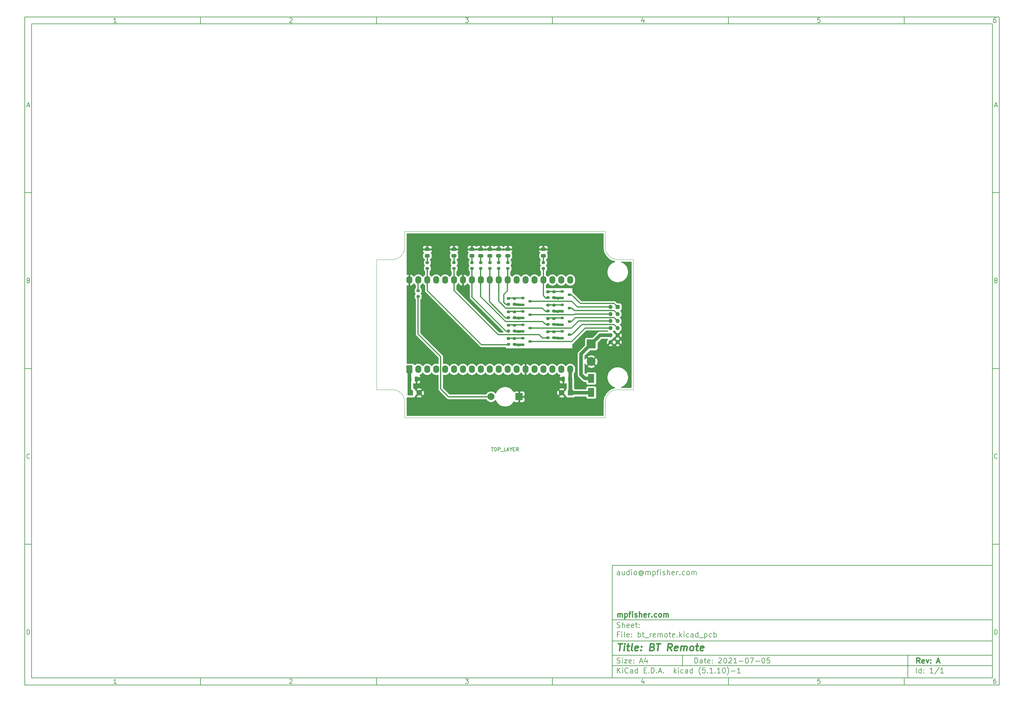
<source format=gbr>
G04 #@! TF.GenerationSoftware,KiCad,Pcbnew,(5.1.10)-1*
G04 #@! TF.CreationDate,2021-11-20T11:05:22+00:00*
G04 #@! TF.ProjectId,bt_remote,62745f72-656d-46f7-9465-2e6b69636164,A*
G04 #@! TF.SameCoordinates,PX68e7780PY7641700*
G04 #@! TF.FileFunction,Copper,L1,Top*
G04 #@! TF.FilePolarity,Positive*
%FSLAX46Y46*%
G04 Gerber Fmt 4.6, Leading zero omitted, Abs format (unit mm)*
G04 Created by KiCad (PCBNEW (5.1.10)-1) date 2021-11-20 11:05:22*
%MOMM*%
%LPD*%
G01*
G04 APERTURE LIST*
%ADD10C,0.100000*%
%ADD11C,0.150000*%
%ADD12C,0.300000*%
%ADD13C,0.400000*%
G04 #@! TA.AperFunction,NonConductor*
%ADD14C,0.150000*%
G04 #@! TD*
G04 #@! TA.AperFunction,Profile*
%ADD15C,0.050000*%
G04 #@! TD*
G04 #@! TA.AperFunction,SMDPad,CuDef*
%ADD16R,1.800000X2.500000*%
G04 #@! TD*
G04 #@! TA.AperFunction,ComponentPad*
%ADD17C,2.000000*%
G04 #@! TD*
G04 #@! TA.AperFunction,ComponentPad*
%ADD18R,2.000000X2.000000*%
G04 #@! TD*
G04 #@! TA.AperFunction,ComponentPad*
%ADD19R,2.500000X2.500000*%
G04 #@! TD*
G04 #@! TA.AperFunction,ComponentPad*
%ADD20C,2.500000*%
G04 #@! TD*
G04 #@! TA.AperFunction,ComponentPad*
%ADD21O,1.700000X2.200000*%
G04 #@! TD*
G04 #@! TA.AperFunction,ComponentPad*
%ADD22R,1.700000X2.200000*%
G04 #@! TD*
G04 #@! TA.AperFunction,ComponentPad*
%ADD23C,1.200000*%
G04 #@! TD*
G04 #@! TA.AperFunction,SMDPad,CuDef*
%ADD24R,0.900000X0.800000*%
G04 #@! TD*
G04 #@! TA.AperFunction,ComponentPad*
%ADD25C,1.600000*%
G04 #@! TD*
G04 #@! TA.AperFunction,ComponentPad*
%ADD26R,1.600000X1.600000*%
G04 #@! TD*
G04 #@! TA.AperFunction,ViaPad*
%ADD27C,0.800000*%
G04 #@! TD*
G04 #@! TA.AperFunction,Conductor*
%ADD28C,0.700000*%
G04 #@! TD*
G04 #@! TA.AperFunction,Conductor*
%ADD29C,1.000000*%
G04 #@! TD*
G04 #@! TA.AperFunction,Conductor*
%ADD30C,0.300000*%
G04 #@! TD*
G04 #@! TA.AperFunction,Conductor*
%ADD31C,0.254000*%
G04 #@! TD*
G04 #@! TA.AperFunction,Conductor*
%ADD32C,0.100000*%
G04 #@! TD*
G04 APERTURE END LIST*
D10*
D11*
X67002200Y-42007200D02*
X67002200Y-74007200D01*
X175002200Y-74007200D01*
X175002200Y-42007200D01*
X67002200Y-42007200D01*
D10*
D11*
X-100000000Y114000000D02*
X-100000000Y-76007200D01*
X177002200Y-76007200D01*
X177002200Y114000000D01*
X-100000000Y114000000D01*
D10*
D11*
X-98000000Y112000000D02*
X-98000000Y-74007200D01*
X175002200Y-74007200D01*
X175002200Y112000000D01*
X-98000000Y112000000D01*
D10*
D11*
X-50000000Y112000000D02*
X-50000000Y114000000D01*
D10*
D11*
X0Y112000000D02*
X0Y114000000D01*
D10*
D11*
X50000000Y112000000D02*
X50000000Y114000000D01*
D10*
D11*
X100000000Y112000000D02*
X100000000Y114000000D01*
D10*
D11*
X150000000Y112000000D02*
X150000000Y114000000D01*
D10*
D11*
X-73934524Y112411905D02*
X-74677381Y112411905D01*
X-74305953Y112411905D02*
X-74305953Y113711905D01*
X-74429762Y113526191D01*
X-74553572Y113402381D01*
X-74677381Y113340477D01*
D10*
D11*
X-24677381Y113588096D02*
X-24615477Y113650000D01*
X-24491667Y113711905D01*
X-24182143Y113711905D01*
X-24058334Y113650000D01*
X-23996429Y113588096D01*
X-23934524Y113464286D01*
X-23934524Y113340477D01*
X-23996429Y113154762D01*
X-24739286Y112411905D01*
X-23934524Y112411905D01*
D10*
D11*
X25260714Y113711905D02*
X26065476Y113711905D01*
X25632142Y113216667D01*
X25817857Y113216667D01*
X25941666Y113154762D01*
X26003571Y113092858D01*
X26065476Y112969048D01*
X26065476Y112659524D01*
X26003571Y112535715D01*
X25941666Y112473810D01*
X25817857Y112411905D01*
X25446428Y112411905D01*
X25322619Y112473810D01*
X25260714Y112535715D01*
D10*
D11*
X75941666Y113278572D02*
X75941666Y112411905D01*
X75632142Y113773810D02*
X75322619Y112845239D01*
X76127380Y112845239D01*
D10*
D11*
X126003571Y113711905D02*
X125384523Y113711905D01*
X125322619Y113092858D01*
X125384523Y113154762D01*
X125508333Y113216667D01*
X125817857Y113216667D01*
X125941666Y113154762D01*
X126003571Y113092858D01*
X126065476Y112969048D01*
X126065476Y112659524D01*
X126003571Y112535715D01*
X125941666Y112473810D01*
X125817857Y112411905D01*
X125508333Y112411905D01*
X125384523Y112473810D01*
X125322619Y112535715D01*
D10*
D11*
X175941666Y113711905D02*
X175694047Y113711905D01*
X175570238Y113650000D01*
X175508333Y113588096D01*
X175384523Y113402381D01*
X175322619Y113154762D01*
X175322619Y112659524D01*
X175384523Y112535715D01*
X175446428Y112473810D01*
X175570238Y112411905D01*
X175817857Y112411905D01*
X175941666Y112473810D01*
X176003571Y112535715D01*
X176065476Y112659524D01*
X176065476Y112969048D01*
X176003571Y113092858D01*
X175941666Y113154762D01*
X175817857Y113216667D01*
X175570238Y113216667D01*
X175446428Y113154762D01*
X175384523Y113092858D01*
X175322619Y112969048D01*
D10*
D11*
X-50000000Y-74007200D02*
X-50000000Y-76007200D01*
D10*
D11*
X0Y-74007200D02*
X0Y-76007200D01*
D10*
D11*
X50000000Y-74007200D02*
X50000000Y-76007200D01*
D10*
D11*
X100000000Y-74007200D02*
X100000000Y-76007200D01*
D10*
D11*
X150000000Y-74007200D02*
X150000000Y-76007200D01*
D10*
D11*
X-73934524Y-75595295D02*
X-74677381Y-75595295D01*
X-74305953Y-75595295D02*
X-74305953Y-74295295D01*
X-74429762Y-74481009D01*
X-74553572Y-74604819D01*
X-74677381Y-74666723D01*
D10*
D11*
X-24677381Y-74419104D02*
X-24615477Y-74357200D01*
X-24491667Y-74295295D01*
X-24182143Y-74295295D01*
X-24058334Y-74357200D01*
X-23996429Y-74419104D01*
X-23934524Y-74542914D01*
X-23934524Y-74666723D01*
X-23996429Y-74852438D01*
X-24739286Y-75595295D01*
X-23934524Y-75595295D01*
D10*
D11*
X25260714Y-74295295D02*
X26065476Y-74295295D01*
X25632142Y-74790533D01*
X25817857Y-74790533D01*
X25941666Y-74852438D01*
X26003571Y-74914342D01*
X26065476Y-75038152D01*
X26065476Y-75347676D01*
X26003571Y-75471485D01*
X25941666Y-75533390D01*
X25817857Y-75595295D01*
X25446428Y-75595295D01*
X25322619Y-75533390D01*
X25260714Y-75471485D01*
D10*
D11*
X75941666Y-74728628D02*
X75941666Y-75595295D01*
X75632142Y-74233390D02*
X75322619Y-75161961D01*
X76127380Y-75161961D01*
D10*
D11*
X126003571Y-74295295D02*
X125384523Y-74295295D01*
X125322619Y-74914342D01*
X125384523Y-74852438D01*
X125508333Y-74790533D01*
X125817857Y-74790533D01*
X125941666Y-74852438D01*
X126003571Y-74914342D01*
X126065476Y-75038152D01*
X126065476Y-75347676D01*
X126003571Y-75471485D01*
X125941666Y-75533390D01*
X125817857Y-75595295D01*
X125508333Y-75595295D01*
X125384523Y-75533390D01*
X125322619Y-75471485D01*
D10*
D11*
X175941666Y-74295295D02*
X175694047Y-74295295D01*
X175570238Y-74357200D01*
X175508333Y-74419104D01*
X175384523Y-74604819D01*
X175322619Y-74852438D01*
X175322619Y-75347676D01*
X175384523Y-75471485D01*
X175446428Y-75533390D01*
X175570238Y-75595295D01*
X175817857Y-75595295D01*
X175941666Y-75533390D01*
X176003571Y-75471485D01*
X176065476Y-75347676D01*
X176065476Y-75038152D01*
X176003571Y-74914342D01*
X175941666Y-74852438D01*
X175817857Y-74790533D01*
X175570238Y-74790533D01*
X175446428Y-74852438D01*
X175384523Y-74914342D01*
X175322619Y-75038152D01*
D10*
D11*
X-100000000Y64000000D02*
X-98000000Y64000000D01*
D10*
D11*
X-100000000Y14000000D02*
X-98000000Y14000000D01*
D10*
D11*
X-100000000Y-36000000D02*
X-98000000Y-36000000D01*
D10*
D11*
X-99309524Y88783334D02*
X-98690477Y88783334D01*
X-99433334Y88411905D02*
X-99000000Y89711905D01*
X-98566667Y88411905D01*
D10*
D11*
X-98907143Y39092858D02*
X-98721429Y39030953D01*
X-98659524Y38969048D01*
X-98597620Y38845239D01*
X-98597620Y38659524D01*
X-98659524Y38535715D01*
X-98721429Y38473810D01*
X-98845239Y38411905D01*
X-99340477Y38411905D01*
X-99340477Y39711905D01*
X-98907143Y39711905D01*
X-98783334Y39650000D01*
X-98721429Y39588096D01*
X-98659524Y39464286D01*
X-98659524Y39340477D01*
X-98721429Y39216667D01*
X-98783334Y39154762D01*
X-98907143Y39092858D01*
X-99340477Y39092858D01*
D10*
D11*
X-98597620Y-11464285D02*
X-98659524Y-11526190D01*
X-98845239Y-11588095D01*
X-98969048Y-11588095D01*
X-99154762Y-11526190D01*
X-99278572Y-11402380D01*
X-99340477Y-11278571D01*
X-99402381Y-11030952D01*
X-99402381Y-10845238D01*
X-99340477Y-10597619D01*
X-99278572Y-10473809D01*
X-99154762Y-10350000D01*
X-98969048Y-10288095D01*
X-98845239Y-10288095D01*
X-98659524Y-10350000D01*
X-98597620Y-10411904D01*
D10*
D11*
X-99340477Y-61588095D02*
X-99340477Y-60288095D01*
X-99030953Y-60288095D01*
X-98845239Y-60350000D01*
X-98721429Y-60473809D01*
X-98659524Y-60597619D01*
X-98597620Y-60845238D01*
X-98597620Y-61030952D01*
X-98659524Y-61278571D01*
X-98721429Y-61402380D01*
X-98845239Y-61526190D01*
X-99030953Y-61588095D01*
X-99340477Y-61588095D01*
D10*
D11*
X177002200Y64000000D02*
X175002200Y64000000D01*
D10*
D11*
X177002200Y14000000D02*
X175002200Y14000000D01*
D10*
D11*
X177002200Y-36000000D02*
X175002200Y-36000000D01*
D10*
D11*
X175692676Y88783334D02*
X176311723Y88783334D01*
X175568866Y88411905D02*
X176002200Y89711905D01*
X176435533Y88411905D01*
D10*
D11*
X176095057Y39092858D02*
X176280771Y39030953D01*
X176342676Y38969048D01*
X176404580Y38845239D01*
X176404580Y38659524D01*
X176342676Y38535715D01*
X176280771Y38473810D01*
X176156961Y38411905D01*
X175661723Y38411905D01*
X175661723Y39711905D01*
X176095057Y39711905D01*
X176218866Y39650000D01*
X176280771Y39588096D01*
X176342676Y39464286D01*
X176342676Y39340477D01*
X176280771Y39216667D01*
X176218866Y39154762D01*
X176095057Y39092858D01*
X175661723Y39092858D01*
D10*
D11*
X176404580Y-11464285D02*
X176342676Y-11526190D01*
X176156961Y-11588095D01*
X176033152Y-11588095D01*
X175847438Y-11526190D01*
X175723628Y-11402380D01*
X175661723Y-11278571D01*
X175599819Y-11030952D01*
X175599819Y-10845238D01*
X175661723Y-10597619D01*
X175723628Y-10473809D01*
X175847438Y-10350000D01*
X176033152Y-10288095D01*
X176156961Y-10288095D01*
X176342676Y-10350000D01*
X176404580Y-10411904D01*
D10*
D11*
X175661723Y-61588095D02*
X175661723Y-60288095D01*
X175971247Y-60288095D01*
X176156961Y-60350000D01*
X176280771Y-60473809D01*
X176342676Y-60597619D01*
X176404580Y-60845238D01*
X176404580Y-61030952D01*
X176342676Y-61278571D01*
X176280771Y-61402380D01*
X176156961Y-61526190D01*
X175971247Y-61588095D01*
X175661723Y-61588095D01*
D10*
D11*
X90434342Y-69785771D02*
X90434342Y-68285771D01*
X90791485Y-68285771D01*
X91005771Y-68357200D01*
X91148628Y-68500057D01*
X91220057Y-68642914D01*
X91291485Y-68928628D01*
X91291485Y-69142914D01*
X91220057Y-69428628D01*
X91148628Y-69571485D01*
X91005771Y-69714342D01*
X90791485Y-69785771D01*
X90434342Y-69785771D01*
X92577200Y-69785771D02*
X92577200Y-69000057D01*
X92505771Y-68857200D01*
X92362914Y-68785771D01*
X92077200Y-68785771D01*
X91934342Y-68857200D01*
X92577200Y-69714342D02*
X92434342Y-69785771D01*
X92077200Y-69785771D01*
X91934342Y-69714342D01*
X91862914Y-69571485D01*
X91862914Y-69428628D01*
X91934342Y-69285771D01*
X92077200Y-69214342D01*
X92434342Y-69214342D01*
X92577200Y-69142914D01*
X93077200Y-68785771D02*
X93648628Y-68785771D01*
X93291485Y-68285771D02*
X93291485Y-69571485D01*
X93362914Y-69714342D01*
X93505771Y-69785771D01*
X93648628Y-69785771D01*
X94720057Y-69714342D02*
X94577200Y-69785771D01*
X94291485Y-69785771D01*
X94148628Y-69714342D01*
X94077200Y-69571485D01*
X94077200Y-69000057D01*
X94148628Y-68857200D01*
X94291485Y-68785771D01*
X94577200Y-68785771D01*
X94720057Y-68857200D01*
X94791485Y-69000057D01*
X94791485Y-69142914D01*
X94077200Y-69285771D01*
X95434342Y-69642914D02*
X95505771Y-69714342D01*
X95434342Y-69785771D01*
X95362914Y-69714342D01*
X95434342Y-69642914D01*
X95434342Y-69785771D01*
X95434342Y-68857200D02*
X95505771Y-68928628D01*
X95434342Y-69000057D01*
X95362914Y-68928628D01*
X95434342Y-68857200D01*
X95434342Y-69000057D01*
X97220057Y-68428628D02*
X97291485Y-68357200D01*
X97434342Y-68285771D01*
X97791485Y-68285771D01*
X97934342Y-68357200D01*
X98005771Y-68428628D01*
X98077200Y-68571485D01*
X98077200Y-68714342D01*
X98005771Y-68928628D01*
X97148628Y-69785771D01*
X98077200Y-69785771D01*
X99005771Y-68285771D02*
X99148628Y-68285771D01*
X99291485Y-68357200D01*
X99362914Y-68428628D01*
X99434342Y-68571485D01*
X99505771Y-68857200D01*
X99505771Y-69214342D01*
X99434342Y-69500057D01*
X99362914Y-69642914D01*
X99291485Y-69714342D01*
X99148628Y-69785771D01*
X99005771Y-69785771D01*
X98862914Y-69714342D01*
X98791485Y-69642914D01*
X98720057Y-69500057D01*
X98648628Y-69214342D01*
X98648628Y-68857200D01*
X98720057Y-68571485D01*
X98791485Y-68428628D01*
X98862914Y-68357200D01*
X99005771Y-68285771D01*
X100077200Y-68428628D02*
X100148628Y-68357200D01*
X100291485Y-68285771D01*
X100648628Y-68285771D01*
X100791485Y-68357200D01*
X100862914Y-68428628D01*
X100934342Y-68571485D01*
X100934342Y-68714342D01*
X100862914Y-68928628D01*
X100005771Y-69785771D01*
X100934342Y-69785771D01*
X102362914Y-69785771D02*
X101505771Y-69785771D01*
X101934342Y-69785771D02*
X101934342Y-68285771D01*
X101791485Y-68500057D01*
X101648628Y-68642914D01*
X101505771Y-68714342D01*
X103005771Y-69214342D02*
X104148628Y-69214342D01*
X105148628Y-68285771D02*
X105291485Y-68285771D01*
X105434342Y-68357200D01*
X105505771Y-68428628D01*
X105577200Y-68571485D01*
X105648628Y-68857200D01*
X105648628Y-69214342D01*
X105577200Y-69500057D01*
X105505771Y-69642914D01*
X105434342Y-69714342D01*
X105291485Y-69785771D01*
X105148628Y-69785771D01*
X105005771Y-69714342D01*
X104934342Y-69642914D01*
X104862914Y-69500057D01*
X104791485Y-69214342D01*
X104791485Y-68857200D01*
X104862914Y-68571485D01*
X104934342Y-68428628D01*
X105005771Y-68357200D01*
X105148628Y-68285771D01*
X106148628Y-68285771D02*
X107148628Y-68285771D01*
X106505771Y-69785771D01*
X107720057Y-69214342D02*
X108862914Y-69214342D01*
X109862914Y-68285771D02*
X110005771Y-68285771D01*
X110148628Y-68357200D01*
X110220057Y-68428628D01*
X110291485Y-68571485D01*
X110362914Y-68857200D01*
X110362914Y-69214342D01*
X110291485Y-69500057D01*
X110220057Y-69642914D01*
X110148628Y-69714342D01*
X110005771Y-69785771D01*
X109862914Y-69785771D01*
X109720057Y-69714342D01*
X109648628Y-69642914D01*
X109577200Y-69500057D01*
X109505771Y-69214342D01*
X109505771Y-68857200D01*
X109577200Y-68571485D01*
X109648628Y-68428628D01*
X109720057Y-68357200D01*
X109862914Y-68285771D01*
X111720057Y-68285771D02*
X111005771Y-68285771D01*
X110934342Y-69000057D01*
X111005771Y-68928628D01*
X111148628Y-68857200D01*
X111505771Y-68857200D01*
X111648628Y-68928628D01*
X111720057Y-69000057D01*
X111791485Y-69142914D01*
X111791485Y-69500057D01*
X111720057Y-69642914D01*
X111648628Y-69714342D01*
X111505771Y-69785771D01*
X111148628Y-69785771D01*
X111005771Y-69714342D01*
X110934342Y-69642914D01*
D10*
D11*
X67002200Y-70507200D02*
X175002200Y-70507200D01*
D10*
D11*
X68434342Y-72585771D02*
X68434342Y-71085771D01*
X69291485Y-72585771D02*
X68648628Y-71728628D01*
X69291485Y-71085771D02*
X68434342Y-71942914D01*
X69934342Y-72585771D02*
X69934342Y-71585771D01*
X69934342Y-71085771D02*
X69862914Y-71157200D01*
X69934342Y-71228628D01*
X70005771Y-71157200D01*
X69934342Y-71085771D01*
X69934342Y-71228628D01*
X71505771Y-72442914D02*
X71434342Y-72514342D01*
X71220057Y-72585771D01*
X71077200Y-72585771D01*
X70862914Y-72514342D01*
X70720057Y-72371485D01*
X70648628Y-72228628D01*
X70577200Y-71942914D01*
X70577200Y-71728628D01*
X70648628Y-71442914D01*
X70720057Y-71300057D01*
X70862914Y-71157200D01*
X71077200Y-71085771D01*
X71220057Y-71085771D01*
X71434342Y-71157200D01*
X71505771Y-71228628D01*
X72791485Y-72585771D02*
X72791485Y-71800057D01*
X72720057Y-71657200D01*
X72577200Y-71585771D01*
X72291485Y-71585771D01*
X72148628Y-71657200D01*
X72791485Y-72514342D02*
X72648628Y-72585771D01*
X72291485Y-72585771D01*
X72148628Y-72514342D01*
X72077200Y-72371485D01*
X72077200Y-72228628D01*
X72148628Y-72085771D01*
X72291485Y-72014342D01*
X72648628Y-72014342D01*
X72791485Y-71942914D01*
X74148628Y-72585771D02*
X74148628Y-71085771D01*
X74148628Y-72514342D02*
X74005771Y-72585771D01*
X73720057Y-72585771D01*
X73577200Y-72514342D01*
X73505771Y-72442914D01*
X73434342Y-72300057D01*
X73434342Y-71871485D01*
X73505771Y-71728628D01*
X73577200Y-71657200D01*
X73720057Y-71585771D01*
X74005771Y-71585771D01*
X74148628Y-71657200D01*
X76005771Y-71800057D02*
X76505771Y-71800057D01*
X76720057Y-72585771D02*
X76005771Y-72585771D01*
X76005771Y-71085771D01*
X76720057Y-71085771D01*
X77362914Y-72442914D02*
X77434342Y-72514342D01*
X77362914Y-72585771D01*
X77291485Y-72514342D01*
X77362914Y-72442914D01*
X77362914Y-72585771D01*
X78077200Y-72585771D02*
X78077200Y-71085771D01*
X78434342Y-71085771D01*
X78648628Y-71157200D01*
X78791485Y-71300057D01*
X78862914Y-71442914D01*
X78934342Y-71728628D01*
X78934342Y-71942914D01*
X78862914Y-72228628D01*
X78791485Y-72371485D01*
X78648628Y-72514342D01*
X78434342Y-72585771D01*
X78077200Y-72585771D01*
X79577200Y-72442914D02*
X79648628Y-72514342D01*
X79577200Y-72585771D01*
X79505771Y-72514342D01*
X79577200Y-72442914D01*
X79577200Y-72585771D01*
X80220057Y-72157200D02*
X80934342Y-72157200D01*
X80077200Y-72585771D02*
X80577200Y-71085771D01*
X81077200Y-72585771D01*
X81577200Y-72442914D02*
X81648628Y-72514342D01*
X81577200Y-72585771D01*
X81505771Y-72514342D01*
X81577200Y-72442914D01*
X81577200Y-72585771D01*
X84577200Y-72585771D02*
X84577200Y-71085771D01*
X84720057Y-72014342D02*
X85148628Y-72585771D01*
X85148628Y-71585771D02*
X84577200Y-72157200D01*
X85791485Y-72585771D02*
X85791485Y-71585771D01*
X85791485Y-71085771D02*
X85720057Y-71157200D01*
X85791485Y-71228628D01*
X85862914Y-71157200D01*
X85791485Y-71085771D01*
X85791485Y-71228628D01*
X87148628Y-72514342D02*
X87005771Y-72585771D01*
X86720057Y-72585771D01*
X86577200Y-72514342D01*
X86505771Y-72442914D01*
X86434342Y-72300057D01*
X86434342Y-71871485D01*
X86505771Y-71728628D01*
X86577200Y-71657200D01*
X86720057Y-71585771D01*
X87005771Y-71585771D01*
X87148628Y-71657200D01*
X88434342Y-72585771D02*
X88434342Y-71800057D01*
X88362914Y-71657200D01*
X88220057Y-71585771D01*
X87934342Y-71585771D01*
X87791485Y-71657200D01*
X88434342Y-72514342D02*
X88291485Y-72585771D01*
X87934342Y-72585771D01*
X87791485Y-72514342D01*
X87720057Y-72371485D01*
X87720057Y-72228628D01*
X87791485Y-72085771D01*
X87934342Y-72014342D01*
X88291485Y-72014342D01*
X88434342Y-71942914D01*
X89791485Y-72585771D02*
X89791485Y-71085771D01*
X89791485Y-72514342D02*
X89648628Y-72585771D01*
X89362914Y-72585771D01*
X89220057Y-72514342D01*
X89148628Y-72442914D01*
X89077200Y-72300057D01*
X89077200Y-71871485D01*
X89148628Y-71728628D01*
X89220057Y-71657200D01*
X89362914Y-71585771D01*
X89648628Y-71585771D01*
X89791485Y-71657200D01*
X92077200Y-73157200D02*
X92005771Y-73085771D01*
X91862914Y-72871485D01*
X91791485Y-72728628D01*
X91720057Y-72514342D01*
X91648628Y-72157200D01*
X91648628Y-71871485D01*
X91720057Y-71514342D01*
X91791485Y-71300057D01*
X91862914Y-71157200D01*
X92005771Y-70942914D01*
X92077200Y-70871485D01*
X93362914Y-71085771D02*
X92648628Y-71085771D01*
X92577200Y-71800057D01*
X92648628Y-71728628D01*
X92791485Y-71657200D01*
X93148628Y-71657200D01*
X93291485Y-71728628D01*
X93362914Y-71800057D01*
X93434342Y-71942914D01*
X93434342Y-72300057D01*
X93362914Y-72442914D01*
X93291485Y-72514342D01*
X93148628Y-72585771D01*
X92791485Y-72585771D01*
X92648628Y-72514342D01*
X92577200Y-72442914D01*
X94077200Y-72442914D02*
X94148628Y-72514342D01*
X94077200Y-72585771D01*
X94005771Y-72514342D01*
X94077200Y-72442914D01*
X94077200Y-72585771D01*
X95577200Y-72585771D02*
X94720057Y-72585771D01*
X95148628Y-72585771D02*
X95148628Y-71085771D01*
X95005771Y-71300057D01*
X94862914Y-71442914D01*
X94720057Y-71514342D01*
X96220057Y-72442914D02*
X96291485Y-72514342D01*
X96220057Y-72585771D01*
X96148628Y-72514342D01*
X96220057Y-72442914D01*
X96220057Y-72585771D01*
X97720057Y-72585771D02*
X96862914Y-72585771D01*
X97291485Y-72585771D02*
X97291485Y-71085771D01*
X97148628Y-71300057D01*
X97005771Y-71442914D01*
X96862914Y-71514342D01*
X98648628Y-71085771D02*
X98791485Y-71085771D01*
X98934342Y-71157200D01*
X99005771Y-71228628D01*
X99077200Y-71371485D01*
X99148628Y-71657200D01*
X99148628Y-72014342D01*
X99077200Y-72300057D01*
X99005771Y-72442914D01*
X98934342Y-72514342D01*
X98791485Y-72585771D01*
X98648628Y-72585771D01*
X98505771Y-72514342D01*
X98434342Y-72442914D01*
X98362914Y-72300057D01*
X98291485Y-72014342D01*
X98291485Y-71657200D01*
X98362914Y-71371485D01*
X98434342Y-71228628D01*
X98505771Y-71157200D01*
X98648628Y-71085771D01*
X99648628Y-73157200D02*
X99720057Y-73085771D01*
X99862914Y-72871485D01*
X99934342Y-72728628D01*
X100005771Y-72514342D01*
X100077200Y-72157200D01*
X100077200Y-71871485D01*
X100005771Y-71514342D01*
X99934342Y-71300057D01*
X99862914Y-71157200D01*
X99720057Y-70942914D01*
X99648628Y-70871485D01*
X100791485Y-72014342D02*
X101934342Y-72014342D01*
X103434342Y-72585771D02*
X102577200Y-72585771D01*
X103005771Y-72585771D02*
X103005771Y-71085771D01*
X102862914Y-71300057D01*
X102720057Y-71442914D01*
X102577200Y-71514342D01*
D10*
D11*
X67002200Y-67507200D02*
X175002200Y-67507200D01*
D10*
D12*
X154411485Y-69785771D02*
X153911485Y-69071485D01*
X153554342Y-69785771D02*
X153554342Y-68285771D01*
X154125771Y-68285771D01*
X154268628Y-68357200D01*
X154340057Y-68428628D01*
X154411485Y-68571485D01*
X154411485Y-68785771D01*
X154340057Y-68928628D01*
X154268628Y-69000057D01*
X154125771Y-69071485D01*
X153554342Y-69071485D01*
X155625771Y-69714342D02*
X155482914Y-69785771D01*
X155197200Y-69785771D01*
X155054342Y-69714342D01*
X154982914Y-69571485D01*
X154982914Y-69000057D01*
X155054342Y-68857200D01*
X155197200Y-68785771D01*
X155482914Y-68785771D01*
X155625771Y-68857200D01*
X155697200Y-69000057D01*
X155697200Y-69142914D01*
X154982914Y-69285771D01*
X156197200Y-68785771D02*
X156554342Y-69785771D01*
X156911485Y-68785771D01*
X157482914Y-69642914D02*
X157554342Y-69714342D01*
X157482914Y-69785771D01*
X157411485Y-69714342D01*
X157482914Y-69642914D01*
X157482914Y-69785771D01*
X157482914Y-68857200D02*
X157554342Y-68928628D01*
X157482914Y-69000057D01*
X157411485Y-68928628D01*
X157482914Y-68857200D01*
X157482914Y-69000057D01*
X159268628Y-69357200D02*
X159982914Y-69357200D01*
X159125771Y-69785771D02*
X159625771Y-68285771D01*
X160125771Y-69785771D01*
D10*
D11*
X68362914Y-69714342D02*
X68577200Y-69785771D01*
X68934342Y-69785771D01*
X69077200Y-69714342D01*
X69148628Y-69642914D01*
X69220057Y-69500057D01*
X69220057Y-69357200D01*
X69148628Y-69214342D01*
X69077200Y-69142914D01*
X68934342Y-69071485D01*
X68648628Y-69000057D01*
X68505771Y-68928628D01*
X68434342Y-68857200D01*
X68362914Y-68714342D01*
X68362914Y-68571485D01*
X68434342Y-68428628D01*
X68505771Y-68357200D01*
X68648628Y-68285771D01*
X69005771Y-68285771D01*
X69220057Y-68357200D01*
X69862914Y-69785771D02*
X69862914Y-68785771D01*
X69862914Y-68285771D02*
X69791485Y-68357200D01*
X69862914Y-68428628D01*
X69934342Y-68357200D01*
X69862914Y-68285771D01*
X69862914Y-68428628D01*
X70434342Y-68785771D02*
X71220057Y-68785771D01*
X70434342Y-69785771D01*
X71220057Y-69785771D01*
X72362914Y-69714342D02*
X72220057Y-69785771D01*
X71934342Y-69785771D01*
X71791485Y-69714342D01*
X71720057Y-69571485D01*
X71720057Y-69000057D01*
X71791485Y-68857200D01*
X71934342Y-68785771D01*
X72220057Y-68785771D01*
X72362914Y-68857200D01*
X72434342Y-69000057D01*
X72434342Y-69142914D01*
X71720057Y-69285771D01*
X73077200Y-69642914D02*
X73148628Y-69714342D01*
X73077200Y-69785771D01*
X73005771Y-69714342D01*
X73077200Y-69642914D01*
X73077200Y-69785771D01*
X73077200Y-68857200D02*
X73148628Y-68928628D01*
X73077200Y-69000057D01*
X73005771Y-68928628D01*
X73077200Y-68857200D01*
X73077200Y-69000057D01*
X74862914Y-69357200D02*
X75577200Y-69357200D01*
X74720057Y-69785771D02*
X75220057Y-68285771D01*
X75720057Y-69785771D01*
X76862914Y-68785771D02*
X76862914Y-69785771D01*
X76505771Y-68214342D02*
X76148628Y-69285771D01*
X77077200Y-69285771D01*
D10*
D11*
X153434342Y-72585771D02*
X153434342Y-71085771D01*
X154791485Y-72585771D02*
X154791485Y-71085771D01*
X154791485Y-72514342D02*
X154648628Y-72585771D01*
X154362914Y-72585771D01*
X154220057Y-72514342D01*
X154148628Y-72442914D01*
X154077200Y-72300057D01*
X154077200Y-71871485D01*
X154148628Y-71728628D01*
X154220057Y-71657200D01*
X154362914Y-71585771D01*
X154648628Y-71585771D01*
X154791485Y-71657200D01*
X155505771Y-72442914D02*
X155577200Y-72514342D01*
X155505771Y-72585771D01*
X155434342Y-72514342D01*
X155505771Y-72442914D01*
X155505771Y-72585771D01*
X155505771Y-71657200D02*
X155577200Y-71728628D01*
X155505771Y-71800057D01*
X155434342Y-71728628D01*
X155505771Y-71657200D01*
X155505771Y-71800057D01*
X158148628Y-72585771D02*
X157291485Y-72585771D01*
X157720057Y-72585771D02*
X157720057Y-71085771D01*
X157577200Y-71300057D01*
X157434342Y-71442914D01*
X157291485Y-71514342D01*
X159862914Y-71014342D02*
X158577200Y-72942914D01*
X161148628Y-72585771D02*
X160291485Y-72585771D01*
X160720057Y-72585771D02*
X160720057Y-71085771D01*
X160577200Y-71300057D01*
X160434342Y-71442914D01*
X160291485Y-71514342D01*
D10*
D11*
X67002200Y-63507200D02*
X175002200Y-63507200D01*
D10*
D13*
X68714580Y-64211961D02*
X69857438Y-64211961D01*
X69036009Y-66211961D02*
X69286009Y-64211961D01*
X70274104Y-66211961D02*
X70440771Y-64878628D01*
X70524104Y-64211961D02*
X70416961Y-64307200D01*
X70500295Y-64402438D01*
X70607438Y-64307200D01*
X70524104Y-64211961D01*
X70500295Y-64402438D01*
X71107438Y-64878628D02*
X71869342Y-64878628D01*
X71476485Y-64211961D02*
X71262200Y-65926247D01*
X71333628Y-66116723D01*
X71512200Y-66211961D01*
X71702676Y-66211961D01*
X72655057Y-66211961D02*
X72476485Y-66116723D01*
X72405057Y-65926247D01*
X72619342Y-64211961D01*
X74190771Y-66116723D02*
X73988390Y-66211961D01*
X73607438Y-66211961D01*
X73428866Y-66116723D01*
X73357438Y-65926247D01*
X73452676Y-65164342D01*
X73571723Y-64973866D01*
X73774104Y-64878628D01*
X74155057Y-64878628D01*
X74333628Y-64973866D01*
X74405057Y-65164342D01*
X74381247Y-65354819D01*
X73405057Y-65545295D01*
X75155057Y-66021485D02*
X75238390Y-66116723D01*
X75131247Y-66211961D01*
X75047914Y-66116723D01*
X75155057Y-66021485D01*
X75131247Y-66211961D01*
X75286009Y-64973866D02*
X75369342Y-65069104D01*
X75262200Y-65164342D01*
X75178866Y-65069104D01*
X75286009Y-64973866D01*
X75262200Y-65164342D01*
X78405057Y-65164342D02*
X78678866Y-65259580D01*
X78762200Y-65354819D01*
X78833628Y-65545295D01*
X78797914Y-65831009D01*
X78678866Y-66021485D01*
X78571723Y-66116723D01*
X78369342Y-66211961D01*
X77607438Y-66211961D01*
X77857438Y-64211961D01*
X78524104Y-64211961D01*
X78702676Y-64307200D01*
X78786009Y-64402438D01*
X78857438Y-64592914D01*
X78833628Y-64783390D01*
X78714580Y-64973866D01*
X78607438Y-65069104D01*
X78405057Y-65164342D01*
X77738390Y-65164342D01*
X79571723Y-64211961D02*
X80714580Y-64211961D01*
X79893152Y-66211961D02*
X80143152Y-64211961D01*
X83797914Y-66211961D02*
X83250295Y-65259580D01*
X82655057Y-66211961D02*
X82905057Y-64211961D01*
X83666961Y-64211961D01*
X83845533Y-64307200D01*
X83928866Y-64402438D01*
X84000295Y-64592914D01*
X83964580Y-64878628D01*
X83845533Y-65069104D01*
X83738390Y-65164342D01*
X83536009Y-65259580D01*
X82774104Y-65259580D01*
X85428866Y-66116723D02*
X85226485Y-66211961D01*
X84845533Y-66211961D01*
X84666961Y-66116723D01*
X84595533Y-65926247D01*
X84690771Y-65164342D01*
X84809819Y-64973866D01*
X85012200Y-64878628D01*
X85393152Y-64878628D01*
X85571723Y-64973866D01*
X85643152Y-65164342D01*
X85619342Y-65354819D01*
X84643152Y-65545295D01*
X86369342Y-66211961D02*
X86536009Y-64878628D01*
X86512200Y-65069104D02*
X86619342Y-64973866D01*
X86821723Y-64878628D01*
X87107438Y-64878628D01*
X87286009Y-64973866D01*
X87357438Y-65164342D01*
X87226485Y-66211961D01*
X87357438Y-65164342D02*
X87476485Y-64973866D01*
X87678866Y-64878628D01*
X87964580Y-64878628D01*
X88143152Y-64973866D01*
X88214580Y-65164342D01*
X88083628Y-66211961D01*
X89321723Y-66211961D02*
X89143152Y-66116723D01*
X89059819Y-66021485D01*
X88988390Y-65831009D01*
X89059819Y-65259580D01*
X89178866Y-65069104D01*
X89286009Y-64973866D01*
X89488390Y-64878628D01*
X89774104Y-64878628D01*
X89952676Y-64973866D01*
X90036009Y-65069104D01*
X90107438Y-65259580D01*
X90036009Y-65831009D01*
X89916961Y-66021485D01*
X89809819Y-66116723D01*
X89607438Y-66211961D01*
X89321723Y-66211961D01*
X90726485Y-64878628D02*
X91488390Y-64878628D01*
X91095533Y-64211961D02*
X90881247Y-65926247D01*
X90952676Y-66116723D01*
X91131247Y-66211961D01*
X91321723Y-66211961D01*
X92762200Y-66116723D02*
X92559819Y-66211961D01*
X92178866Y-66211961D01*
X92000295Y-66116723D01*
X91928866Y-65926247D01*
X92024104Y-65164342D01*
X92143152Y-64973866D01*
X92345533Y-64878628D01*
X92726485Y-64878628D01*
X92905057Y-64973866D01*
X92976485Y-65164342D01*
X92952676Y-65354819D01*
X91976485Y-65545295D01*
D10*
D11*
X68934342Y-61600057D02*
X68434342Y-61600057D01*
X68434342Y-62385771D02*
X68434342Y-60885771D01*
X69148628Y-60885771D01*
X69720057Y-62385771D02*
X69720057Y-61385771D01*
X69720057Y-60885771D02*
X69648628Y-60957200D01*
X69720057Y-61028628D01*
X69791485Y-60957200D01*
X69720057Y-60885771D01*
X69720057Y-61028628D01*
X70648628Y-62385771D02*
X70505771Y-62314342D01*
X70434342Y-62171485D01*
X70434342Y-60885771D01*
X71791485Y-62314342D02*
X71648628Y-62385771D01*
X71362914Y-62385771D01*
X71220057Y-62314342D01*
X71148628Y-62171485D01*
X71148628Y-61600057D01*
X71220057Y-61457200D01*
X71362914Y-61385771D01*
X71648628Y-61385771D01*
X71791485Y-61457200D01*
X71862914Y-61600057D01*
X71862914Y-61742914D01*
X71148628Y-61885771D01*
X72505771Y-62242914D02*
X72577200Y-62314342D01*
X72505771Y-62385771D01*
X72434342Y-62314342D01*
X72505771Y-62242914D01*
X72505771Y-62385771D01*
X72505771Y-61457200D02*
X72577200Y-61528628D01*
X72505771Y-61600057D01*
X72434342Y-61528628D01*
X72505771Y-61457200D01*
X72505771Y-61600057D01*
X74362914Y-62385771D02*
X74362914Y-60885771D01*
X74362914Y-61457200D02*
X74505771Y-61385771D01*
X74791485Y-61385771D01*
X74934342Y-61457200D01*
X75005771Y-61528628D01*
X75077200Y-61671485D01*
X75077200Y-62100057D01*
X75005771Y-62242914D01*
X74934342Y-62314342D01*
X74791485Y-62385771D01*
X74505771Y-62385771D01*
X74362914Y-62314342D01*
X75505771Y-61385771D02*
X76077200Y-61385771D01*
X75720057Y-60885771D02*
X75720057Y-62171485D01*
X75791485Y-62314342D01*
X75934342Y-62385771D01*
X76077200Y-62385771D01*
X76220057Y-62528628D02*
X77362914Y-62528628D01*
X77720057Y-62385771D02*
X77720057Y-61385771D01*
X77720057Y-61671485D02*
X77791485Y-61528628D01*
X77862914Y-61457200D01*
X78005771Y-61385771D01*
X78148628Y-61385771D01*
X79220057Y-62314342D02*
X79077200Y-62385771D01*
X78791485Y-62385771D01*
X78648628Y-62314342D01*
X78577200Y-62171485D01*
X78577200Y-61600057D01*
X78648628Y-61457200D01*
X78791485Y-61385771D01*
X79077200Y-61385771D01*
X79220057Y-61457200D01*
X79291485Y-61600057D01*
X79291485Y-61742914D01*
X78577200Y-61885771D01*
X79934342Y-62385771D02*
X79934342Y-61385771D01*
X79934342Y-61528628D02*
X80005771Y-61457200D01*
X80148628Y-61385771D01*
X80362914Y-61385771D01*
X80505771Y-61457200D01*
X80577200Y-61600057D01*
X80577200Y-62385771D01*
X80577200Y-61600057D02*
X80648628Y-61457200D01*
X80791485Y-61385771D01*
X81005771Y-61385771D01*
X81148628Y-61457200D01*
X81220057Y-61600057D01*
X81220057Y-62385771D01*
X82148628Y-62385771D02*
X82005771Y-62314342D01*
X81934342Y-62242914D01*
X81862914Y-62100057D01*
X81862914Y-61671485D01*
X81934342Y-61528628D01*
X82005771Y-61457200D01*
X82148628Y-61385771D01*
X82362914Y-61385771D01*
X82505771Y-61457200D01*
X82577200Y-61528628D01*
X82648628Y-61671485D01*
X82648628Y-62100057D01*
X82577200Y-62242914D01*
X82505771Y-62314342D01*
X82362914Y-62385771D01*
X82148628Y-62385771D01*
X83077200Y-61385771D02*
X83648628Y-61385771D01*
X83291485Y-60885771D02*
X83291485Y-62171485D01*
X83362914Y-62314342D01*
X83505771Y-62385771D01*
X83648628Y-62385771D01*
X84720057Y-62314342D02*
X84577200Y-62385771D01*
X84291485Y-62385771D01*
X84148628Y-62314342D01*
X84077200Y-62171485D01*
X84077200Y-61600057D01*
X84148628Y-61457200D01*
X84291485Y-61385771D01*
X84577200Y-61385771D01*
X84720057Y-61457200D01*
X84791485Y-61600057D01*
X84791485Y-61742914D01*
X84077200Y-61885771D01*
X85434342Y-62242914D02*
X85505771Y-62314342D01*
X85434342Y-62385771D01*
X85362914Y-62314342D01*
X85434342Y-62242914D01*
X85434342Y-62385771D01*
X86148628Y-62385771D02*
X86148628Y-60885771D01*
X86291485Y-61814342D02*
X86720057Y-62385771D01*
X86720057Y-61385771D02*
X86148628Y-61957200D01*
X87362914Y-62385771D02*
X87362914Y-61385771D01*
X87362914Y-60885771D02*
X87291485Y-60957200D01*
X87362914Y-61028628D01*
X87434342Y-60957200D01*
X87362914Y-60885771D01*
X87362914Y-61028628D01*
X88720057Y-62314342D02*
X88577200Y-62385771D01*
X88291485Y-62385771D01*
X88148628Y-62314342D01*
X88077200Y-62242914D01*
X88005771Y-62100057D01*
X88005771Y-61671485D01*
X88077200Y-61528628D01*
X88148628Y-61457200D01*
X88291485Y-61385771D01*
X88577200Y-61385771D01*
X88720057Y-61457200D01*
X90005771Y-62385771D02*
X90005771Y-61600057D01*
X89934342Y-61457200D01*
X89791485Y-61385771D01*
X89505771Y-61385771D01*
X89362914Y-61457200D01*
X90005771Y-62314342D02*
X89862914Y-62385771D01*
X89505771Y-62385771D01*
X89362914Y-62314342D01*
X89291485Y-62171485D01*
X89291485Y-62028628D01*
X89362914Y-61885771D01*
X89505771Y-61814342D01*
X89862914Y-61814342D01*
X90005771Y-61742914D01*
X91362914Y-62385771D02*
X91362914Y-60885771D01*
X91362914Y-62314342D02*
X91220057Y-62385771D01*
X90934342Y-62385771D01*
X90791485Y-62314342D01*
X90720057Y-62242914D01*
X90648628Y-62100057D01*
X90648628Y-61671485D01*
X90720057Y-61528628D01*
X90791485Y-61457200D01*
X90934342Y-61385771D01*
X91220057Y-61385771D01*
X91362914Y-61457200D01*
X91720057Y-62528628D02*
X92862914Y-62528628D01*
X93220057Y-61385771D02*
X93220057Y-62885771D01*
X93220057Y-61457200D02*
X93362914Y-61385771D01*
X93648628Y-61385771D01*
X93791485Y-61457200D01*
X93862914Y-61528628D01*
X93934342Y-61671485D01*
X93934342Y-62100057D01*
X93862914Y-62242914D01*
X93791485Y-62314342D01*
X93648628Y-62385771D01*
X93362914Y-62385771D01*
X93220057Y-62314342D01*
X95220057Y-62314342D02*
X95077200Y-62385771D01*
X94791485Y-62385771D01*
X94648628Y-62314342D01*
X94577200Y-62242914D01*
X94505771Y-62100057D01*
X94505771Y-61671485D01*
X94577200Y-61528628D01*
X94648628Y-61457200D01*
X94791485Y-61385771D01*
X95077200Y-61385771D01*
X95220057Y-61457200D01*
X95862914Y-62385771D02*
X95862914Y-60885771D01*
X95862914Y-61457200D02*
X96005771Y-61385771D01*
X96291485Y-61385771D01*
X96434342Y-61457200D01*
X96505771Y-61528628D01*
X96577200Y-61671485D01*
X96577200Y-62100057D01*
X96505771Y-62242914D01*
X96434342Y-62314342D01*
X96291485Y-62385771D01*
X96005771Y-62385771D01*
X95862914Y-62314342D01*
D10*
D11*
X67002200Y-57507200D02*
X175002200Y-57507200D01*
D10*
D11*
X68362914Y-59614342D02*
X68577200Y-59685771D01*
X68934342Y-59685771D01*
X69077200Y-59614342D01*
X69148628Y-59542914D01*
X69220057Y-59400057D01*
X69220057Y-59257200D01*
X69148628Y-59114342D01*
X69077200Y-59042914D01*
X68934342Y-58971485D01*
X68648628Y-58900057D01*
X68505771Y-58828628D01*
X68434342Y-58757200D01*
X68362914Y-58614342D01*
X68362914Y-58471485D01*
X68434342Y-58328628D01*
X68505771Y-58257200D01*
X68648628Y-58185771D01*
X69005771Y-58185771D01*
X69220057Y-58257200D01*
X69862914Y-59685771D02*
X69862914Y-58185771D01*
X70505771Y-59685771D02*
X70505771Y-58900057D01*
X70434342Y-58757200D01*
X70291485Y-58685771D01*
X70077200Y-58685771D01*
X69934342Y-58757200D01*
X69862914Y-58828628D01*
X71791485Y-59614342D02*
X71648628Y-59685771D01*
X71362914Y-59685771D01*
X71220057Y-59614342D01*
X71148628Y-59471485D01*
X71148628Y-58900057D01*
X71220057Y-58757200D01*
X71362914Y-58685771D01*
X71648628Y-58685771D01*
X71791485Y-58757200D01*
X71862914Y-58900057D01*
X71862914Y-59042914D01*
X71148628Y-59185771D01*
X73077200Y-59614342D02*
X72934342Y-59685771D01*
X72648628Y-59685771D01*
X72505771Y-59614342D01*
X72434342Y-59471485D01*
X72434342Y-58900057D01*
X72505771Y-58757200D01*
X72648628Y-58685771D01*
X72934342Y-58685771D01*
X73077200Y-58757200D01*
X73148628Y-58900057D01*
X73148628Y-59042914D01*
X72434342Y-59185771D01*
X73577200Y-58685771D02*
X74148628Y-58685771D01*
X73791485Y-58185771D02*
X73791485Y-59471485D01*
X73862914Y-59614342D01*
X74005771Y-59685771D01*
X74148628Y-59685771D01*
X74648628Y-59542914D02*
X74720057Y-59614342D01*
X74648628Y-59685771D01*
X74577200Y-59614342D01*
X74648628Y-59542914D01*
X74648628Y-59685771D01*
X74648628Y-58757200D02*
X74720057Y-58828628D01*
X74648628Y-58900057D01*
X74577200Y-58828628D01*
X74648628Y-58757200D01*
X74648628Y-58900057D01*
D10*
D12*
X68554342Y-56685771D02*
X68554342Y-55685771D01*
X68554342Y-55828628D02*
X68625771Y-55757200D01*
X68768628Y-55685771D01*
X68982914Y-55685771D01*
X69125771Y-55757200D01*
X69197200Y-55900057D01*
X69197200Y-56685771D01*
X69197200Y-55900057D02*
X69268628Y-55757200D01*
X69411485Y-55685771D01*
X69625771Y-55685771D01*
X69768628Y-55757200D01*
X69840057Y-55900057D01*
X69840057Y-56685771D01*
X70554342Y-55685771D02*
X70554342Y-57185771D01*
X70554342Y-55757200D02*
X70697200Y-55685771D01*
X70982914Y-55685771D01*
X71125771Y-55757200D01*
X71197200Y-55828628D01*
X71268628Y-55971485D01*
X71268628Y-56400057D01*
X71197200Y-56542914D01*
X71125771Y-56614342D01*
X70982914Y-56685771D01*
X70697200Y-56685771D01*
X70554342Y-56614342D01*
X71697200Y-55685771D02*
X72268628Y-55685771D01*
X71911485Y-56685771D02*
X71911485Y-55400057D01*
X71982914Y-55257200D01*
X72125771Y-55185771D01*
X72268628Y-55185771D01*
X72768628Y-56685771D02*
X72768628Y-55685771D01*
X72768628Y-55185771D02*
X72697200Y-55257200D01*
X72768628Y-55328628D01*
X72840057Y-55257200D01*
X72768628Y-55185771D01*
X72768628Y-55328628D01*
X73411485Y-56614342D02*
X73554342Y-56685771D01*
X73840057Y-56685771D01*
X73982914Y-56614342D01*
X74054342Y-56471485D01*
X74054342Y-56400057D01*
X73982914Y-56257200D01*
X73840057Y-56185771D01*
X73625771Y-56185771D01*
X73482914Y-56114342D01*
X73411485Y-55971485D01*
X73411485Y-55900057D01*
X73482914Y-55757200D01*
X73625771Y-55685771D01*
X73840057Y-55685771D01*
X73982914Y-55757200D01*
X74697200Y-56685771D02*
X74697200Y-55185771D01*
X75340057Y-56685771D02*
X75340057Y-55900057D01*
X75268628Y-55757200D01*
X75125771Y-55685771D01*
X74911485Y-55685771D01*
X74768628Y-55757200D01*
X74697200Y-55828628D01*
X76625771Y-56614342D02*
X76482914Y-56685771D01*
X76197200Y-56685771D01*
X76054342Y-56614342D01*
X75982914Y-56471485D01*
X75982914Y-55900057D01*
X76054342Y-55757200D01*
X76197200Y-55685771D01*
X76482914Y-55685771D01*
X76625771Y-55757200D01*
X76697200Y-55900057D01*
X76697200Y-56042914D01*
X75982914Y-56185771D01*
X77340057Y-56685771D02*
X77340057Y-55685771D01*
X77340057Y-55971485D02*
X77411485Y-55828628D01*
X77482914Y-55757200D01*
X77625771Y-55685771D01*
X77768628Y-55685771D01*
X78268628Y-56542914D02*
X78340057Y-56614342D01*
X78268628Y-56685771D01*
X78197200Y-56614342D01*
X78268628Y-56542914D01*
X78268628Y-56685771D01*
X79625771Y-56614342D02*
X79482914Y-56685771D01*
X79197200Y-56685771D01*
X79054342Y-56614342D01*
X78982914Y-56542914D01*
X78911485Y-56400057D01*
X78911485Y-55971485D01*
X78982914Y-55828628D01*
X79054342Y-55757200D01*
X79197200Y-55685771D01*
X79482914Y-55685771D01*
X79625771Y-55757200D01*
X80482914Y-56685771D02*
X80340057Y-56614342D01*
X80268628Y-56542914D01*
X80197200Y-56400057D01*
X80197200Y-55971485D01*
X80268628Y-55828628D01*
X80340057Y-55757200D01*
X80482914Y-55685771D01*
X80697200Y-55685771D01*
X80840057Y-55757200D01*
X80911485Y-55828628D01*
X80982914Y-55971485D01*
X80982914Y-56400057D01*
X80911485Y-56542914D01*
X80840057Y-56614342D01*
X80697200Y-56685771D01*
X80482914Y-56685771D01*
X81625771Y-56685771D02*
X81625771Y-55685771D01*
X81625771Y-55828628D02*
X81697200Y-55757200D01*
X81840057Y-55685771D01*
X82054342Y-55685771D01*
X82197200Y-55757200D01*
X82268628Y-55900057D01*
X82268628Y-56685771D01*
X82268628Y-55900057D02*
X82340057Y-55757200D01*
X82482914Y-55685771D01*
X82697200Y-55685771D01*
X82840057Y-55757200D01*
X82911485Y-55900057D01*
X82911485Y-56685771D01*
D10*
D11*
X69077200Y-44685771D02*
X69077200Y-43900057D01*
X69005771Y-43757200D01*
X68862914Y-43685771D01*
X68577200Y-43685771D01*
X68434342Y-43757200D01*
X69077200Y-44614342D02*
X68934342Y-44685771D01*
X68577200Y-44685771D01*
X68434342Y-44614342D01*
X68362914Y-44471485D01*
X68362914Y-44328628D01*
X68434342Y-44185771D01*
X68577200Y-44114342D01*
X68934342Y-44114342D01*
X69077200Y-44042914D01*
X70434342Y-43685771D02*
X70434342Y-44685771D01*
X69791485Y-43685771D02*
X69791485Y-44471485D01*
X69862914Y-44614342D01*
X70005771Y-44685771D01*
X70220057Y-44685771D01*
X70362914Y-44614342D01*
X70434342Y-44542914D01*
X71791485Y-44685771D02*
X71791485Y-43185771D01*
X71791485Y-44614342D02*
X71648628Y-44685771D01*
X71362914Y-44685771D01*
X71220057Y-44614342D01*
X71148628Y-44542914D01*
X71077200Y-44400057D01*
X71077200Y-43971485D01*
X71148628Y-43828628D01*
X71220057Y-43757200D01*
X71362914Y-43685771D01*
X71648628Y-43685771D01*
X71791485Y-43757200D01*
X72505771Y-44685771D02*
X72505771Y-43685771D01*
X72505771Y-43185771D02*
X72434342Y-43257200D01*
X72505771Y-43328628D01*
X72577200Y-43257200D01*
X72505771Y-43185771D01*
X72505771Y-43328628D01*
X73434342Y-44685771D02*
X73291485Y-44614342D01*
X73220057Y-44542914D01*
X73148628Y-44400057D01*
X73148628Y-43971485D01*
X73220057Y-43828628D01*
X73291485Y-43757200D01*
X73434342Y-43685771D01*
X73648628Y-43685771D01*
X73791485Y-43757200D01*
X73862914Y-43828628D01*
X73934342Y-43971485D01*
X73934342Y-44400057D01*
X73862914Y-44542914D01*
X73791485Y-44614342D01*
X73648628Y-44685771D01*
X73434342Y-44685771D01*
X75505771Y-43971485D02*
X75434342Y-43900057D01*
X75291485Y-43828628D01*
X75148628Y-43828628D01*
X75005771Y-43900057D01*
X74934342Y-43971485D01*
X74862914Y-44114342D01*
X74862914Y-44257200D01*
X74934342Y-44400057D01*
X75005771Y-44471485D01*
X75148628Y-44542914D01*
X75291485Y-44542914D01*
X75434342Y-44471485D01*
X75505771Y-44400057D01*
X75505771Y-43828628D02*
X75505771Y-44400057D01*
X75577200Y-44471485D01*
X75648628Y-44471485D01*
X75791485Y-44400057D01*
X75862914Y-44257200D01*
X75862914Y-43900057D01*
X75720057Y-43685771D01*
X75505771Y-43542914D01*
X75220057Y-43471485D01*
X74934342Y-43542914D01*
X74720057Y-43685771D01*
X74577200Y-43900057D01*
X74505771Y-44185771D01*
X74577200Y-44471485D01*
X74720057Y-44685771D01*
X74934342Y-44828628D01*
X75220057Y-44900057D01*
X75505771Y-44828628D01*
X75720057Y-44685771D01*
X76505771Y-44685771D02*
X76505771Y-43685771D01*
X76505771Y-43828628D02*
X76577200Y-43757200D01*
X76720057Y-43685771D01*
X76934342Y-43685771D01*
X77077200Y-43757200D01*
X77148628Y-43900057D01*
X77148628Y-44685771D01*
X77148628Y-43900057D02*
X77220057Y-43757200D01*
X77362914Y-43685771D01*
X77577200Y-43685771D01*
X77720057Y-43757200D01*
X77791485Y-43900057D01*
X77791485Y-44685771D01*
X78505771Y-43685771D02*
X78505771Y-45185771D01*
X78505771Y-43757200D02*
X78648628Y-43685771D01*
X78934342Y-43685771D01*
X79077200Y-43757200D01*
X79148628Y-43828628D01*
X79220057Y-43971485D01*
X79220057Y-44400057D01*
X79148628Y-44542914D01*
X79077200Y-44614342D01*
X78934342Y-44685771D01*
X78648628Y-44685771D01*
X78505771Y-44614342D01*
X79648628Y-43685771D02*
X80220057Y-43685771D01*
X79862914Y-44685771D02*
X79862914Y-43400057D01*
X79934342Y-43257200D01*
X80077200Y-43185771D01*
X80220057Y-43185771D01*
X80720057Y-44685771D02*
X80720057Y-43685771D01*
X80720057Y-43185771D02*
X80648628Y-43257200D01*
X80720057Y-43328628D01*
X80791485Y-43257200D01*
X80720057Y-43185771D01*
X80720057Y-43328628D01*
X81362914Y-44614342D02*
X81505771Y-44685771D01*
X81791485Y-44685771D01*
X81934342Y-44614342D01*
X82005771Y-44471485D01*
X82005771Y-44400057D01*
X81934342Y-44257200D01*
X81791485Y-44185771D01*
X81577200Y-44185771D01*
X81434342Y-44114342D01*
X81362914Y-43971485D01*
X81362914Y-43900057D01*
X81434342Y-43757200D01*
X81577200Y-43685771D01*
X81791485Y-43685771D01*
X81934342Y-43757200D01*
X82648628Y-44685771D02*
X82648628Y-43185771D01*
X83291485Y-44685771D02*
X83291485Y-43900057D01*
X83220057Y-43757200D01*
X83077200Y-43685771D01*
X82862914Y-43685771D01*
X82720057Y-43757200D01*
X82648628Y-43828628D01*
X84577200Y-44614342D02*
X84434342Y-44685771D01*
X84148628Y-44685771D01*
X84005771Y-44614342D01*
X83934342Y-44471485D01*
X83934342Y-43900057D01*
X84005771Y-43757200D01*
X84148628Y-43685771D01*
X84434342Y-43685771D01*
X84577200Y-43757200D01*
X84648628Y-43900057D01*
X84648628Y-44042914D01*
X83934342Y-44185771D01*
X85291485Y-44685771D02*
X85291485Y-43685771D01*
X85291485Y-43971485D02*
X85362914Y-43828628D01*
X85434342Y-43757200D01*
X85577200Y-43685771D01*
X85720057Y-43685771D01*
X86220057Y-44542914D02*
X86291485Y-44614342D01*
X86220057Y-44685771D01*
X86148628Y-44614342D01*
X86220057Y-44542914D01*
X86220057Y-44685771D01*
X87577200Y-44614342D02*
X87434342Y-44685771D01*
X87148628Y-44685771D01*
X87005771Y-44614342D01*
X86934342Y-44542914D01*
X86862914Y-44400057D01*
X86862914Y-43971485D01*
X86934342Y-43828628D01*
X87005771Y-43757200D01*
X87148628Y-43685771D01*
X87434342Y-43685771D01*
X87577200Y-43757200D01*
X88434342Y-44685771D02*
X88291485Y-44614342D01*
X88220057Y-44542914D01*
X88148628Y-44400057D01*
X88148628Y-43971485D01*
X88220057Y-43828628D01*
X88291485Y-43757200D01*
X88434342Y-43685771D01*
X88648628Y-43685771D01*
X88791485Y-43757200D01*
X88862914Y-43828628D01*
X88934342Y-43971485D01*
X88934342Y-44400057D01*
X88862914Y-44542914D01*
X88791485Y-44614342D01*
X88648628Y-44685771D01*
X88434342Y-44685771D01*
X89577200Y-44685771D02*
X89577200Y-43685771D01*
X89577200Y-43828628D02*
X89648628Y-43757200D01*
X89791485Y-43685771D01*
X90005771Y-43685771D01*
X90148628Y-43757200D01*
X90220057Y-43900057D01*
X90220057Y-44685771D01*
X90220057Y-43900057D02*
X90291485Y-43757200D01*
X90434342Y-43685771D01*
X90648628Y-43685771D01*
X90791485Y-43757200D01*
X90862914Y-43900057D01*
X90862914Y-44685771D01*
D10*
D11*
X87002200Y-67507200D02*
X87002200Y-70507200D01*
D10*
D11*
X151002200Y-67507200D02*
X151002200Y-74007200D01*
D14*
X32595238Y-8452380D02*
X33166666Y-8452380D01*
X32880952Y-9452380D02*
X32880952Y-8452380D01*
X33690476Y-8452380D02*
X33880952Y-8452380D01*
X33976190Y-8500000D01*
X34071428Y-8595238D01*
X34119047Y-8785714D01*
X34119047Y-9119047D01*
X34071428Y-9309523D01*
X33976190Y-9404761D01*
X33880952Y-9452380D01*
X33690476Y-9452380D01*
X33595238Y-9404761D01*
X33500000Y-9309523D01*
X33452380Y-9119047D01*
X33452380Y-8785714D01*
X33500000Y-8595238D01*
X33595238Y-8500000D01*
X33690476Y-8452380D01*
X34547619Y-9452380D02*
X34547619Y-8452380D01*
X34928571Y-8452380D01*
X35023809Y-8500000D01*
X35071428Y-8547619D01*
X35119047Y-8642857D01*
X35119047Y-8785714D01*
X35071428Y-8880952D01*
X35023809Y-8928571D01*
X34928571Y-8976190D01*
X34547619Y-8976190D01*
X35309523Y-9547619D02*
X36071428Y-9547619D01*
X36785714Y-9452380D02*
X36309523Y-9452380D01*
X36309523Y-8452380D01*
X37071428Y-9166666D02*
X37547619Y-9166666D01*
X36976190Y-9452380D02*
X37309523Y-8452380D01*
X37642857Y-9452380D01*
X38166666Y-8976190D02*
X38166666Y-9452380D01*
X37833333Y-8452380D02*
X38166666Y-8976190D01*
X38500000Y-8452380D01*
X38833333Y-8928571D02*
X39166666Y-8928571D01*
X39309523Y-9452380D02*
X38833333Y-9452380D01*
X38833333Y-8452380D01*
X39309523Y-8452380D01*
X40309523Y-9452380D02*
X39976190Y-8976190D01*
X39738095Y-9452380D02*
X39738095Y-8452380D01*
X40119047Y-8452380D01*
X40214285Y-8500000D01*
X40261904Y-8547619D01*
X40309523Y-8642857D01*
X40309523Y-8785714D01*
X40261904Y-8880952D01*
X40214285Y-8928571D01*
X40119047Y-8976190D01*
X39738095Y-8976190D01*
D15*
X68500000Y45000000D02*
G75*
G02*
X65000000Y48500000I0J3500000D01*
G01*
X65000000Y53000000D02*
X65000000Y48500000D01*
X73000000Y45000000D02*
X68500000Y45000000D01*
X8000000Y4500000D02*
G75*
G03*
X4500000Y8000000I-3500000J0D01*
G01*
X65000000Y4500000D02*
G75*
G02*
X68500000Y8000000I3500000J0D01*
G01*
X73000000Y8000000D02*
X68500000Y8000000D01*
X65000000Y0D02*
X65000000Y4500000D01*
X8000000Y53000000D02*
X8000000Y48500000D01*
X8000000Y48500000D02*
G75*
G02*
X4500000Y45000000I-3500000J0D01*
G01*
X0Y45000000D02*
X0Y8000000D01*
X65000000Y53000000D02*
X8000000Y53000000D01*
X73000000Y8000000D02*
X73000000Y45000000D01*
X8000000Y0D02*
X65000000Y0D01*
X0Y8000000D02*
X4500000Y8000000D01*
X8000000Y4500000D02*
X8000000Y0D01*
X0Y45000000D02*
X4500000Y45000000D01*
G04 #@! TO.P,R25,2*
G04 #@! TO.N,Net-(Q8-Pad1)*
G04 #@! TA.AperFunction,SMDPad,CuDef*
G36*
G01*
X50675000Y35425000D02*
X50125000Y35425000D01*
G75*
G02*
X49925000Y35625000I0J200000D01*
G01*
X49925000Y36025000D01*
G75*
G02*
X50125000Y36225000I200000J0D01*
G01*
X50675000Y36225000D01*
G75*
G02*
X50875000Y36025000I0J-200000D01*
G01*
X50875000Y35625000D01*
G75*
G02*
X50675000Y35425000I-200000J0D01*
G01*
G37*
G04 #@! TD.AperFunction*
G04 #@! TO.P,R25,1*
G04 #@! TO.N,GND*
G04 #@! TA.AperFunction,SMDPad,CuDef*
G36*
G01*
X50675000Y33775000D02*
X50125000Y33775000D01*
G75*
G02*
X49925000Y33975000I0J200000D01*
G01*
X49925000Y34375000D01*
G75*
G02*
X50125000Y34575000I200000J0D01*
G01*
X50675000Y34575000D01*
G75*
G02*
X50875000Y34375000I0J-200000D01*
G01*
X50875000Y33975000D01*
G75*
G02*
X50675000Y33775000I-200000J0D01*
G01*
G37*
G04 #@! TD.AperFunction*
G04 #@! TD*
G04 #@! TO.P,R24,2*
G04 #@! TO.N,Net-(Q7-Pad1)*
G04 #@! TA.AperFunction,SMDPad,CuDef*
G36*
G01*
X39475000Y33525000D02*
X38925000Y33525000D01*
G75*
G02*
X38725000Y33725000I0J200000D01*
G01*
X38725000Y34125000D01*
G75*
G02*
X38925000Y34325000I200000J0D01*
G01*
X39475000Y34325000D01*
G75*
G02*
X39675000Y34125000I0J-200000D01*
G01*
X39675000Y33725000D01*
G75*
G02*
X39475000Y33525000I-200000J0D01*
G01*
G37*
G04 #@! TD.AperFunction*
G04 #@! TO.P,R24,1*
G04 #@! TO.N,GND*
G04 #@! TA.AperFunction,SMDPad,CuDef*
G36*
G01*
X39475000Y31875000D02*
X38925000Y31875000D01*
G75*
G02*
X38725000Y32075000I0J200000D01*
G01*
X38725000Y32475000D01*
G75*
G02*
X38925000Y32675000I200000J0D01*
G01*
X39475000Y32675000D01*
G75*
G02*
X39675000Y32475000I0J-200000D01*
G01*
X39675000Y32075000D01*
G75*
G02*
X39475000Y31875000I-200000J0D01*
G01*
G37*
G04 #@! TD.AperFunction*
G04 #@! TD*
G04 #@! TO.P,R23,2*
G04 #@! TO.N,Net-(Q6-Pad1)*
G04 #@! TA.AperFunction,SMDPad,CuDef*
G36*
G01*
X50675000Y31625000D02*
X50125000Y31625000D01*
G75*
G02*
X49925000Y31825000I0J200000D01*
G01*
X49925000Y32225000D01*
G75*
G02*
X50125000Y32425000I200000J0D01*
G01*
X50675000Y32425000D01*
G75*
G02*
X50875000Y32225000I0J-200000D01*
G01*
X50875000Y31825000D01*
G75*
G02*
X50675000Y31625000I-200000J0D01*
G01*
G37*
G04 #@! TD.AperFunction*
G04 #@! TO.P,R23,1*
G04 #@! TO.N,GND*
G04 #@! TA.AperFunction,SMDPad,CuDef*
G36*
G01*
X50675000Y29975000D02*
X50125000Y29975000D01*
G75*
G02*
X49925000Y30175000I0J200000D01*
G01*
X49925000Y30575000D01*
G75*
G02*
X50125000Y30775000I200000J0D01*
G01*
X50675000Y30775000D01*
G75*
G02*
X50875000Y30575000I0J-200000D01*
G01*
X50875000Y30175000D01*
G75*
G02*
X50675000Y29975000I-200000J0D01*
G01*
G37*
G04 #@! TD.AperFunction*
G04 #@! TD*
G04 #@! TO.P,R22,2*
G04 #@! TO.N,Net-(Q5-Pad1)*
G04 #@! TA.AperFunction,SMDPad,CuDef*
G36*
G01*
X39475000Y29725000D02*
X38925000Y29725000D01*
G75*
G02*
X38725000Y29925000I0J200000D01*
G01*
X38725000Y30325000D01*
G75*
G02*
X38925000Y30525000I200000J0D01*
G01*
X39475000Y30525000D01*
G75*
G02*
X39675000Y30325000I0J-200000D01*
G01*
X39675000Y29925000D01*
G75*
G02*
X39475000Y29725000I-200000J0D01*
G01*
G37*
G04 #@! TD.AperFunction*
G04 #@! TO.P,R22,1*
G04 #@! TO.N,GND*
G04 #@! TA.AperFunction,SMDPad,CuDef*
G36*
G01*
X39475000Y28075000D02*
X38925000Y28075000D01*
G75*
G02*
X38725000Y28275000I0J200000D01*
G01*
X38725000Y28675000D01*
G75*
G02*
X38925000Y28875000I200000J0D01*
G01*
X39475000Y28875000D01*
G75*
G02*
X39675000Y28675000I0J-200000D01*
G01*
X39675000Y28275000D01*
G75*
G02*
X39475000Y28075000I-200000J0D01*
G01*
G37*
G04 #@! TD.AperFunction*
G04 #@! TD*
G04 #@! TO.P,R21,2*
G04 #@! TO.N,/IO15*
G04 #@! TA.AperFunction,SMDPad,CuDef*
G36*
G01*
X48425000Y34575000D02*
X48975000Y34575000D01*
G75*
G02*
X49175000Y34375000I0J-200000D01*
G01*
X49175000Y33975000D01*
G75*
G02*
X48975000Y33775000I-200000J0D01*
G01*
X48425000Y33775000D01*
G75*
G02*
X48225000Y33975000I0J200000D01*
G01*
X48225000Y34375000D01*
G75*
G02*
X48425000Y34575000I200000J0D01*
G01*
G37*
G04 #@! TD.AperFunction*
G04 #@! TO.P,R21,1*
G04 #@! TO.N,Net-(Q8-Pad1)*
G04 #@! TA.AperFunction,SMDPad,CuDef*
G36*
G01*
X48425000Y36225000D02*
X48975000Y36225000D01*
G75*
G02*
X49175000Y36025000I0J-200000D01*
G01*
X49175000Y35625000D01*
G75*
G02*
X48975000Y35425000I-200000J0D01*
G01*
X48425000Y35425000D01*
G75*
G02*
X48225000Y35625000I0J200000D01*
G01*
X48225000Y36025000D01*
G75*
G02*
X48425000Y36225000I200000J0D01*
G01*
G37*
G04 #@! TD.AperFunction*
G04 #@! TD*
G04 #@! TO.P,R20,2*
G04 #@! TO.N,/IO15*
G04 #@! TA.AperFunction,SMDPad,CuDef*
G36*
G01*
X47125000Y42875000D02*
X47675000Y42875000D01*
G75*
G02*
X47875000Y42675000I0J-200000D01*
G01*
X47875000Y42275000D01*
G75*
G02*
X47675000Y42075000I-200000J0D01*
G01*
X47125000Y42075000D01*
G75*
G02*
X46925000Y42275000I0J200000D01*
G01*
X46925000Y42675000D01*
G75*
G02*
X47125000Y42875000I200000J0D01*
G01*
G37*
G04 #@! TD.AperFunction*
G04 #@! TO.P,R20,1*
G04 #@! TO.N,Net-(D9-Pad2)*
G04 #@! TA.AperFunction,SMDPad,CuDef*
G36*
G01*
X47125000Y44525000D02*
X47675000Y44525000D01*
G75*
G02*
X47875000Y44325000I0J-200000D01*
G01*
X47875000Y43925000D01*
G75*
G02*
X47675000Y43725000I-200000J0D01*
G01*
X47125000Y43725000D01*
G75*
G02*
X46925000Y43925000I0J200000D01*
G01*
X46925000Y44325000D01*
G75*
G02*
X47125000Y44525000I200000J0D01*
G01*
G37*
G04 #@! TD.AperFunction*
G04 #@! TD*
G04 #@! TO.P,R19,2*
G04 #@! TO.N,/IO16*
G04 #@! TA.AperFunction,SMDPad,CuDef*
G36*
G01*
X37225000Y32675000D02*
X37775000Y32675000D01*
G75*
G02*
X37975000Y32475000I0J-200000D01*
G01*
X37975000Y32075000D01*
G75*
G02*
X37775000Y31875000I-200000J0D01*
G01*
X37225000Y31875000D01*
G75*
G02*
X37025000Y32075000I0J200000D01*
G01*
X37025000Y32475000D01*
G75*
G02*
X37225000Y32675000I200000J0D01*
G01*
G37*
G04 #@! TD.AperFunction*
G04 #@! TO.P,R19,1*
G04 #@! TO.N,Net-(Q7-Pad1)*
G04 #@! TA.AperFunction,SMDPad,CuDef*
G36*
G01*
X37225000Y34325000D02*
X37775000Y34325000D01*
G75*
G02*
X37975000Y34125000I0J-200000D01*
G01*
X37975000Y33725000D01*
G75*
G02*
X37775000Y33525000I-200000J0D01*
G01*
X37225000Y33525000D01*
G75*
G02*
X37025000Y33725000I0J200000D01*
G01*
X37025000Y34125000D01*
G75*
G02*
X37225000Y34325000I200000J0D01*
G01*
G37*
G04 #@! TD.AperFunction*
G04 #@! TD*
G04 #@! TO.P,R18,2*
G04 #@! TO.N,/IO16*
G04 #@! TA.AperFunction,SMDPad,CuDef*
G36*
G01*
X37025000Y42875000D02*
X37575000Y42875000D01*
G75*
G02*
X37775000Y42675000I0J-200000D01*
G01*
X37775000Y42275000D01*
G75*
G02*
X37575000Y42075000I-200000J0D01*
G01*
X37025000Y42075000D01*
G75*
G02*
X36825000Y42275000I0J200000D01*
G01*
X36825000Y42675000D01*
G75*
G02*
X37025000Y42875000I200000J0D01*
G01*
G37*
G04 #@! TD.AperFunction*
G04 #@! TO.P,R18,1*
G04 #@! TO.N,Net-(D8-Pad2)*
G04 #@! TA.AperFunction,SMDPad,CuDef*
G36*
G01*
X37025000Y44525000D02*
X37575000Y44525000D01*
G75*
G02*
X37775000Y44325000I0J-200000D01*
G01*
X37775000Y43925000D01*
G75*
G02*
X37575000Y43725000I-200000J0D01*
G01*
X37025000Y43725000D01*
G75*
G02*
X36825000Y43925000I0J200000D01*
G01*
X36825000Y44325000D01*
G75*
G02*
X37025000Y44525000I200000J0D01*
G01*
G37*
G04 #@! TD.AperFunction*
G04 #@! TD*
G04 #@! TO.P,R17,2*
G04 #@! TO.N,/IO17*
G04 #@! TA.AperFunction,SMDPad,CuDef*
G36*
G01*
X48425000Y30775000D02*
X48975000Y30775000D01*
G75*
G02*
X49175000Y30575000I0J-200000D01*
G01*
X49175000Y30175000D01*
G75*
G02*
X48975000Y29975000I-200000J0D01*
G01*
X48425000Y29975000D01*
G75*
G02*
X48225000Y30175000I0J200000D01*
G01*
X48225000Y30575000D01*
G75*
G02*
X48425000Y30775000I200000J0D01*
G01*
G37*
G04 #@! TD.AperFunction*
G04 #@! TO.P,R17,1*
G04 #@! TO.N,Net-(Q6-Pad1)*
G04 #@! TA.AperFunction,SMDPad,CuDef*
G36*
G01*
X48425000Y32425000D02*
X48975000Y32425000D01*
G75*
G02*
X49175000Y32225000I0J-200000D01*
G01*
X49175000Y31825000D01*
G75*
G02*
X48975000Y31625000I-200000J0D01*
G01*
X48425000Y31625000D01*
G75*
G02*
X48225000Y31825000I0J200000D01*
G01*
X48225000Y32225000D01*
G75*
G02*
X48425000Y32425000I200000J0D01*
G01*
G37*
G04 #@! TD.AperFunction*
G04 #@! TD*
G04 #@! TO.P,R16,2*
G04 #@! TO.N,/IO17*
G04 #@! TA.AperFunction,SMDPad,CuDef*
G36*
G01*
X34425000Y42875000D02*
X34975000Y42875000D01*
G75*
G02*
X35175000Y42675000I0J-200000D01*
G01*
X35175000Y42275000D01*
G75*
G02*
X34975000Y42075000I-200000J0D01*
G01*
X34425000Y42075000D01*
G75*
G02*
X34225000Y42275000I0J200000D01*
G01*
X34225000Y42675000D01*
G75*
G02*
X34425000Y42875000I200000J0D01*
G01*
G37*
G04 #@! TD.AperFunction*
G04 #@! TO.P,R16,1*
G04 #@! TO.N,Net-(D7-Pad2)*
G04 #@! TA.AperFunction,SMDPad,CuDef*
G36*
G01*
X34425000Y44525000D02*
X34975000Y44525000D01*
G75*
G02*
X35175000Y44325000I0J-200000D01*
G01*
X35175000Y43925000D01*
G75*
G02*
X34975000Y43725000I-200000J0D01*
G01*
X34425000Y43725000D01*
G75*
G02*
X34225000Y43925000I0J200000D01*
G01*
X34225000Y44325000D01*
G75*
G02*
X34425000Y44525000I200000J0D01*
G01*
G37*
G04 #@! TD.AperFunction*
G04 #@! TD*
G04 #@! TO.P,R15,2*
G04 #@! TO.N,/IO5*
G04 #@! TA.AperFunction,SMDPad,CuDef*
G36*
G01*
X37225000Y28875000D02*
X37775000Y28875000D01*
G75*
G02*
X37975000Y28675000I0J-200000D01*
G01*
X37975000Y28275000D01*
G75*
G02*
X37775000Y28075000I-200000J0D01*
G01*
X37225000Y28075000D01*
G75*
G02*
X37025000Y28275000I0J200000D01*
G01*
X37025000Y28675000D01*
G75*
G02*
X37225000Y28875000I200000J0D01*
G01*
G37*
G04 #@! TD.AperFunction*
G04 #@! TO.P,R15,1*
G04 #@! TO.N,Net-(Q5-Pad1)*
G04 #@! TA.AperFunction,SMDPad,CuDef*
G36*
G01*
X37225000Y30525000D02*
X37775000Y30525000D01*
G75*
G02*
X37975000Y30325000I0J-200000D01*
G01*
X37975000Y29925000D01*
G75*
G02*
X37775000Y29725000I-200000J0D01*
G01*
X37225000Y29725000D01*
G75*
G02*
X37025000Y29925000I0J200000D01*
G01*
X37025000Y30325000D01*
G75*
G02*
X37225000Y30525000I200000J0D01*
G01*
G37*
G04 #@! TD.AperFunction*
G04 #@! TD*
G04 #@! TO.P,R14,2*
G04 #@! TO.N,/IO5*
G04 #@! TA.AperFunction,SMDPad,CuDef*
G36*
G01*
X31925000Y42875000D02*
X32475000Y42875000D01*
G75*
G02*
X32675000Y42675000I0J-200000D01*
G01*
X32675000Y42275000D01*
G75*
G02*
X32475000Y42075000I-200000J0D01*
G01*
X31925000Y42075000D01*
G75*
G02*
X31725000Y42275000I0J200000D01*
G01*
X31725000Y42675000D01*
G75*
G02*
X31925000Y42875000I200000J0D01*
G01*
G37*
G04 #@! TD.AperFunction*
G04 #@! TO.P,R14,1*
G04 #@! TO.N,Net-(D6-Pad2)*
G04 #@! TA.AperFunction,SMDPad,CuDef*
G36*
G01*
X31925000Y44525000D02*
X32475000Y44525000D01*
G75*
G02*
X32675000Y44325000I0J-200000D01*
G01*
X32675000Y43925000D01*
G75*
G02*
X32475000Y43725000I-200000J0D01*
G01*
X31925000Y43725000D01*
G75*
G02*
X31725000Y43925000I0J200000D01*
G01*
X31725000Y44325000D01*
G75*
G02*
X31925000Y44525000I200000J0D01*
G01*
G37*
G04 #@! TD.AperFunction*
G04 #@! TD*
G04 #@! TO.P,R13,2*
G04 #@! TO.N,Net-(Q4-Pad1)*
G04 #@! TA.AperFunction,SMDPad,CuDef*
G36*
G01*
X50675000Y27825000D02*
X50125000Y27825000D01*
G75*
G02*
X49925000Y28025000I0J200000D01*
G01*
X49925000Y28425000D01*
G75*
G02*
X50125000Y28625000I200000J0D01*
G01*
X50675000Y28625000D01*
G75*
G02*
X50875000Y28425000I0J-200000D01*
G01*
X50875000Y28025000D01*
G75*
G02*
X50675000Y27825000I-200000J0D01*
G01*
G37*
G04 #@! TD.AperFunction*
G04 #@! TO.P,R13,1*
G04 #@! TO.N,GND*
G04 #@! TA.AperFunction,SMDPad,CuDef*
G36*
G01*
X50675000Y26175000D02*
X50125000Y26175000D01*
G75*
G02*
X49925000Y26375000I0J200000D01*
G01*
X49925000Y26775000D01*
G75*
G02*
X50125000Y26975000I200000J0D01*
G01*
X50675000Y26975000D01*
G75*
G02*
X50875000Y26775000I0J-200000D01*
G01*
X50875000Y26375000D01*
G75*
G02*
X50675000Y26175000I-200000J0D01*
G01*
G37*
G04 #@! TD.AperFunction*
G04 #@! TD*
G04 #@! TO.P,R12,2*
G04 #@! TO.N,Net-(Q3-Pad1)*
G04 #@! TA.AperFunction,SMDPad,CuDef*
G36*
G01*
X39475000Y25925000D02*
X38925000Y25925000D01*
G75*
G02*
X38725000Y26125000I0J200000D01*
G01*
X38725000Y26525000D01*
G75*
G02*
X38925000Y26725000I200000J0D01*
G01*
X39475000Y26725000D01*
G75*
G02*
X39675000Y26525000I0J-200000D01*
G01*
X39675000Y26125000D01*
G75*
G02*
X39475000Y25925000I-200000J0D01*
G01*
G37*
G04 #@! TD.AperFunction*
G04 #@! TO.P,R12,1*
G04 #@! TO.N,GND*
G04 #@! TA.AperFunction,SMDPad,CuDef*
G36*
G01*
X39475000Y24275000D02*
X38925000Y24275000D01*
G75*
G02*
X38725000Y24475000I0J200000D01*
G01*
X38725000Y24875000D01*
G75*
G02*
X38925000Y25075000I200000J0D01*
G01*
X39475000Y25075000D01*
G75*
G02*
X39675000Y24875000I0J-200000D01*
G01*
X39675000Y24475000D01*
G75*
G02*
X39475000Y24275000I-200000J0D01*
G01*
G37*
G04 #@! TD.AperFunction*
G04 #@! TD*
G04 #@! TO.P,R11,2*
G04 #@! TO.N,Net-(Q2-Pad1)*
G04 #@! TA.AperFunction,SMDPad,CuDef*
G36*
G01*
X50675000Y24025000D02*
X50125000Y24025000D01*
G75*
G02*
X49925000Y24225000I0J200000D01*
G01*
X49925000Y24625000D01*
G75*
G02*
X50125000Y24825000I200000J0D01*
G01*
X50675000Y24825000D01*
G75*
G02*
X50875000Y24625000I0J-200000D01*
G01*
X50875000Y24225000D01*
G75*
G02*
X50675000Y24025000I-200000J0D01*
G01*
G37*
G04 #@! TD.AperFunction*
G04 #@! TO.P,R11,1*
G04 #@! TO.N,GND*
G04 #@! TA.AperFunction,SMDPad,CuDef*
G36*
G01*
X50675000Y22375000D02*
X50125000Y22375000D01*
G75*
G02*
X49925000Y22575000I0J200000D01*
G01*
X49925000Y22975000D01*
G75*
G02*
X50125000Y23175000I200000J0D01*
G01*
X50675000Y23175000D01*
G75*
G02*
X50875000Y22975000I0J-200000D01*
G01*
X50875000Y22575000D01*
G75*
G02*
X50675000Y22375000I-200000J0D01*
G01*
G37*
G04 #@! TD.AperFunction*
G04 #@! TD*
G04 #@! TO.P,R10,2*
G04 #@! TO.N,Net-(Q1-Pad1)*
G04 #@! TA.AperFunction,SMDPad,CuDef*
G36*
G01*
X39475000Y22125000D02*
X38925000Y22125000D01*
G75*
G02*
X38725000Y22325000I0J200000D01*
G01*
X38725000Y22725000D01*
G75*
G02*
X38925000Y22925000I200000J0D01*
G01*
X39475000Y22925000D01*
G75*
G02*
X39675000Y22725000I0J-200000D01*
G01*
X39675000Y22325000D01*
G75*
G02*
X39475000Y22125000I-200000J0D01*
G01*
G37*
G04 #@! TD.AperFunction*
G04 #@! TO.P,R10,1*
G04 #@! TO.N,GND*
G04 #@! TA.AperFunction,SMDPad,CuDef*
G36*
G01*
X39475000Y20475000D02*
X38925000Y20475000D01*
G75*
G02*
X38725000Y20675000I0J200000D01*
G01*
X38725000Y21075000D01*
G75*
G02*
X38925000Y21275000I200000J0D01*
G01*
X39475000Y21275000D01*
G75*
G02*
X39675000Y21075000I0J-200000D01*
G01*
X39675000Y20675000D01*
G75*
G02*
X39475000Y20475000I-200000J0D01*
G01*
G37*
G04 #@! TD.AperFunction*
G04 #@! TD*
G04 #@! TO.P,R9,2*
G04 #@! TO.N,/IO18*
G04 #@! TA.AperFunction,SMDPad,CuDef*
G36*
G01*
X48425000Y26975000D02*
X48975000Y26975000D01*
G75*
G02*
X49175000Y26775000I0J-200000D01*
G01*
X49175000Y26375000D01*
G75*
G02*
X48975000Y26175000I-200000J0D01*
G01*
X48425000Y26175000D01*
G75*
G02*
X48225000Y26375000I0J200000D01*
G01*
X48225000Y26775000D01*
G75*
G02*
X48425000Y26975000I200000J0D01*
G01*
G37*
G04 #@! TD.AperFunction*
G04 #@! TO.P,R9,1*
G04 #@! TO.N,Net-(Q4-Pad1)*
G04 #@! TA.AperFunction,SMDPad,CuDef*
G36*
G01*
X48425000Y28625000D02*
X48975000Y28625000D01*
G75*
G02*
X49175000Y28425000I0J-200000D01*
G01*
X49175000Y28025000D01*
G75*
G02*
X48975000Y27825000I-200000J0D01*
G01*
X48425000Y27825000D01*
G75*
G02*
X48225000Y28025000I0J200000D01*
G01*
X48225000Y28425000D01*
G75*
G02*
X48425000Y28625000I200000J0D01*
G01*
G37*
G04 #@! TD.AperFunction*
G04 #@! TD*
G04 #@! TO.P,R8,2*
G04 #@! TO.N,/IO18*
G04 #@! TA.AperFunction,SMDPad,CuDef*
G36*
G01*
X29325000Y42875000D02*
X29875000Y42875000D01*
G75*
G02*
X30075000Y42675000I0J-200000D01*
G01*
X30075000Y42275000D01*
G75*
G02*
X29875000Y42075000I-200000J0D01*
G01*
X29325000Y42075000D01*
G75*
G02*
X29125000Y42275000I0J200000D01*
G01*
X29125000Y42675000D01*
G75*
G02*
X29325000Y42875000I200000J0D01*
G01*
G37*
G04 #@! TD.AperFunction*
G04 #@! TO.P,R8,1*
G04 #@! TO.N,Net-(D5-Pad2)*
G04 #@! TA.AperFunction,SMDPad,CuDef*
G36*
G01*
X29325000Y44525000D02*
X29875000Y44525000D01*
G75*
G02*
X30075000Y44325000I0J-200000D01*
G01*
X30075000Y43925000D01*
G75*
G02*
X29875000Y43725000I-200000J0D01*
G01*
X29325000Y43725000D01*
G75*
G02*
X29125000Y43925000I0J200000D01*
G01*
X29125000Y44325000D01*
G75*
G02*
X29325000Y44525000I200000J0D01*
G01*
G37*
G04 #@! TD.AperFunction*
G04 #@! TD*
G04 #@! TO.P,R7,2*
G04 #@! TO.N,/IO19*
G04 #@! TA.AperFunction,SMDPad,CuDef*
G36*
G01*
X37225000Y25075000D02*
X37775000Y25075000D01*
G75*
G02*
X37975000Y24875000I0J-200000D01*
G01*
X37975000Y24475000D01*
G75*
G02*
X37775000Y24275000I-200000J0D01*
G01*
X37225000Y24275000D01*
G75*
G02*
X37025000Y24475000I0J200000D01*
G01*
X37025000Y24875000D01*
G75*
G02*
X37225000Y25075000I200000J0D01*
G01*
G37*
G04 #@! TD.AperFunction*
G04 #@! TO.P,R7,1*
G04 #@! TO.N,Net-(Q3-Pad1)*
G04 #@! TA.AperFunction,SMDPad,CuDef*
G36*
G01*
X37225000Y26725000D02*
X37775000Y26725000D01*
G75*
G02*
X37975000Y26525000I0J-200000D01*
G01*
X37975000Y26125000D01*
G75*
G02*
X37775000Y25925000I-200000J0D01*
G01*
X37225000Y25925000D01*
G75*
G02*
X37025000Y26125000I0J200000D01*
G01*
X37025000Y26525000D01*
G75*
G02*
X37225000Y26725000I200000J0D01*
G01*
G37*
G04 #@! TD.AperFunction*
G04 #@! TD*
G04 #@! TO.P,R6,2*
G04 #@! TO.N,/IO19*
G04 #@! TA.AperFunction,SMDPad,CuDef*
G36*
G01*
X26825000Y42875000D02*
X27375000Y42875000D01*
G75*
G02*
X27575000Y42675000I0J-200000D01*
G01*
X27575000Y42275000D01*
G75*
G02*
X27375000Y42075000I-200000J0D01*
G01*
X26825000Y42075000D01*
G75*
G02*
X26625000Y42275000I0J200000D01*
G01*
X26625000Y42675000D01*
G75*
G02*
X26825000Y42875000I200000J0D01*
G01*
G37*
G04 #@! TD.AperFunction*
G04 #@! TO.P,R6,1*
G04 #@! TO.N,Net-(D4-Pad2)*
G04 #@! TA.AperFunction,SMDPad,CuDef*
G36*
G01*
X26825000Y44525000D02*
X27375000Y44525000D01*
G75*
G02*
X27575000Y44325000I0J-200000D01*
G01*
X27575000Y43925000D01*
G75*
G02*
X27375000Y43725000I-200000J0D01*
G01*
X26825000Y43725000D01*
G75*
G02*
X26625000Y43925000I0J200000D01*
G01*
X26625000Y44325000D01*
G75*
G02*
X26825000Y44525000I200000J0D01*
G01*
G37*
G04 #@! TD.AperFunction*
G04 #@! TD*
G04 #@! TO.P,R5,2*
G04 #@! TO.N,/IO21*
G04 #@! TA.AperFunction,SMDPad,CuDef*
G36*
G01*
X48425000Y23175000D02*
X48975000Y23175000D01*
G75*
G02*
X49175000Y22975000I0J-200000D01*
G01*
X49175000Y22575000D01*
G75*
G02*
X48975000Y22375000I-200000J0D01*
G01*
X48425000Y22375000D01*
G75*
G02*
X48225000Y22575000I0J200000D01*
G01*
X48225000Y22975000D01*
G75*
G02*
X48425000Y23175000I200000J0D01*
G01*
G37*
G04 #@! TD.AperFunction*
G04 #@! TO.P,R5,1*
G04 #@! TO.N,Net-(Q2-Pad1)*
G04 #@! TA.AperFunction,SMDPad,CuDef*
G36*
G01*
X48425000Y24825000D02*
X48975000Y24825000D01*
G75*
G02*
X49175000Y24625000I0J-200000D01*
G01*
X49175000Y24225000D01*
G75*
G02*
X48975000Y24025000I-200000J0D01*
G01*
X48425000Y24025000D01*
G75*
G02*
X48225000Y24225000I0J200000D01*
G01*
X48225000Y24625000D01*
G75*
G02*
X48425000Y24825000I200000J0D01*
G01*
G37*
G04 #@! TD.AperFunction*
G04 #@! TD*
G04 #@! TO.P,R4,2*
G04 #@! TO.N,/IO21*
G04 #@! TA.AperFunction,SMDPad,CuDef*
G36*
G01*
X21725000Y42875000D02*
X22275000Y42875000D01*
G75*
G02*
X22475000Y42675000I0J-200000D01*
G01*
X22475000Y42275000D01*
G75*
G02*
X22275000Y42075000I-200000J0D01*
G01*
X21725000Y42075000D01*
G75*
G02*
X21525000Y42275000I0J200000D01*
G01*
X21525000Y42675000D01*
G75*
G02*
X21725000Y42875000I200000J0D01*
G01*
G37*
G04 #@! TD.AperFunction*
G04 #@! TO.P,R4,1*
G04 #@! TO.N,Net-(D3-Pad2)*
G04 #@! TA.AperFunction,SMDPad,CuDef*
G36*
G01*
X21725000Y44525000D02*
X22275000Y44525000D01*
G75*
G02*
X22475000Y44325000I0J-200000D01*
G01*
X22475000Y43925000D01*
G75*
G02*
X22275000Y43725000I-200000J0D01*
G01*
X21725000Y43725000D01*
G75*
G02*
X21525000Y43925000I0J200000D01*
G01*
X21525000Y44325000D01*
G75*
G02*
X21725000Y44525000I200000J0D01*
G01*
G37*
G04 #@! TD.AperFunction*
G04 #@! TD*
G04 #@! TO.P,R3,2*
G04 #@! TO.N,/IO22*
G04 #@! TA.AperFunction,SMDPad,CuDef*
G36*
G01*
X37225000Y21275000D02*
X37775000Y21275000D01*
G75*
G02*
X37975000Y21075000I0J-200000D01*
G01*
X37975000Y20675000D01*
G75*
G02*
X37775000Y20475000I-200000J0D01*
G01*
X37225000Y20475000D01*
G75*
G02*
X37025000Y20675000I0J200000D01*
G01*
X37025000Y21075000D01*
G75*
G02*
X37225000Y21275000I200000J0D01*
G01*
G37*
G04 #@! TD.AperFunction*
G04 #@! TO.P,R3,1*
G04 #@! TO.N,Net-(Q1-Pad1)*
G04 #@! TA.AperFunction,SMDPad,CuDef*
G36*
G01*
X37225000Y22925000D02*
X37775000Y22925000D01*
G75*
G02*
X37975000Y22725000I0J-200000D01*
G01*
X37975000Y22325000D01*
G75*
G02*
X37775000Y22125000I-200000J0D01*
G01*
X37225000Y22125000D01*
G75*
G02*
X37025000Y22325000I0J200000D01*
G01*
X37025000Y22725000D01*
G75*
G02*
X37225000Y22925000I200000J0D01*
G01*
G37*
G04 #@! TD.AperFunction*
G04 #@! TD*
G04 #@! TO.P,R2,2*
G04 #@! TO.N,/IO22*
G04 #@! TA.AperFunction,SMDPad,CuDef*
G36*
G01*
X14125000Y42875000D02*
X14675000Y42875000D01*
G75*
G02*
X14875000Y42675000I0J-200000D01*
G01*
X14875000Y42275000D01*
G75*
G02*
X14675000Y42075000I-200000J0D01*
G01*
X14125000Y42075000D01*
G75*
G02*
X13925000Y42275000I0J200000D01*
G01*
X13925000Y42675000D01*
G75*
G02*
X14125000Y42875000I200000J0D01*
G01*
G37*
G04 #@! TD.AperFunction*
G04 #@! TO.P,R2,1*
G04 #@! TO.N,Net-(D2-Pad2)*
G04 #@! TA.AperFunction,SMDPad,CuDef*
G36*
G01*
X14125000Y44525000D02*
X14675000Y44525000D01*
G75*
G02*
X14875000Y44325000I0J-200000D01*
G01*
X14875000Y43925000D01*
G75*
G02*
X14675000Y43725000I-200000J0D01*
G01*
X14125000Y43725000D01*
G75*
G02*
X13925000Y43925000I0J200000D01*
G01*
X13925000Y44325000D01*
G75*
G02*
X14125000Y44525000I200000J0D01*
G01*
G37*
G04 #@! TD.AperFunction*
G04 #@! TD*
G04 #@! TO.P,R1,2*
G04 #@! TO.N,/IO23*
G04 #@! TA.AperFunction,SMDPad,CuDef*
G36*
G01*
X12075000Y35725000D02*
X11525000Y35725000D01*
G75*
G02*
X11325000Y35925000I0J200000D01*
G01*
X11325000Y36325000D01*
G75*
G02*
X11525000Y36525000I200000J0D01*
G01*
X12075000Y36525000D01*
G75*
G02*
X12275000Y36325000I0J-200000D01*
G01*
X12275000Y35925000D01*
G75*
G02*
X12075000Y35725000I-200000J0D01*
G01*
G37*
G04 #@! TD.AperFunction*
G04 #@! TO.P,R1,1*
G04 #@! TO.N,Net-(R1-Pad1)*
G04 #@! TA.AperFunction,SMDPad,CuDef*
G36*
G01*
X12075000Y34075000D02*
X11525000Y34075000D01*
G75*
G02*
X11325000Y34275000I0J200000D01*
G01*
X11325000Y34675000D01*
G75*
G02*
X11525000Y34875000I200000J0D01*
G01*
X12075000Y34875000D01*
G75*
G02*
X12275000Y34675000I0J-200000D01*
G01*
X12275000Y34275000D01*
G75*
G02*
X12075000Y34075000I-200000J0D01*
G01*
G37*
G04 #@! TD.AperFunction*
G04 #@! TD*
G04 #@! TO.P,D9,2*
G04 #@! TO.N,Net-(D9-Pad2)*
G04 #@! TA.AperFunction,SMDPad,CuDef*
G36*
G01*
X46943750Y46550000D02*
X47856250Y46550000D01*
G75*
G02*
X48100000Y46306250I0J-243750D01*
G01*
X48100000Y45818750D01*
G75*
G02*
X47856250Y45575000I-243750J0D01*
G01*
X46943750Y45575000D01*
G75*
G02*
X46700000Y45818750I0J243750D01*
G01*
X46700000Y46306250D01*
G75*
G02*
X46943750Y46550000I243750J0D01*
G01*
G37*
G04 #@! TD.AperFunction*
G04 #@! TO.P,D9,1*
G04 #@! TO.N,GND*
G04 #@! TA.AperFunction,SMDPad,CuDef*
G36*
G01*
X46943750Y48425000D02*
X47856250Y48425000D01*
G75*
G02*
X48100000Y48181250I0J-243750D01*
G01*
X48100000Y47693750D01*
G75*
G02*
X47856250Y47450000I-243750J0D01*
G01*
X46943750Y47450000D01*
G75*
G02*
X46700000Y47693750I0J243750D01*
G01*
X46700000Y48181250D01*
G75*
G02*
X46943750Y48425000I243750J0D01*
G01*
G37*
G04 #@! TD.AperFunction*
G04 #@! TD*
G04 #@! TO.P,D8,2*
G04 #@! TO.N,Net-(D8-Pad2)*
G04 #@! TA.AperFunction,SMDPad,CuDef*
G36*
G01*
X36843750Y46550000D02*
X37756250Y46550000D01*
G75*
G02*
X38000000Y46306250I0J-243750D01*
G01*
X38000000Y45818750D01*
G75*
G02*
X37756250Y45575000I-243750J0D01*
G01*
X36843750Y45575000D01*
G75*
G02*
X36600000Y45818750I0J243750D01*
G01*
X36600000Y46306250D01*
G75*
G02*
X36843750Y46550000I243750J0D01*
G01*
G37*
G04 #@! TD.AperFunction*
G04 #@! TO.P,D8,1*
G04 #@! TO.N,GND*
G04 #@! TA.AperFunction,SMDPad,CuDef*
G36*
G01*
X36843750Y48425000D02*
X37756250Y48425000D01*
G75*
G02*
X38000000Y48181250I0J-243750D01*
G01*
X38000000Y47693750D01*
G75*
G02*
X37756250Y47450000I-243750J0D01*
G01*
X36843750Y47450000D01*
G75*
G02*
X36600000Y47693750I0J243750D01*
G01*
X36600000Y48181250D01*
G75*
G02*
X36843750Y48425000I243750J0D01*
G01*
G37*
G04 #@! TD.AperFunction*
G04 #@! TD*
G04 #@! TO.P,D7,2*
G04 #@! TO.N,Net-(D7-Pad2)*
G04 #@! TA.AperFunction,SMDPad,CuDef*
G36*
G01*
X34243750Y46550000D02*
X35156250Y46550000D01*
G75*
G02*
X35400000Y46306250I0J-243750D01*
G01*
X35400000Y45818750D01*
G75*
G02*
X35156250Y45575000I-243750J0D01*
G01*
X34243750Y45575000D01*
G75*
G02*
X34000000Y45818750I0J243750D01*
G01*
X34000000Y46306250D01*
G75*
G02*
X34243750Y46550000I243750J0D01*
G01*
G37*
G04 #@! TD.AperFunction*
G04 #@! TO.P,D7,1*
G04 #@! TO.N,GND*
G04 #@! TA.AperFunction,SMDPad,CuDef*
G36*
G01*
X34243750Y48425000D02*
X35156250Y48425000D01*
G75*
G02*
X35400000Y48181250I0J-243750D01*
G01*
X35400000Y47693750D01*
G75*
G02*
X35156250Y47450000I-243750J0D01*
G01*
X34243750Y47450000D01*
G75*
G02*
X34000000Y47693750I0J243750D01*
G01*
X34000000Y48181250D01*
G75*
G02*
X34243750Y48425000I243750J0D01*
G01*
G37*
G04 #@! TD.AperFunction*
G04 #@! TD*
G04 #@! TO.P,D6,2*
G04 #@! TO.N,Net-(D6-Pad2)*
G04 #@! TA.AperFunction,SMDPad,CuDef*
G36*
G01*
X31743750Y46550000D02*
X32656250Y46550000D01*
G75*
G02*
X32900000Y46306250I0J-243750D01*
G01*
X32900000Y45818750D01*
G75*
G02*
X32656250Y45575000I-243750J0D01*
G01*
X31743750Y45575000D01*
G75*
G02*
X31500000Y45818750I0J243750D01*
G01*
X31500000Y46306250D01*
G75*
G02*
X31743750Y46550000I243750J0D01*
G01*
G37*
G04 #@! TD.AperFunction*
G04 #@! TO.P,D6,1*
G04 #@! TO.N,GND*
G04 #@! TA.AperFunction,SMDPad,CuDef*
G36*
G01*
X31743750Y48425000D02*
X32656250Y48425000D01*
G75*
G02*
X32900000Y48181250I0J-243750D01*
G01*
X32900000Y47693750D01*
G75*
G02*
X32656250Y47450000I-243750J0D01*
G01*
X31743750Y47450000D01*
G75*
G02*
X31500000Y47693750I0J243750D01*
G01*
X31500000Y48181250D01*
G75*
G02*
X31743750Y48425000I243750J0D01*
G01*
G37*
G04 #@! TD.AperFunction*
G04 #@! TD*
G04 #@! TO.P,D5,2*
G04 #@! TO.N,Net-(D5-Pad2)*
G04 #@! TA.AperFunction,SMDPad,CuDef*
G36*
G01*
X29143750Y46550000D02*
X30056250Y46550000D01*
G75*
G02*
X30300000Y46306250I0J-243750D01*
G01*
X30300000Y45818750D01*
G75*
G02*
X30056250Y45575000I-243750J0D01*
G01*
X29143750Y45575000D01*
G75*
G02*
X28900000Y45818750I0J243750D01*
G01*
X28900000Y46306250D01*
G75*
G02*
X29143750Y46550000I243750J0D01*
G01*
G37*
G04 #@! TD.AperFunction*
G04 #@! TO.P,D5,1*
G04 #@! TO.N,GND*
G04 #@! TA.AperFunction,SMDPad,CuDef*
G36*
G01*
X29143750Y48425000D02*
X30056250Y48425000D01*
G75*
G02*
X30300000Y48181250I0J-243750D01*
G01*
X30300000Y47693750D01*
G75*
G02*
X30056250Y47450000I-243750J0D01*
G01*
X29143750Y47450000D01*
G75*
G02*
X28900000Y47693750I0J243750D01*
G01*
X28900000Y48181250D01*
G75*
G02*
X29143750Y48425000I243750J0D01*
G01*
G37*
G04 #@! TD.AperFunction*
G04 #@! TD*
G04 #@! TO.P,D4,2*
G04 #@! TO.N,Net-(D4-Pad2)*
G04 #@! TA.AperFunction,SMDPad,CuDef*
G36*
G01*
X26643750Y46550000D02*
X27556250Y46550000D01*
G75*
G02*
X27800000Y46306250I0J-243750D01*
G01*
X27800000Y45818750D01*
G75*
G02*
X27556250Y45575000I-243750J0D01*
G01*
X26643750Y45575000D01*
G75*
G02*
X26400000Y45818750I0J243750D01*
G01*
X26400000Y46306250D01*
G75*
G02*
X26643750Y46550000I243750J0D01*
G01*
G37*
G04 #@! TD.AperFunction*
G04 #@! TO.P,D4,1*
G04 #@! TO.N,GND*
G04 #@! TA.AperFunction,SMDPad,CuDef*
G36*
G01*
X26643750Y48425000D02*
X27556250Y48425000D01*
G75*
G02*
X27800000Y48181250I0J-243750D01*
G01*
X27800000Y47693750D01*
G75*
G02*
X27556250Y47450000I-243750J0D01*
G01*
X26643750Y47450000D01*
G75*
G02*
X26400000Y47693750I0J243750D01*
G01*
X26400000Y48181250D01*
G75*
G02*
X26643750Y48425000I243750J0D01*
G01*
G37*
G04 #@! TD.AperFunction*
G04 #@! TD*
G04 #@! TO.P,D3,2*
G04 #@! TO.N,Net-(D3-Pad2)*
G04 #@! TA.AperFunction,SMDPad,CuDef*
G36*
G01*
X21543750Y46550000D02*
X22456250Y46550000D01*
G75*
G02*
X22700000Y46306250I0J-243750D01*
G01*
X22700000Y45818750D01*
G75*
G02*
X22456250Y45575000I-243750J0D01*
G01*
X21543750Y45575000D01*
G75*
G02*
X21300000Y45818750I0J243750D01*
G01*
X21300000Y46306250D01*
G75*
G02*
X21543750Y46550000I243750J0D01*
G01*
G37*
G04 #@! TD.AperFunction*
G04 #@! TO.P,D3,1*
G04 #@! TO.N,GND*
G04 #@! TA.AperFunction,SMDPad,CuDef*
G36*
G01*
X21543750Y48425000D02*
X22456250Y48425000D01*
G75*
G02*
X22700000Y48181250I0J-243750D01*
G01*
X22700000Y47693750D01*
G75*
G02*
X22456250Y47450000I-243750J0D01*
G01*
X21543750Y47450000D01*
G75*
G02*
X21300000Y47693750I0J243750D01*
G01*
X21300000Y48181250D01*
G75*
G02*
X21543750Y48425000I243750J0D01*
G01*
G37*
G04 #@! TD.AperFunction*
G04 #@! TD*
G04 #@! TO.P,D2,2*
G04 #@! TO.N,Net-(D2-Pad2)*
G04 #@! TA.AperFunction,SMDPad,CuDef*
G36*
G01*
X13943750Y46550000D02*
X14856250Y46550000D01*
G75*
G02*
X15100000Y46306250I0J-243750D01*
G01*
X15100000Y45818750D01*
G75*
G02*
X14856250Y45575000I-243750J0D01*
G01*
X13943750Y45575000D01*
G75*
G02*
X13700000Y45818750I0J243750D01*
G01*
X13700000Y46306250D01*
G75*
G02*
X13943750Y46550000I243750J0D01*
G01*
G37*
G04 #@! TD.AperFunction*
G04 #@! TO.P,D2,1*
G04 #@! TO.N,GND*
G04 #@! TA.AperFunction,SMDPad,CuDef*
G36*
G01*
X13943750Y48425000D02*
X14856250Y48425000D01*
G75*
G02*
X15100000Y48181250I0J-243750D01*
G01*
X15100000Y47693750D01*
G75*
G02*
X14856250Y47450000I-243750J0D01*
G01*
X13943750Y47450000D01*
G75*
G02*
X13700000Y47693750I0J243750D01*
G01*
X13700000Y48181250D01*
G75*
G02*
X13943750Y48425000I243750J0D01*
G01*
G37*
G04 #@! TD.AperFunction*
G04 #@! TD*
G04 #@! TO.P,C4,2*
G04 #@! TO.N,GND*
G04 #@! TA.AperFunction,SMDPad,CuDef*
G36*
G01*
X10850000Y10525000D02*
X10850000Y11475000D01*
G75*
G02*
X11100000Y11725000I250000J0D01*
G01*
X11600000Y11725000D01*
G75*
G02*
X11850000Y11475000I0J-250000D01*
G01*
X11850000Y10525000D01*
G75*
G02*
X11600000Y10275000I-250000J0D01*
G01*
X11100000Y10275000D01*
G75*
G02*
X10850000Y10525000I0J250000D01*
G01*
G37*
G04 #@! TD.AperFunction*
G04 #@! TO.P,C4,1*
G04 #@! TO.N,+3V3*
G04 #@! TA.AperFunction,SMDPad,CuDef*
G36*
G01*
X8950000Y10525000D02*
X8950000Y11475000D01*
G75*
G02*
X9200000Y11725000I250000J0D01*
G01*
X9700000Y11725000D01*
G75*
G02*
X9950000Y11475000I0J-250000D01*
G01*
X9950000Y10525000D01*
G75*
G02*
X9700000Y10275000I-250000J0D01*
G01*
X9200000Y10275000D01*
G75*
G02*
X8950000Y10525000I0J250000D01*
G01*
G37*
G04 #@! TD.AperFunction*
G04 #@! TD*
G04 #@! TO.P,C2,2*
G04 #@! TO.N,GND*
G04 #@! TA.AperFunction,SMDPad,CuDef*
G36*
G01*
X53550000Y11475000D02*
X53550000Y10525000D01*
G75*
G02*
X53300000Y10275000I-250000J0D01*
G01*
X52800000Y10275000D01*
G75*
G02*
X52550000Y10525000I0J250000D01*
G01*
X52550000Y11475000D01*
G75*
G02*
X52800000Y11725000I250000J0D01*
G01*
X53300000Y11725000D01*
G75*
G02*
X53550000Y11475000I0J-250000D01*
G01*
G37*
G04 #@! TD.AperFunction*
G04 #@! TO.P,C2,1*
G04 #@! TO.N,+5V*
G04 #@! TA.AperFunction,SMDPad,CuDef*
G36*
G01*
X55450000Y11475000D02*
X55450000Y10525000D01*
G75*
G02*
X55200000Y10275000I-250000J0D01*
G01*
X54700000Y10275000D01*
G75*
G02*
X54450000Y10525000I0J250000D01*
G01*
X54450000Y11475000D01*
G75*
G02*
X54700000Y11725000I250000J0D01*
G01*
X55200000Y11725000D01*
G75*
G02*
X55450000Y11475000I0J-250000D01*
G01*
G37*
G04 #@! TD.AperFunction*
G04 #@! TD*
D16*
G04 #@! TO.P,D10,2*
G04 #@! TO.N,Net-(D10-Pad2)*
X61000000Y11200000D03*
G04 #@! TO.P,D10,1*
G04 #@! TO.N,+5V*
X61000000Y7200000D03*
G04 #@! TD*
D17*
G04 #@! TO.P,SP1,1*
G04 #@! TO.N,Net-(R1-Pad1)*
X32500000Y6000000D03*
G04 #@! TD*
D18*
G04 #@! TO.P,SP2,1*
G04 #@! TO.N,GND*
X40500000Y6000000D03*
G04 #@! TD*
D19*
G04 #@! TO.P,REF\u002A\u002A,1*
G04 #@! TO.N,Net-(D10-Pad2)*
X61000000Y21000000D03*
G04 #@! TD*
D20*
G04 #@! TO.P,REF\u002A\u002A,1*
G04 #@! TO.N,GND*
X61000000Y16000000D03*
G04 #@! TD*
D21*
G04 #@! TO.P,U1,26*
G04 #@! TO.N,GND*
X24540000Y39200000D03*
G04 #@! TO.P,U1,37*
G04 #@! TO.N,Net-(U1-Pad37)*
X52480000Y39200000D03*
G04 #@! TO.P,U1,20*
G04 #@! TO.N,GND*
X9300000Y39200000D03*
G04 #@! TO.P,U1,28*
G04 #@! TO.N,/IO18*
X29620000Y39200000D03*
G04 #@! TO.P,U1,29*
G04 #@! TO.N,/IO5*
X32160000Y39200000D03*
G04 #@! TO.P,U1,30*
G04 #@! TO.N,/IO17*
X34700000Y39200000D03*
G04 #@! TO.P,U1,31*
G04 #@! TO.N,/IO16*
X37240000Y39200000D03*
G04 #@! TO.P,U1,34*
G04 #@! TO.N,Net-(U1-Pad34)*
X44860000Y39200000D03*
G04 #@! TO.P,U1,35*
G04 #@! TO.N,/IO15*
X47400000Y39200000D03*
G04 #@! TO.P,U1,38*
G04 #@! TO.N,Net-(U1-Pad38)*
X55020000Y39200000D03*
G04 #@! TO.P,U1,24*
G04 #@! TO.N,Net-(U1-Pad24)*
X19460000Y39200000D03*
G04 #@! TO.P,U1,21*
G04 #@! TO.N,/IO23*
X11840000Y39200000D03*
G04 #@! TO.P,U1,22*
G04 #@! TO.N,/IO22*
X14380000Y39200000D03*
G04 #@! TO.P,U1,25*
G04 #@! TO.N,/IO21*
X22000000Y39200000D03*
G04 #@! TO.P,U1,27*
G04 #@! TO.N,/IO19*
X27080000Y39200000D03*
G04 #@! TO.P,U1,32*
G04 #@! TO.N,Net-(U1-Pad32)*
X39780000Y39200000D03*
G04 #@! TO.P,U1,23*
G04 #@! TO.N,Net-(U1-Pad23)*
X16920000Y39200000D03*
G04 #@! TO.P,U1,33*
G04 #@! TO.N,Net-(U1-Pad33)*
X42320000Y39200000D03*
G04 #@! TO.P,U1,36*
G04 #@! TO.N,Net-(U1-Pad36)*
X49940000Y39200000D03*
G04 #@! TO.P,U1,19*
G04 #@! TO.N,+5V*
X55020000Y13800000D03*
G04 #@! TO.P,U1,18*
G04 #@! TO.N,Net-(U1-Pad18)*
X52480000Y13800000D03*
G04 #@! TO.P,U1,17*
G04 #@! TO.N,Net-(U1-Pad17)*
X49940000Y13800000D03*
G04 #@! TO.P,U1,16*
G04 #@! TO.N,Net-(U1-Pad16)*
X47400000Y13800000D03*
G04 #@! TO.P,U1,15*
G04 #@! TO.N,Net-(U1-Pad15)*
X44860000Y13800000D03*
G04 #@! TO.P,U1,14*
G04 #@! TO.N,GND*
X42320000Y13800000D03*
G04 #@! TO.P,U1,13*
G04 #@! TO.N,Net-(U1-Pad13)*
X39780000Y13800000D03*
G04 #@! TO.P,U1,12*
G04 #@! TO.N,Net-(U1-Pad12)*
X37240000Y13800000D03*
G04 #@! TO.P,U1,11*
G04 #@! TO.N,Net-(U1-Pad11)*
X34700000Y13800000D03*
G04 #@! TO.P,U1,10*
G04 #@! TO.N,Net-(U1-Pad10)*
X32160000Y13800000D03*
G04 #@! TO.P,U1,9*
G04 #@! TO.N,Net-(U1-Pad9)*
X29620000Y13800000D03*
G04 #@! TO.P,U1,8*
G04 #@! TO.N,Net-(U1-Pad8)*
X27080000Y13800000D03*
G04 #@! TO.P,U1,7*
G04 #@! TO.N,Net-(U1-Pad7)*
X24540000Y13800000D03*
G04 #@! TO.P,U1,6*
G04 #@! TO.N,Net-(U1-Pad6)*
X22000000Y13800000D03*
G04 #@! TO.P,U1,5*
G04 #@! TO.N,Net-(U1-Pad5)*
X19460000Y13800000D03*
G04 #@! TO.P,U1,4*
G04 #@! TO.N,Net-(U1-Pad4)*
X16920000Y13800000D03*
G04 #@! TO.P,U1,3*
G04 #@! TO.N,Net-(U1-Pad3)*
X14380000Y13800000D03*
G04 #@! TO.P,U1,2*
G04 #@! TO.N,Net-(U1-Pad2)*
X11840000Y13800000D03*
D22*
G04 #@! TO.P,U1,1*
G04 #@! TO.N,+3V3*
X9300000Y13800000D03*
G04 #@! TD*
D23*
G04 #@! TO.P,J3,12*
G04 #@! TO.N,GND*
X66500000Y21500000D03*
G04 #@! TO.P,J3,10*
G04 #@! TO.N,Net-(D10-Pad2)*
X66500000Y23500000D03*
G04 #@! TO.P,J3,8*
G04 #@! TO.N,/OUT22*
X66500000Y25500000D03*
G04 #@! TO.P,J3,6*
G04 #@! TO.N,/OUT19*
X66500000Y27500000D03*
G04 #@! TO.P,J3,4*
G04 #@! TO.N,/OUT5*
X66500000Y29500000D03*
G04 #@! TO.P,J3,2*
G04 #@! TO.N,/OUT16*
X66500000Y31500000D03*
G04 #@! TO.P,J3,11*
G04 #@! TO.N,GND*
X68500000Y21500000D03*
G04 #@! TO.P,J3,9*
X68500000Y23500000D03*
G04 #@! TO.P,J3,7*
G04 #@! TO.N,/OUT21*
X68500000Y25500000D03*
G04 #@! TO.P,J3,5*
G04 #@! TO.N,/OUT18*
X68500000Y27500000D03*
G04 #@! TO.P,J3,3*
G04 #@! TO.N,/OUT17*
X68500000Y29500000D03*
G04 #@! TO.P,J3,1*
G04 #@! TO.N,/OUT15*
G04 #@! TA.AperFunction,ComponentPad*
G36*
G01*
X68149999Y32100000D02*
X68850001Y32100000D01*
G75*
G02*
X69100000Y31850001I0J-249999D01*
G01*
X69100000Y31149999D01*
G75*
G02*
X68850001Y30900000I-249999J0D01*
G01*
X68149999Y30900000D01*
G75*
G02*
X67900000Y31149999I0J249999D01*
G01*
X67900000Y31850001D01*
G75*
G02*
X68149999Y32100000I249999J0D01*
G01*
G37*
G04 #@! TD.AperFunction*
G04 #@! TD*
D24*
G04 #@! TO.P,Q8,3*
G04 #@! TO.N,/OUT15*
X54800000Y35000000D03*
G04 #@! TO.P,Q8,2*
G04 #@! TO.N,GND*
X52800000Y34050000D03*
G04 #@! TO.P,Q8,1*
G04 #@! TO.N,Net-(Q8-Pad1)*
X52800000Y35950000D03*
G04 #@! TD*
G04 #@! TO.P,Q7,3*
G04 #@! TO.N,/OUT16*
X43600000Y33100000D03*
G04 #@! TO.P,Q7,2*
G04 #@! TO.N,GND*
X41600000Y32150000D03*
G04 #@! TO.P,Q7,1*
G04 #@! TO.N,Net-(Q7-Pad1)*
X41600000Y34050000D03*
G04 #@! TD*
G04 #@! TO.P,Q6,3*
G04 #@! TO.N,/OUT17*
X54800000Y31200000D03*
G04 #@! TO.P,Q6,2*
G04 #@! TO.N,GND*
X52800000Y30250000D03*
G04 #@! TO.P,Q6,1*
G04 #@! TO.N,Net-(Q6-Pad1)*
X52800000Y32150000D03*
G04 #@! TD*
G04 #@! TO.P,Q5,3*
G04 #@! TO.N,/OUT5*
X43600000Y29300000D03*
G04 #@! TO.P,Q5,2*
G04 #@! TO.N,GND*
X41600000Y28350000D03*
G04 #@! TO.P,Q5,1*
G04 #@! TO.N,Net-(Q5-Pad1)*
X41600000Y30250000D03*
G04 #@! TD*
G04 #@! TO.P,Q4,3*
G04 #@! TO.N,/OUT18*
X54800000Y27400000D03*
G04 #@! TO.P,Q4,2*
G04 #@! TO.N,GND*
X52800000Y26450000D03*
G04 #@! TO.P,Q4,1*
G04 #@! TO.N,Net-(Q4-Pad1)*
X52800000Y28350000D03*
G04 #@! TD*
G04 #@! TO.P,Q3,3*
G04 #@! TO.N,/OUT19*
X43600000Y25500000D03*
G04 #@! TO.P,Q3,2*
G04 #@! TO.N,GND*
X41600000Y24550000D03*
G04 #@! TO.P,Q3,1*
G04 #@! TO.N,Net-(Q3-Pad1)*
X41600000Y26450000D03*
G04 #@! TD*
G04 #@! TO.P,Q2,3*
G04 #@! TO.N,/OUT21*
X54800000Y23600000D03*
G04 #@! TO.P,Q2,2*
G04 #@! TO.N,GND*
X52800000Y22650000D03*
G04 #@! TO.P,Q2,1*
G04 #@! TO.N,Net-(Q2-Pad1)*
X52800000Y24550000D03*
G04 #@! TD*
G04 #@! TO.P,Q1,3*
G04 #@! TO.N,/OUT22*
X43600000Y21700000D03*
G04 #@! TO.P,Q1,2*
G04 #@! TO.N,GND*
X41600000Y20750000D03*
G04 #@! TO.P,Q1,1*
G04 #@! TO.N,Net-(Q1-Pad1)*
X41600000Y22650000D03*
G04 #@! TD*
D25*
G04 #@! TO.P,C3,2*
G04 #@! TO.N,GND*
X12100000Y7100000D03*
D26*
G04 #@! TO.P,C3,1*
G04 #@! TO.N,+3V3*
X9600000Y7100000D03*
G04 #@! TD*
D25*
G04 #@! TO.P,C1,2*
G04 #@! TO.N,GND*
X52600000Y7100000D03*
D26*
G04 #@! TO.P,C1,1*
G04 #@! TO.N,+5V*
X55100000Y7100000D03*
G04 #@! TD*
D27*
G04 #@! TO.N,GND*
X15700000Y2200000D03*
X17000000Y2200000D03*
X18200000Y50200000D03*
X16900000Y50200000D03*
X14400000Y2200000D03*
X51100000Y2200000D03*
X24100000Y2200000D03*
X55000000Y2200000D03*
X43600000Y2200000D03*
X53700000Y2200000D03*
X41000000Y2200000D03*
X42300000Y2200000D03*
X52400000Y2200000D03*
X22800000Y2200000D03*
X40400000Y24500000D03*
X40400000Y20700000D03*
X51600000Y26400000D03*
X51600000Y22600000D03*
X51600000Y34000000D03*
X51600000Y30200000D03*
X40400000Y32100000D03*
X40400000Y28300000D03*
X23800000Y50200000D03*
X19500000Y50200000D03*
X42300000Y50200000D03*
X51200000Y50200000D03*
X52500000Y50200000D03*
X53800000Y50200000D03*
X55100000Y50200000D03*
X51200000Y11000000D03*
X13100000Y11000000D03*
X41000000Y50200000D03*
X43600000Y50200000D03*
X25100000Y50200000D03*
G04 #@! TD*
D28*
G04 #@! TO.N,GND*
X39200000Y24587500D02*
X40412500Y24587500D01*
X39200000Y20787500D02*
X40412500Y20787500D01*
X50400000Y26487500D02*
X51612500Y26487500D01*
X50400000Y22687500D02*
X51612500Y22687500D01*
X50400000Y34087500D02*
X51612500Y34087500D01*
X50400000Y30287500D02*
X51612500Y30287500D01*
X39200000Y32187500D02*
X40412500Y32187500D01*
X40412500Y28387500D02*
X40500000Y28300000D01*
X39200000Y28387500D02*
X40412500Y28387500D01*
X40450000Y28350000D02*
X40400000Y28300000D01*
X41600000Y28350000D02*
X40450000Y28350000D01*
X40450000Y32150000D02*
X40400000Y32100000D01*
X41600000Y32150000D02*
X40450000Y32150000D01*
X51700000Y30300000D02*
X51600000Y30200000D01*
X52800000Y30300000D02*
X51700000Y30300000D01*
X51650000Y34050000D02*
X51600000Y34000000D01*
X52800000Y34050000D02*
X51650000Y34050000D01*
X51650000Y22650000D02*
X51600000Y22600000D01*
X52800000Y22650000D02*
X51650000Y22650000D01*
X51650000Y26450000D02*
X51600000Y26400000D01*
X52800000Y26450000D02*
X51650000Y26450000D01*
X40450000Y24550000D02*
X40400000Y24500000D01*
X41600000Y24550000D02*
X40450000Y24550000D01*
X40450000Y20750000D02*
X40400000Y20700000D01*
X41600000Y20750000D02*
X40450000Y20750000D01*
D29*
X11437500Y11000000D02*
X13100000Y11000000D01*
X51200000Y11000000D02*
X53000000Y11000000D01*
G04 #@! TO.N,+5V*
X55037500Y11000000D02*
X55037500Y13762500D01*
D30*
X55037500Y13762500D02*
X55000000Y13800000D01*
D29*
X55037500Y11000000D02*
X55037500Y7562500D01*
X55100000Y7100000D02*
X55100000Y11000000D01*
X61000000Y7100000D02*
X55100000Y7100000D01*
D30*
G04 #@! TO.N,Net-(D2-Pad2)*
X14400000Y45975000D02*
X14400000Y44200000D01*
G04 #@! TO.N,Net-(D3-Pad2)*
X22000000Y45975000D02*
X22000000Y44200000D01*
G04 #@! TO.N,Net-(D4-Pad2)*
X27100000Y45975000D02*
X27100000Y44200000D01*
G04 #@! TO.N,Net-(D5-Pad2)*
X29600000Y45975000D02*
X29600000Y44200000D01*
G04 #@! TO.N,Net-(D6-Pad2)*
X32200000Y45975000D02*
X32200000Y44200000D01*
G04 #@! TO.N,Net-(D7-Pad2)*
X34700000Y45975000D02*
X34700000Y44200000D01*
G04 #@! TO.N,Net-(D8-Pad2)*
X37300000Y45975000D02*
X37300000Y44200000D01*
G04 #@! TO.N,Net-(D9-Pad2)*
X47400000Y45975000D02*
X47400000Y44200000D01*
G04 #@! TO.N,Net-(Q1-Pad1)*
X37650000Y22650000D02*
X37600000Y22600000D01*
X41600000Y22650000D02*
X37650000Y22650000D01*
G04 #@! TO.N,Net-(Q2-Pad1)*
X48850000Y24550000D02*
X48800000Y24500000D01*
X52800000Y24550000D02*
X48850000Y24550000D01*
G04 #@! TO.N,Net-(Q3-Pad1)*
X37650000Y26450000D02*
X37600000Y26400000D01*
X41600000Y26450000D02*
X37650000Y26450000D01*
G04 #@! TO.N,Net-(Q4-Pad1)*
X48850000Y28350000D02*
X48800000Y28300000D01*
X52800000Y28350000D02*
X48850000Y28350000D01*
G04 #@! TO.N,Net-(Q5-Pad1)*
X37550000Y30250000D02*
X37500000Y30200000D01*
X41600000Y30250000D02*
X37550000Y30250000D01*
G04 #@! TO.N,Net-(Q6-Pad1)*
X48750000Y32150000D02*
X48700000Y32100000D01*
X52800000Y32150000D02*
X48750000Y32150000D01*
G04 #@! TO.N,Net-(Q7-Pad1)*
X37550000Y34050000D02*
X37500000Y34000000D01*
X41600000Y34050000D02*
X37550000Y34050000D01*
G04 #@! TO.N,Net-(Q8-Pad1)*
X48750000Y35950000D02*
X48700000Y35900000D01*
X52800000Y35950000D02*
X48750000Y35950000D01*
D29*
G04 #@! TO.N,+3V3*
X9362500Y11000000D02*
X9362500Y7337500D01*
X9362500Y7337500D02*
X9600000Y7100000D01*
X9362500Y11000000D02*
X9362500Y13737500D01*
D30*
X9362500Y13737500D02*
X9300000Y13800000D01*
G04 #@! TO.N,/OUT5*
X56300000Y29500000D02*
X66500000Y29500000D01*
X56100000Y29300000D02*
X56300000Y29500000D01*
X43600000Y29300000D02*
X56100000Y29300000D01*
G04 #@! TO.N,/IO23*
X11800000Y36300000D02*
X11800000Y39200000D01*
G04 #@! TO.N,/IO19*
X36812500Y24587500D02*
X37600000Y24587500D01*
X27100000Y34300000D02*
X36812500Y24587500D01*
X27100000Y42400000D02*
X27100000Y34300000D01*
G04 #@! TO.N,/IO18*
X48112500Y26487500D02*
X48800000Y26487500D01*
X47200000Y27400000D02*
X48112500Y26487500D01*
X36700000Y27400000D02*
X47200000Y27400000D01*
X29600000Y34500000D02*
X36700000Y27400000D01*
X29600000Y42400000D02*
X29600000Y34500000D01*
G04 #@! TO.N,/IO15*
X48700000Y34087500D02*
X48012500Y34087500D01*
X48012500Y34087500D02*
X47400000Y34700000D01*
X47400000Y34700000D02*
X47400000Y39200000D01*
X47400000Y42400000D02*
X47400000Y39200000D01*
G04 #@! TO.N,Net-(R1-Pad1)*
X32487500Y5987500D02*
X32500000Y6000000D01*
X27112500Y5987500D02*
X32487500Y5987500D01*
X11800000Y34387500D02*
X11800000Y23800000D01*
X11800000Y23800000D02*
X18200000Y17400000D01*
X18200000Y17400000D02*
X18200000Y8200000D01*
X20412500Y5987500D02*
X27112500Y5987500D01*
X18200000Y8200000D02*
X20412500Y5987500D01*
D29*
G04 #@! TO.N,Net-(D10-Pad2)*
X63500000Y23500000D02*
X61000000Y21000000D01*
X66500000Y23500000D02*
X63500000Y23500000D01*
X61000000Y21000000D02*
X58100000Y18100000D01*
X58100000Y18100000D02*
X58100000Y12300000D01*
X58100000Y12300000D02*
X59200000Y11200000D01*
X59200000Y11200000D02*
X61000000Y11200000D01*
D30*
G04 #@! TO.N,/IO22*
X37500000Y20787500D02*
X29812500Y20787500D01*
X29812500Y20787500D02*
X14400000Y36200000D01*
X14400000Y36200000D02*
X14400000Y39200000D01*
X14400000Y42387500D02*
X14400000Y39200000D01*
X14380000Y39200000D02*
X14400000Y39200000D01*
G04 #@! TO.N,/IO21*
X22000000Y42387500D02*
X22000000Y39200000D01*
X48700000Y22687500D02*
X47112500Y22687500D01*
X47112500Y22687500D02*
X46200000Y23600000D01*
X46200000Y23600000D02*
X34600000Y23600000D01*
X34600000Y23600000D02*
X22000000Y36200000D01*
X22000000Y36200000D02*
X22000000Y39200000D01*
X22000000Y39200000D02*
X22000000Y39100000D01*
G04 #@! TO.N,/IO5*
X32200000Y42387500D02*
X32200000Y39200000D01*
X37500000Y28387500D02*
X36712500Y28387500D01*
X36712500Y28387500D02*
X32100000Y33000000D01*
X32100000Y33000000D02*
X32100000Y39200000D01*
G04 #@! TO.N,/IO17*
X48700000Y30287500D02*
X48012500Y30287500D01*
X48012500Y30287500D02*
X47700000Y30600000D01*
X47100000Y31200000D02*
X37000000Y31200000D01*
X48012500Y30287500D02*
X47100000Y31200000D01*
X34700000Y42387500D02*
X34700000Y39200000D01*
X37000000Y31200000D02*
X36700000Y31200000D01*
X36700000Y31200000D02*
X34700000Y33200000D01*
X34700000Y33200000D02*
X34700000Y39200000D01*
G04 #@! TO.N,/IO16*
X37500000Y32187500D02*
X36812500Y32187500D01*
X36812500Y32187500D02*
X36200000Y32800000D01*
X36200000Y32800000D02*
X36200000Y35100000D01*
X36200000Y35100000D02*
X37200000Y36100000D01*
X37200000Y36100000D02*
X37200000Y39200000D01*
X37300000Y42387500D02*
X37300000Y39200000D01*
G04 #@! TO.N,/OUT22*
X59300000Y25500000D02*
X66500000Y25500000D01*
X55500000Y21700000D02*
X59300000Y25500000D01*
X43600000Y21700000D02*
X55500000Y21700000D01*
G04 #@! TO.N,/OUT19*
X57400000Y27500000D02*
X66500000Y27500000D01*
X55400000Y25500000D02*
X57400000Y27500000D01*
X43600000Y25500000D02*
X55400000Y25500000D01*
G04 #@! TO.N,/OUT16*
X57100000Y31500000D02*
X66500000Y31500000D01*
X55500000Y33100000D02*
X57100000Y31500000D01*
X43600000Y33100000D02*
X55500000Y33100000D01*
G04 #@! TO.N,/OUT21*
X67500000Y26500000D02*
X68500000Y25500000D01*
X58400000Y26500000D02*
X67500000Y26500000D01*
X55500000Y23600000D02*
X58400000Y26500000D01*
X54800000Y23600000D02*
X55500000Y23600000D01*
G04 #@! TO.N,/OUT18*
X67500000Y28500000D02*
X68500000Y27500000D01*
X56500000Y28500000D02*
X67500000Y28500000D01*
X55400000Y27400000D02*
X56500000Y28500000D01*
X54800000Y27400000D02*
X55400000Y27400000D01*
G04 #@! TO.N,/OUT17*
X67500000Y30500000D02*
X68500000Y29500000D01*
X56200000Y30500000D02*
X67500000Y30500000D01*
X55500000Y31200000D02*
X56200000Y30500000D01*
X54800000Y31200000D02*
X55500000Y31200000D01*
G04 #@! TO.N,/OUT15*
X67500000Y32500000D02*
X68500000Y31500000D01*
X57900000Y32500000D02*
X67500000Y32500000D01*
X55400000Y35000000D02*
X57900000Y32500000D01*
X54800000Y35000000D02*
X55400000Y35000000D01*
G04 #@! TD*
D31*
G04 #@! TO.N,GND*
X64340001Y48467581D02*
X64342954Y48437601D01*
X64342801Y48415748D01*
X64343701Y48406577D01*
X64415103Y47727238D01*
X64427124Y47668675D01*
X64438339Y47609882D01*
X64441003Y47601060D01*
X64642995Y46948528D01*
X64666175Y46893385D01*
X64688584Y46837920D01*
X64692911Y46829783D01*
X65017800Y46228913D01*
X65051245Y46179329D01*
X65084005Y46129266D01*
X65089829Y46122125D01*
X65525241Y45595802D01*
X65567697Y45553642D01*
X65609541Y45510912D01*
X65616641Y45505038D01*
X66145991Y45073312D01*
X66195800Y45040220D01*
X66245172Y45006413D01*
X66253276Y45002032D01*
X66253284Y45002028D01*
X66856402Y44681344D01*
X66911682Y44658560D01*
X66966690Y44634983D01*
X66975493Y44632258D01*
X67629419Y44434826D01*
X67684073Y44424004D01*
X67617057Y44410674D01*
X67066178Y44182492D01*
X66570400Y43851224D01*
X66148776Y43429600D01*
X65817508Y42933822D01*
X65589326Y42382943D01*
X65473000Y41798133D01*
X65473000Y41201867D01*
X65589326Y40617057D01*
X65817508Y40066178D01*
X66148776Y39570400D01*
X66570400Y39148776D01*
X67066178Y38817508D01*
X67617057Y38589326D01*
X68201867Y38473000D01*
X68798133Y38473000D01*
X69382943Y38589326D01*
X69933822Y38817508D01*
X70429600Y39148776D01*
X70851224Y39570400D01*
X71182492Y40066178D01*
X71410674Y40617057D01*
X71527000Y41201867D01*
X71527000Y41798133D01*
X71410674Y42382943D01*
X71182492Y42933822D01*
X70851224Y43429600D01*
X70429600Y43851224D01*
X69933822Y44182492D01*
X69553565Y44340000D01*
X72340001Y44340000D01*
X72340000Y8660000D01*
X69553565Y8660000D01*
X69933822Y8817508D01*
X70429600Y9148776D01*
X70851224Y9570400D01*
X71182492Y10066178D01*
X71410674Y10617057D01*
X71527000Y11201867D01*
X71527000Y11798133D01*
X71410674Y12382943D01*
X71182492Y12933822D01*
X70851224Y13429600D01*
X70429600Y13851224D01*
X69933822Y14182492D01*
X69382943Y14410674D01*
X68798133Y14527000D01*
X68201867Y14527000D01*
X67617057Y14410674D01*
X67066178Y14182492D01*
X66570400Y13851224D01*
X66148776Y13429600D01*
X65817508Y12933822D01*
X65589326Y12382943D01*
X65473000Y11798133D01*
X65473000Y11201867D01*
X65589326Y10617057D01*
X65817508Y10066178D01*
X66148776Y9570400D01*
X66570400Y9148776D01*
X67066178Y8817508D01*
X67617057Y8589326D01*
X67683972Y8576016D01*
X67668675Y8572876D01*
X67609882Y8561661D01*
X67601060Y8558997D01*
X66948528Y8357005D01*
X66893373Y8333820D01*
X66837920Y8311416D01*
X66829788Y8307091D01*
X66829783Y8307089D01*
X66829779Y8307086D01*
X66228913Y7982200D01*
X66179329Y7948755D01*
X66129266Y7915995D01*
X66122125Y7910171D01*
X65595802Y7474759D01*
X65553642Y7432303D01*
X65510912Y7390459D01*
X65505038Y7383358D01*
X65073312Y6854009D01*
X65040208Y6804182D01*
X65006413Y6754827D01*
X65002031Y6746721D01*
X64681344Y6143597D01*
X64658548Y6088291D01*
X64634983Y6033310D01*
X64632258Y6024507D01*
X64434826Y5370581D01*
X64423213Y5311928D01*
X64410770Y5253389D01*
X64409807Y5244225D01*
X64343150Y4564405D01*
X64343150Y4564392D01*
X64340001Y4532419D01*
X64340000Y660000D01*
X8660000Y660000D01*
X8660000Y4532419D01*
X8657046Y4562408D01*
X8657199Y4584252D01*
X8656299Y4593423D01*
X8627000Y4872182D01*
X8627000Y5688906D01*
X8675518Y5674188D01*
X8800000Y5661928D01*
X10400000Y5661928D01*
X10524482Y5674188D01*
X10644180Y5710498D01*
X10754494Y5769463D01*
X10851185Y5848815D01*
X10930537Y5945506D01*
X10989502Y6055820D01*
X11005117Y6107298D01*
X11286903Y6107298D01*
X11358486Y5863329D01*
X11613996Y5742429D01*
X11888184Y5673700D01*
X12170512Y5659783D01*
X12450130Y5701213D01*
X12716292Y5796397D01*
X12841514Y5863329D01*
X12913097Y6107298D01*
X12100000Y6920395D01*
X11286903Y6107298D01*
X11005117Y6107298D01*
X11025812Y6175518D01*
X11038072Y6300000D01*
X11038072Y6307215D01*
X11107298Y6286903D01*
X11920395Y7100000D01*
X12279605Y7100000D01*
X13092702Y6286903D01*
X13336671Y6358486D01*
X13457571Y6613996D01*
X13526300Y6888184D01*
X13540217Y7170512D01*
X13498787Y7450130D01*
X13403603Y7716292D01*
X13336671Y7841514D01*
X13092702Y7913097D01*
X12279605Y7100000D01*
X11920395Y7100000D01*
X11107298Y7913097D01*
X11038072Y7892785D01*
X11038072Y7900000D01*
X11025812Y8024482D01*
X11005118Y8092702D01*
X11286903Y8092702D01*
X12100000Y7279605D01*
X12913097Y8092702D01*
X12841514Y8336671D01*
X12586004Y8457571D01*
X12311816Y8526300D01*
X12029488Y8540217D01*
X11749870Y8498787D01*
X11483708Y8403603D01*
X11358486Y8336671D01*
X11286903Y8092702D01*
X11005118Y8092702D01*
X10989502Y8144180D01*
X10930537Y8254494D01*
X10851185Y8351185D01*
X10754494Y8430537D01*
X10644180Y8489502D01*
X10524482Y8525812D01*
X10497500Y8528469D01*
X10497500Y9743397D01*
X10605820Y9685498D01*
X10725518Y9649188D01*
X10850000Y9636928D01*
X11064250Y9640000D01*
X11223000Y9798750D01*
X11223000Y10873000D01*
X11477000Y10873000D01*
X11477000Y9798750D01*
X11635750Y9640000D01*
X11850000Y9636928D01*
X11974482Y9649188D01*
X12094180Y9685498D01*
X12204494Y9744463D01*
X12301185Y9823815D01*
X12380537Y9920506D01*
X12439502Y10030820D01*
X12475812Y10150518D01*
X12488072Y10275000D01*
X12485000Y10714250D01*
X12326250Y10873000D01*
X11477000Y10873000D01*
X11223000Y10873000D01*
X11203000Y10873000D01*
X11203000Y11127000D01*
X11223000Y11127000D01*
X11223000Y11147000D01*
X11477000Y11147000D01*
X11477000Y11127000D01*
X12326250Y11127000D01*
X12485000Y11285750D01*
X12488072Y11725000D01*
X12475812Y11849482D01*
X12439502Y11969180D01*
X12380537Y12079494D01*
X12326224Y12145674D01*
X12411034Y12171401D01*
X12669014Y12309294D01*
X12895134Y12494866D01*
X13080706Y12720986D01*
X13110000Y12775791D01*
X13139294Y12720986D01*
X13324866Y12494866D01*
X13550987Y12309294D01*
X13808967Y12171401D01*
X14088890Y12086487D01*
X14380000Y12057815D01*
X14671111Y12086487D01*
X14951034Y12171401D01*
X15209014Y12309294D01*
X15435134Y12494866D01*
X15620706Y12720986D01*
X15650000Y12775791D01*
X15679294Y12720986D01*
X15864866Y12494866D01*
X16090987Y12309294D01*
X16348967Y12171401D01*
X16628890Y12086487D01*
X16920000Y12057815D01*
X17211111Y12086487D01*
X17415001Y12148336D01*
X17415001Y8238563D01*
X17411203Y8200000D01*
X17426359Y8046114D01*
X17471246Y7898141D01*
X17485958Y7870617D01*
X17544139Y7761767D01*
X17570920Y7729135D01*
X17617655Y7672188D01*
X17617659Y7672184D01*
X17642237Y7642236D01*
X17672185Y7617658D01*
X19830153Y5459690D01*
X19854736Y5429736D01*
X19974267Y5331638D01*
X20110640Y5258746D01*
X20258613Y5213858D01*
X20333526Y5206480D01*
X20373939Y5202500D01*
X20373944Y5202500D01*
X20412500Y5198703D01*
X20451056Y5202500D01*
X31066475Y5202500D01*
X31230013Y4957748D01*
X31457748Y4730013D01*
X31725537Y4551082D01*
X32023088Y4427832D01*
X32338967Y4365000D01*
X32661033Y4365000D01*
X32976912Y4427832D01*
X33274463Y4551082D01*
X33542252Y4730013D01*
X33769987Y4957748D01*
X33794079Y4993804D01*
X33943346Y4633440D01*
X34259074Y4160920D01*
X34660920Y3759074D01*
X35133440Y3443346D01*
X35658477Y3225869D01*
X36215852Y3115000D01*
X36784148Y3115000D01*
X37341523Y3225869D01*
X37866560Y3443346D01*
X38339080Y3759074D01*
X38740926Y4160920D01*
X39021968Y4581528D01*
X39048815Y4548815D01*
X39145506Y4469463D01*
X39255820Y4410498D01*
X39375518Y4374188D01*
X39500000Y4361928D01*
X40214250Y4365000D01*
X40373000Y4523750D01*
X40373000Y5873000D01*
X40627000Y5873000D01*
X40627000Y4523750D01*
X40785750Y4365000D01*
X41500000Y4361928D01*
X41624482Y4374188D01*
X41744180Y4410498D01*
X41854494Y4469463D01*
X41951185Y4548815D01*
X42030537Y4645506D01*
X42089502Y4755820D01*
X42125812Y4875518D01*
X42138072Y5000000D01*
X42135000Y5714250D01*
X41976250Y5873000D01*
X40627000Y5873000D01*
X40373000Y5873000D01*
X40353000Y5873000D01*
X40353000Y6107298D01*
X51786903Y6107298D01*
X51858486Y5863329D01*
X52113996Y5742429D01*
X52388184Y5673700D01*
X52670512Y5659783D01*
X52950130Y5701213D01*
X53216292Y5796397D01*
X53341514Y5863329D01*
X53413097Y6107298D01*
X52600000Y6920395D01*
X51786903Y6107298D01*
X40353000Y6107298D01*
X40353000Y6127000D01*
X40373000Y6127000D01*
X40373000Y7476250D01*
X40627000Y7476250D01*
X40627000Y6127000D01*
X41976250Y6127000D01*
X42135000Y6285750D01*
X42138072Y7000000D01*
X42135168Y7029488D01*
X51159783Y7029488D01*
X51201213Y6749870D01*
X51296397Y6483708D01*
X51363329Y6358486D01*
X51607298Y6286903D01*
X52420395Y7100000D01*
X51607298Y7913097D01*
X51363329Y7841514D01*
X51242429Y7586004D01*
X51173700Y7311816D01*
X51159783Y7029488D01*
X42135168Y7029488D01*
X42125812Y7124482D01*
X42089502Y7244180D01*
X42030537Y7354494D01*
X41951185Y7451185D01*
X41854494Y7530537D01*
X41744180Y7589502D01*
X41624482Y7625812D01*
X41500000Y7638072D01*
X40785750Y7635000D01*
X40627000Y7476250D01*
X40373000Y7476250D01*
X40214250Y7635000D01*
X39500000Y7638072D01*
X39375518Y7625812D01*
X39255820Y7589502D01*
X39145506Y7530537D01*
X39048815Y7451185D01*
X39021968Y7418472D01*
X38740926Y7839080D01*
X38487304Y8092702D01*
X51786903Y8092702D01*
X52600000Y7279605D01*
X53413097Y8092702D01*
X53341514Y8336671D01*
X53086004Y8457571D01*
X52811816Y8526300D01*
X52529488Y8540217D01*
X52249870Y8498787D01*
X51983708Y8403603D01*
X51858486Y8336671D01*
X51786903Y8092702D01*
X38487304Y8092702D01*
X38339080Y8240926D01*
X37866560Y8556654D01*
X37341523Y8774131D01*
X36784148Y8885000D01*
X36215852Y8885000D01*
X35658477Y8774131D01*
X35133440Y8556654D01*
X34660920Y8240926D01*
X34259074Y7839080D01*
X33943346Y7366560D01*
X33794079Y7006196D01*
X33769987Y7042252D01*
X33542252Y7269987D01*
X33274463Y7448918D01*
X32976912Y7572168D01*
X32661033Y7635000D01*
X32338967Y7635000D01*
X32023088Y7572168D01*
X31725537Y7448918D01*
X31457748Y7269987D01*
X31230013Y7042252D01*
X31051082Y6774463D01*
X31050269Y6772500D01*
X20737657Y6772500D01*
X18985000Y8525157D01*
X18985000Y10275000D01*
X51911928Y10275000D01*
X51924188Y10150518D01*
X51960498Y10030820D01*
X52019463Y9920506D01*
X52098815Y9823815D01*
X52195506Y9744463D01*
X52305820Y9685498D01*
X52425518Y9649188D01*
X52550000Y9636928D01*
X52764250Y9640000D01*
X52923000Y9798750D01*
X52923000Y10873000D01*
X52073750Y10873000D01*
X51915000Y10714250D01*
X51911928Y10275000D01*
X18985000Y10275000D01*
X18985000Y12142270D01*
X19168890Y12086487D01*
X19460000Y12057815D01*
X19751111Y12086487D01*
X20031034Y12171401D01*
X20289014Y12309294D01*
X20515134Y12494866D01*
X20700706Y12720986D01*
X20730000Y12775791D01*
X20759294Y12720986D01*
X20944866Y12494866D01*
X21170987Y12309294D01*
X21428967Y12171401D01*
X21708890Y12086487D01*
X22000000Y12057815D01*
X22291111Y12086487D01*
X22571034Y12171401D01*
X22829014Y12309294D01*
X23055134Y12494866D01*
X23240706Y12720986D01*
X23270000Y12775791D01*
X23299294Y12720986D01*
X23484866Y12494866D01*
X23710987Y12309294D01*
X23968967Y12171401D01*
X24248890Y12086487D01*
X24540000Y12057815D01*
X24831111Y12086487D01*
X25111034Y12171401D01*
X25369014Y12309294D01*
X25595134Y12494866D01*
X25780706Y12720986D01*
X25810000Y12775791D01*
X25839294Y12720986D01*
X26024866Y12494866D01*
X26250987Y12309294D01*
X26508967Y12171401D01*
X26788890Y12086487D01*
X27080000Y12057815D01*
X27371111Y12086487D01*
X27651034Y12171401D01*
X27909014Y12309294D01*
X28135134Y12494866D01*
X28320706Y12720986D01*
X28350000Y12775791D01*
X28379294Y12720986D01*
X28564866Y12494866D01*
X28790987Y12309294D01*
X29048967Y12171401D01*
X29328890Y12086487D01*
X29620000Y12057815D01*
X29911111Y12086487D01*
X30191034Y12171401D01*
X30449014Y12309294D01*
X30675134Y12494866D01*
X30860706Y12720986D01*
X30890000Y12775791D01*
X30919294Y12720986D01*
X31104866Y12494866D01*
X31330987Y12309294D01*
X31588967Y12171401D01*
X31868890Y12086487D01*
X32160000Y12057815D01*
X32451111Y12086487D01*
X32731034Y12171401D01*
X32989014Y12309294D01*
X33215134Y12494866D01*
X33400706Y12720986D01*
X33430000Y12775791D01*
X33459294Y12720986D01*
X33644866Y12494866D01*
X33870987Y12309294D01*
X34128967Y12171401D01*
X34408890Y12086487D01*
X34700000Y12057815D01*
X34991111Y12086487D01*
X35271034Y12171401D01*
X35529014Y12309294D01*
X35755134Y12494866D01*
X35940706Y12720986D01*
X35970000Y12775791D01*
X35999294Y12720986D01*
X36184866Y12494866D01*
X36410987Y12309294D01*
X36668967Y12171401D01*
X36948890Y12086487D01*
X37240000Y12057815D01*
X37531111Y12086487D01*
X37811034Y12171401D01*
X38069014Y12309294D01*
X38295134Y12494866D01*
X38480706Y12720986D01*
X38510000Y12775791D01*
X38539294Y12720986D01*
X38724866Y12494866D01*
X38950987Y12309294D01*
X39208967Y12171401D01*
X39488890Y12086487D01*
X39780000Y12057815D01*
X40071111Y12086487D01*
X40351034Y12171401D01*
X40609014Y12309294D01*
X40835134Y12494866D01*
X41020706Y12720986D01*
X41049470Y12774800D01*
X41142186Y12628741D01*
X41344546Y12416663D01*
X41584392Y12248138D01*
X41852507Y12129643D01*
X41963110Y12108524D01*
X42193000Y12229845D01*
X42193000Y13673000D01*
X42173000Y13673000D01*
X42173000Y13927000D01*
X42193000Y13927000D01*
X42193000Y15370155D01*
X42447000Y15370155D01*
X42447000Y13927000D01*
X42467000Y13927000D01*
X42467000Y13673000D01*
X42447000Y13673000D01*
X42447000Y12229845D01*
X42676890Y12108524D01*
X42787493Y12129643D01*
X43055608Y12248138D01*
X43295454Y12416663D01*
X43497814Y12628741D01*
X43590530Y12774800D01*
X43619294Y12720986D01*
X43804866Y12494866D01*
X44030987Y12309294D01*
X44288967Y12171401D01*
X44568890Y12086487D01*
X44860000Y12057815D01*
X45151111Y12086487D01*
X45431034Y12171401D01*
X45689014Y12309294D01*
X45915134Y12494866D01*
X46100706Y12720986D01*
X46130000Y12775791D01*
X46159294Y12720986D01*
X46344866Y12494866D01*
X46570987Y12309294D01*
X46828967Y12171401D01*
X47108890Y12086487D01*
X47400000Y12057815D01*
X47691111Y12086487D01*
X47971034Y12171401D01*
X48229014Y12309294D01*
X48455134Y12494866D01*
X48640706Y12720986D01*
X48670000Y12775791D01*
X48699294Y12720986D01*
X48884866Y12494866D01*
X49110987Y12309294D01*
X49368967Y12171401D01*
X49648890Y12086487D01*
X49940000Y12057815D01*
X50231111Y12086487D01*
X50511034Y12171401D01*
X50769014Y12309294D01*
X50995134Y12494866D01*
X51180706Y12720986D01*
X51210000Y12775791D01*
X51239294Y12720986D01*
X51424866Y12494866D01*
X51650987Y12309294D01*
X51908967Y12171401D01*
X52057830Y12126244D01*
X52019463Y12079494D01*
X51960498Y11969180D01*
X51924188Y11849482D01*
X51911928Y11725000D01*
X51915000Y11285750D01*
X52073750Y11127000D01*
X52923000Y11127000D01*
X52923000Y11147000D01*
X53177000Y11147000D01*
X53177000Y11127000D01*
X53197000Y11127000D01*
X53197000Y10873000D01*
X53177000Y10873000D01*
X53177000Y9798750D01*
X53335750Y9640000D01*
X53550000Y9636928D01*
X53674482Y9649188D01*
X53794180Y9685498D01*
X53902500Y9743397D01*
X53902501Y8395244D01*
X53848815Y8351185D01*
X53769463Y8254494D01*
X53710498Y8144180D01*
X53674188Y8024482D01*
X53661928Y7900000D01*
X53661928Y7892785D01*
X53592702Y7913097D01*
X52779605Y7100000D01*
X53592702Y6286903D01*
X53661928Y6307215D01*
X53661928Y6300000D01*
X53674188Y6175518D01*
X53710498Y6055820D01*
X53769463Y5945506D01*
X53848815Y5848815D01*
X53945506Y5769463D01*
X54055820Y5710498D01*
X54175518Y5674188D01*
X54300000Y5661928D01*
X55900000Y5661928D01*
X56024482Y5674188D01*
X56144180Y5710498D01*
X56254494Y5769463D01*
X56351185Y5848815D01*
X56430537Y5945506D01*
X56440957Y5965000D01*
X59461928Y5965000D01*
X59461928Y5950000D01*
X59474188Y5825518D01*
X59510498Y5705820D01*
X59569463Y5595506D01*
X59648815Y5498815D01*
X59745506Y5419463D01*
X59855820Y5360498D01*
X59975518Y5324188D01*
X60100000Y5311928D01*
X61900000Y5311928D01*
X62024482Y5324188D01*
X62144180Y5360498D01*
X62254494Y5419463D01*
X62351185Y5498815D01*
X62430537Y5595506D01*
X62489502Y5705820D01*
X62525812Y5825518D01*
X62538072Y5950000D01*
X62538072Y8450000D01*
X62525812Y8574482D01*
X62489502Y8694180D01*
X62430537Y8804494D01*
X62351185Y8901185D01*
X62254494Y8980537D01*
X62144180Y9039502D01*
X62024482Y9075812D01*
X61900000Y9088072D01*
X60100000Y9088072D01*
X59975518Y9075812D01*
X59855820Y9039502D01*
X59745506Y8980537D01*
X59648815Y8901185D01*
X59569463Y8804494D01*
X59510498Y8694180D01*
X59474188Y8574482D01*
X59461928Y8450000D01*
X59461928Y8235000D01*
X56440957Y8235000D01*
X56430537Y8254494D01*
X56351185Y8351185D01*
X56254494Y8430537D01*
X56235000Y8440957D01*
X56235000Y11055752D01*
X56218577Y11222499D01*
X56172500Y11374393D01*
X56172500Y12613507D01*
X56260706Y12720986D01*
X56398599Y12978966D01*
X56483513Y13258890D01*
X56505000Y13477051D01*
X56505000Y14122950D01*
X56483513Y14341111D01*
X56398599Y14621034D01*
X56260706Y14879014D01*
X56075134Y15105134D01*
X55849013Y15290706D01*
X55591033Y15428599D01*
X55311110Y15513513D01*
X55020000Y15542185D01*
X54728889Y15513513D01*
X54448966Y15428599D01*
X54190986Y15290706D01*
X53964866Y15105134D01*
X53779294Y14879013D01*
X53750000Y14824208D01*
X53720706Y14879014D01*
X53535134Y15105134D01*
X53309013Y15290706D01*
X53051033Y15428599D01*
X52771110Y15513513D01*
X52480000Y15542185D01*
X52188889Y15513513D01*
X51908966Y15428599D01*
X51650986Y15290706D01*
X51424866Y15105134D01*
X51239294Y14879013D01*
X51210000Y14824208D01*
X51180706Y14879014D01*
X50995134Y15105134D01*
X50769013Y15290706D01*
X50511033Y15428599D01*
X50231110Y15513513D01*
X49940000Y15542185D01*
X49648889Y15513513D01*
X49368966Y15428599D01*
X49110986Y15290706D01*
X48884866Y15105134D01*
X48699294Y14879013D01*
X48670000Y14824208D01*
X48640706Y14879014D01*
X48455134Y15105134D01*
X48229013Y15290706D01*
X47971033Y15428599D01*
X47691110Y15513513D01*
X47400000Y15542185D01*
X47108889Y15513513D01*
X46828966Y15428599D01*
X46570986Y15290706D01*
X46344866Y15105134D01*
X46159294Y14879013D01*
X46130000Y14824208D01*
X46100706Y14879014D01*
X45915134Y15105134D01*
X45689013Y15290706D01*
X45431033Y15428599D01*
X45151110Y15513513D01*
X44860000Y15542185D01*
X44568889Y15513513D01*
X44288966Y15428599D01*
X44030986Y15290706D01*
X43804866Y15105134D01*
X43619294Y14879013D01*
X43590530Y14825199D01*
X43497814Y14971259D01*
X43295454Y15183337D01*
X43055608Y15351862D01*
X42787493Y15470357D01*
X42676890Y15491476D01*
X42447000Y15370155D01*
X42193000Y15370155D01*
X41963110Y15491476D01*
X41852507Y15470357D01*
X41584392Y15351862D01*
X41344546Y15183337D01*
X41142186Y14971259D01*
X41049470Y14825200D01*
X41020706Y14879014D01*
X40835134Y15105134D01*
X40609013Y15290706D01*
X40351033Y15428599D01*
X40071110Y15513513D01*
X39780000Y15542185D01*
X39488889Y15513513D01*
X39208966Y15428599D01*
X38950986Y15290706D01*
X38724866Y15105134D01*
X38539294Y14879013D01*
X38510000Y14824208D01*
X38480706Y14879014D01*
X38295134Y15105134D01*
X38069013Y15290706D01*
X37811033Y15428599D01*
X37531110Y15513513D01*
X37240000Y15542185D01*
X36948889Y15513513D01*
X36668966Y15428599D01*
X36410986Y15290706D01*
X36184866Y15105134D01*
X35999294Y14879013D01*
X35970000Y14824208D01*
X35940706Y14879014D01*
X35755134Y15105134D01*
X35529013Y15290706D01*
X35271033Y15428599D01*
X34991110Y15513513D01*
X34700000Y15542185D01*
X34408889Y15513513D01*
X34128966Y15428599D01*
X33870986Y15290706D01*
X33644866Y15105134D01*
X33459294Y14879013D01*
X33430000Y14824208D01*
X33400706Y14879014D01*
X33215134Y15105134D01*
X32989013Y15290706D01*
X32731033Y15428599D01*
X32451110Y15513513D01*
X32160000Y15542185D01*
X31868889Y15513513D01*
X31588966Y15428599D01*
X31330986Y15290706D01*
X31104866Y15105134D01*
X30919294Y14879013D01*
X30890000Y14824208D01*
X30860706Y14879014D01*
X30675134Y15105134D01*
X30449013Y15290706D01*
X30191033Y15428599D01*
X29911110Y15513513D01*
X29620000Y15542185D01*
X29328889Y15513513D01*
X29048966Y15428599D01*
X28790986Y15290706D01*
X28564866Y15105134D01*
X28379294Y14879013D01*
X28350000Y14824208D01*
X28320706Y14879014D01*
X28135134Y15105134D01*
X27909013Y15290706D01*
X27651033Y15428599D01*
X27371110Y15513513D01*
X27080000Y15542185D01*
X26788889Y15513513D01*
X26508966Y15428599D01*
X26250986Y15290706D01*
X26024866Y15105134D01*
X25839294Y14879013D01*
X25810000Y14824208D01*
X25780706Y14879014D01*
X25595134Y15105134D01*
X25369013Y15290706D01*
X25111033Y15428599D01*
X24831110Y15513513D01*
X24540000Y15542185D01*
X24248889Y15513513D01*
X23968966Y15428599D01*
X23710986Y15290706D01*
X23484866Y15105134D01*
X23299294Y14879013D01*
X23270000Y14824208D01*
X23240706Y14879014D01*
X23055134Y15105134D01*
X22829013Y15290706D01*
X22571033Y15428599D01*
X22291110Y15513513D01*
X22000000Y15542185D01*
X21708889Y15513513D01*
X21428966Y15428599D01*
X21170986Y15290706D01*
X20944866Y15105134D01*
X20759294Y14879013D01*
X20730000Y14824208D01*
X20700706Y14879014D01*
X20515134Y15105134D01*
X20289013Y15290706D01*
X20031033Y15428599D01*
X19751110Y15513513D01*
X19460000Y15542185D01*
X19168889Y15513513D01*
X18985000Y15457731D01*
X18985000Y17361444D01*
X18988797Y17400000D01*
X18985000Y17438560D01*
X18985000Y17438561D01*
X18981020Y17478974D01*
X18973642Y17553887D01*
X18928754Y17701860D01*
X18914197Y17729094D01*
X18855862Y17838233D01*
X18757764Y17957764D01*
X18727811Y17982346D01*
X12585000Y24125157D01*
X12585000Y33614601D01*
X12667606Y33682394D01*
X12771831Y33809392D01*
X12849278Y33954284D01*
X12896969Y34111500D01*
X12913072Y34275000D01*
X12913072Y34675000D01*
X12896969Y34838500D01*
X12849278Y34995716D01*
X12771831Y35140608D01*
X12667606Y35267606D01*
X12628134Y35300000D01*
X12667606Y35332394D01*
X12771831Y35459392D01*
X12849278Y35604284D01*
X12896969Y35761500D01*
X12913072Y35925000D01*
X12913072Y36325000D01*
X12896969Y36488500D01*
X12849278Y36645716D01*
X12771831Y36790608D01*
X12667606Y36917606D01*
X12585000Y36985399D01*
X12585000Y37664388D01*
X12669014Y37709294D01*
X12895134Y37894866D01*
X13080706Y38120986D01*
X13110000Y38175791D01*
X13139294Y38120986D01*
X13324866Y37894866D01*
X13550987Y37709294D01*
X13615000Y37675078D01*
X13615000Y36238553D01*
X13611203Y36200000D01*
X13615000Y36161447D01*
X13615000Y36161440D01*
X13626359Y36046114D01*
X13671246Y35898141D01*
X13744138Y35761768D01*
X13842236Y35642236D01*
X13872190Y35617653D01*
X29230153Y20259690D01*
X29254736Y20229736D01*
X29374267Y20131638D01*
X29510640Y20058746D01*
X29658613Y20013858D01*
X29733526Y20006480D01*
X29773939Y20002500D01*
X29773944Y20002500D01*
X29812500Y19998703D01*
X29851056Y20002500D01*
X36573000Y20002500D01*
X36573000Y19800000D01*
X36575440Y19775224D01*
X36582667Y19751399D01*
X36594403Y19729443D01*
X36610197Y19710197D01*
X36629443Y19694403D01*
X36651399Y19682667D01*
X36675224Y19675440D01*
X36700000Y19673000D01*
X55600000Y19673000D01*
X55624776Y19675440D01*
X55648601Y19682667D01*
X55670557Y19694403D01*
X55689803Y19710197D01*
X55705597Y19729443D01*
X55717333Y19751399D01*
X55724560Y19775224D01*
X55727000Y19800000D01*
X55727000Y20948538D01*
X55801860Y20971246D01*
X55938233Y21044138D01*
X56057764Y21142236D01*
X56082347Y21172190D01*
X59625157Y24715000D01*
X65539198Y24715000D01*
X65540713Y24712733D01*
X65618446Y24635000D01*
X63555751Y24635000D01*
X63500000Y24640491D01*
X63444248Y24635000D01*
X63277501Y24618577D01*
X63063553Y24553676D01*
X62866377Y24448284D01*
X62693551Y24306449D01*
X62658009Y24263141D01*
X61282941Y22888072D01*
X59750000Y22888072D01*
X59625518Y22875812D01*
X59505820Y22839502D01*
X59395506Y22780537D01*
X59298815Y22701185D01*
X59219463Y22604494D01*
X59160498Y22494180D01*
X59124188Y22374482D01*
X59111928Y22250000D01*
X59111928Y20717060D01*
X57336865Y18941996D01*
X57293551Y18906449D01*
X57151716Y18733623D01*
X57046325Y18536447D01*
X57046324Y18536446D01*
X56981423Y18322498D01*
X56959509Y18100000D01*
X56965000Y18044248D01*
X56965001Y12355761D01*
X56959509Y12300000D01*
X56981423Y12077502D01*
X57046324Y11863554D01*
X57081292Y11798133D01*
X57151717Y11666377D01*
X57293552Y11493551D01*
X57336860Y11458009D01*
X58358008Y10436860D01*
X58393551Y10393551D01*
X58566377Y10251716D01*
X58763553Y10146324D01*
X58977501Y10081423D01*
X59132288Y10066178D01*
X59200000Y10059509D01*
X59255751Y10065000D01*
X59461928Y10065000D01*
X59461928Y9950000D01*
X59474188Y9825518D01*
X59510498Y9705820D01*
X59569463Y9595506D01*
X59648815Y9498815D01*
X59745506Y9419463D01*
X59855820Y9360498D01*
X59975518Y9324188D01*
X60100000Y9311928D01*
X61900000Y9311928D01*
X62024482Y9324188D01*
X62144180Y9360498D01*
X62254494Y9419463D01*
X62351185Y9498815D01*
X62430537Y9595506D01*
X62489502Y9705820D01*
X62525812Y9825518D01*
X62538072Y9950000D01*
X62538072Y12450000D01*
X62525812Y12574482D01*
X62489502Y12694180D01*
X62430537Y12804494D01*
X62351185Y12901185D01*
X62254494Y12980537D01*
X62144180Y13039502D01*
X62024482Y13075812D01*
X61900000Y13088072D01*
X60100000Y13088072D01*
X59975518Y13075812D01*
X59855820Y13039502D01*
X59745506Y12980537D01*
X59648815Y12901185D01*
X59569463Y12804494D01*
X59510498Y12694180D01*
X59474188Y12574482D01*
X59470284Y12534847D01*
X59235000Y12770131D01*
X59235000Y14686395D01*
X59866000Y14686395D01*
X59991914Y14396423D01*
X60324126Y14230567D01*
X60682312Y14132710D01*
X61052706Y14106611D01*
X61421075Y14153275D01*
X61773262Y14270906D01*
X62008086Y14396423D01*
X62134000Y14686395D01*
X61000000Y15820395D01*
X59866000Y14686395D01*
X59235000Y14686395D01*
X59235000Y15334240D01*
X59270906Y15226738D01*
X59396423Y14991914D01*
X59686395Y14866000D01*
X60820395Y16000000D01*
X61179605Y16000000D01*
X62313605Y14866000D01*
X62603577Y14991914D01*
X62769433Y15324126D01*
X62867290Y15682312D01*
X62893389Y16052706D01*
X62846725Y16421075D01*
X62729094Y16773262D01*
X62603577Y17008086D01*
X62313605Y17134000D01*
X61179605Y16000000D01*
X60820395Y16000000D01*
X59686395Y17134000D01*
X59396423Y17008086D01*
X59235000Y16684753D01*
X59235000Y17313605D01*
X59866000Y17313605D01*
X61000000Y16179605D01*
X62134000Y17313605D01*
X62008086Y17603577D01*
X61675874Y17769433D01*
X61317688Y17867290D01*
X60947294Y17893389D01*
X60578925Y17846725D01*
X60226738Y17729094D01*
X59991914Y17603577D01*
X59866000Y17313605D01*
X59235000Y17313605D01*
X59235000Y17629869D01*
X60717060Y19111928D01*
X62250000Y19111928D01*
X62374482Y19124188D01*
X62494180Y19160498D01*
X62604494Y19219463D01*
X62701185Y19298815D01*
X62780537Y19395506D01*
X62839502Y19505820D01*
X62875812Y19625518D01*
X62888072Y19750000D01*
X62888072Y20650236D01*
X65829841Y20650236D01*
X65877148Y20426652D01*
X66098516Y20325763D01*
X66335313Y20270000D01*
X66578438Y20261505D01*
X66818549Y20300605D01*
X67046418Y20385798D01*
X67122852Y20426652D01*
X67170159Y20650236D01*
X67829841Y20650236D01*
X67877148Y20426652D01*
X68098516Y20325763D01*
X68335313Y20270000D01*
X68578438Y20261505D01*
X68818549Y20300605D01*
X69046418Y20385798D01*
X69122852Y20426652D01*
X69170159Y20650236D01*
X68500000Y21320395D01*
X67829841Y20650236D01*
X67170159Y20650236D01*
X66500000Y21320395D01*
X65829841Y20650236D01*
X62888072Y20650236D01*
X62888072Y21282941D01*
X63970132Y22365000D01*
X65610864Y22365000D01*
X65533128Y22287264D01*
X65650234Y22170158D01*
X65426652Y22122852D01*
X65325763Y21901484D01*
X65270000Y21664687D01*
X65261505Y21421562D01*
X65300605Y21181451D01*
X65385798Y20953582D01*
X65426652Y20877148D01*
X65650236Y20829841D01*
X66320395Y21500000D01*
X66679605Y21500000D01*
X67349764Y20829841D01*
X67500000Y20861629D01*
X67650236Y20829841D01*
X68320395Y21500000D01*
X68679605Y21500000D01*
X69349764Y20829841D01*
X69573348Y20877148D01*
X69674237Y21098516D01*
X69730000Y21335313D01*
X69738495Y21578438D01*
X69699395Y21818549D01*
X69614202Y22046418D01*
X69573348Y22122852D01*
X69349764Y22170159D01*
X68679605Y21500000D01*
X68320395Y21500000D01*
X67650236Y22170159D01*
X67500000Y22138371D01*
X67349764Y22170159D01*
X66679605Y21500000D01*
X66320395Y21500000D01*
X66306253Y21514142D01*
X66485858Y21693747D01*
X66500000Y21679605D01*
X67170159Y22349764D01*
X67149267Y22448504D01*
X67287267Y22540713D01*
X67396790Y22650236D01*
X67829841Y22650236D01*
X67861629Y22500000D01*
X67829841Y22349764D01*
X68500000Y21679605D01*
X69170159Y22349764D01*
X69138371Y22500000D01*
X69170159Y22650236D01*
X68500000Y23320395D01*
X67829841Y22650236D01*
X67396790Y22650236D01*
X67459287Y22712733D01*
X67551496Y22850733D01*
X67650236Y22829841D01*
X68320395Y23500000D01*
X68679605Y23500000D01*
X69349764Y22829841D01*
X69573348Y22877148D01*
X69674237Y23098516D01*
X69730000Y23335313D01*
X69738495Y23578438D01*
X69699395Y23818549D01*
X69614202Y24046418D01*
X69573348Y24122852D01*
X69349764Y24170159D01*
X68679605Y23500000D01*
X68320395Y23500000D01*
X67650236Y24170159D01*
X67551496Y24149267D01*
X67459287Y24287267D01*
X67287267Y24459287D01*
X67226336Y24500000D01*
X67287267Y24540713D01*
X67459287Y24712733D01*
X67500000Y24773664D01*
X67540713Y24712733D01*
X67712733Y24540713D01*
X67850733Y24448504D01*
X67829841Y24349764D01*
X68500000Y23679605D01*
X69170159Y24349764D01*
X69149267Y24448504D01*
X69287267Y24540713D01*
X69459287Y24712733D01*
X69594443Y24915008D01*
X69687540Y25139764D01*
X69735000Y25378363D01*
X69735000Y25621637D01*
X69687540Y25860236D01*
X69594443Y26084992D01*
X69459287Y26287267D01*
X69287267Y26459287D01*
X69226336Y26500000D01*
X69287267Y26540713D01*
X69459287Y26712733D01*
X69594443Y26915008D01*
X69687540Y27139764D01*
X69735000Y27378363D01*
X69735000Y27621637D01*
X69687540Y27860236D01*
X69594443Y28084992D01*
X69459287Y28287267D01*
X69287267Y28459287D01*
X69226336Y28500000D01*
X69287267Y28540713D01*
X69459287Y28712733D01*
X69594443Y28915008D01*
X69687540Y29139764D01*
X69735000Y29378363D01*
X69735000Y29621637D01*
X69687540Y29860236D01*
X69594443Y30084992D01*
X69459287Y30287267D01*
X69337895Y30408659D01*
X69343387Y30411595D01*
X69477962Y30522038D01*
X69588405Y30656613D01*
X69670472Y30810149D01*
X69721008Y30976745D01*
X69738072Y31149999D01*
X69738072Y31850001D01*
X69721008Y32023255D01*
X69670472Y32189851D01*
X69588405Y32343387D01*
X69477962Y32477962D01*
X69343387Y32588405D01*
X69189851Y32670472D01*
X69023255Y32721008D01*
X68850001Y32738072D01*
X68372085Y32738072D01*
X68082347Y33027810D01*
X68057764Y33057764D01*
X67938233Y33155862D01*
X67801860Y33228754D01*
X67653887Y33273641D01*
X67538561Y33285000D01*
X67538553Y33285000D01*
X67500000Y33288797D01*
X67461447Y33285000D01*
X58225158Y33285000D01*
X55982347Y35527810D01*
X55957764Y35557764D01*
X55838233Y35655862D01*
X55831268Y35659585D01*
X55780537Y35754494D01*
X55727000Y35819729D01*
X55727000Y36900000D01*
X55724560Y36924776D01*
X55717333Y36948601D01*
X55705597Y36970557D01*
X55689803Y36989803D01*
X55670557Y37005597D01*
X55648601Y37017333D01*
X55624776Y37024560D01*
X55600000Y37027000D01*
X48185000Y37027000D01*
X48185000Y37685768D01*
X48229014Y37709294D01*
X48455134Y37894866D01*
X48640706Y38120986D01*
X48670000Y38175791D01*
X48699294Y38120986D01*
X48884866Y37894866D01*
X49110987Y37709294D01*
X49368967Y37571401D01*
X49648890Y37486487D01*
X49940000Y37457815D01*
X50231111Y37486487D01*
X50511034Y37571401D01*
X50769014Y37709294D01*
X50995134Y37894866D01*
X51180706Y38120986D01*
X51210000Y38175791D01*
X51239294Y38120986D01*
X51424866Y37894866D01*
X51650987Y37709294D01*
X51908967Y37571401D01*
X52188890Y37486487D01*
X52480000Y37457815D01*
X52771111Y37486487D01*
X53051034Y37571401D01*
X53309014Y37709294D01*
X53535134Y37894866D01*
X53720706Y38120986D01*
X53750000Y38175791D01*
X53779294Y38120986D01*
X53964866Y37894866D01*
X54190987Y37709294D01*
X54448967Y37571401D01*
X54728890Y37486487D01*
X55020000Y37457815D01*
X55311111Y37486487D01*
X55591034Y37571401D01*
X55849014Y37709294D01*
X56075134Y37894866D01*
X56260706Y38120986D01*
X56398599Y38378966D01*
X56483513Y38658890D01*
X56505000Y38877051D01*
X56505000Y39522950D01*
X56483513Y39741111D01*
X56398599Y40021034D01*
X56260706Y40279014D01*
X56075134Y40505134D01*
X55849013Y40690706D01*
X55591033Y40828599D01*
X55311110Y40913513D01*
X55020000Y40942185D01*
X54728889Y40913513D01*
X54448966Y40828599D01*
X54190986Y40690706D01*
X53964866Y40505134D01*
X53779294Y40279013D01*
X53750000Y40224208D01*
X53720706Y40279014D01*
X53535134Y40505134D01*
X53309013Y40690706D01*
X53051033Y40828599D01*
X52771110Y40913513D01*
X52480000Y40942185D01*
X52188889Y40913513D01*
X51908966Y40828599D01*
X51650986Y40690706D01*
X51424866Y40505134D01*
X51239294Y40279013D01*
X51210000Y40224208D01*
X51180706Y40279014D01*
X50995134Y40505134D01*
X50769013Y40690706D01*
X50511033Y40828599D01*
X50231110Y40913513D01*
X49940000Y40942185D01*
X49648889Y40913513D01*
X49368966Y40828599D01*
X49110986Y40690706D01*
X48884866Y40505134D01*
X48699294Y40279013D01*
X48670000Y40224208D01*
X48640706Y40279014D01*
X48455134Y40505134D01*
X48229013Y40690706D01*
X48185000Y40714231D01*
X48185000Y41614601D01*
X48267606Y41682394D01*
X48371831Y41809392D01*
X48449278Y41954284D01*
X48496969Y42111500D01*
X48513072Y42275000D01*
X48513072Y42675000D01*
X48496969Y42838500D01*
X48449278Y42995716D01*
X48371831Y43140608D01*
X48267606Y43267606D01*
X48228134Y43300000D01*
X48267606Y43332394D01*
X48371831Y43459392D01*
X48449278Y43604284D01*
X48496969Y43761500D01*
X48513072Y43925000D01*
X48513072Y44325000D01*
X48496969Y44488500D01*
X48449278Y44645716D01*
X48371831Y44790608D01*
X48267606Y44917606D01*
X48185000Y44985399D01*
X48185000Y45001411D01*
X48193709Y45004053D01*
X48346164Y45085542D01*
X48479792Y45195208D01*
X48589458Y45328836D01*
X48670947Y45481291D01*
X48721128Y45646715D01*
X48738072Y45818750D01*
X48738072Y46306250D01*
X48721128Y46478285D01*
X48670947Y46643709D01*
X48589458Y46796164D01*
X48479792Y46929792D01*
X48473436Y46935008D01*
X48551185Y46998815D01*
X48630537Y47095506D01*
X48689502Y47205820D01*
X48725812Y47325518D01*
X48738072Y47450000D01*
X48735000Y47651750D01*
X48576250Y47810500D01*
X47527000Y47810500D01*
X47527000Y47790500D01*
X47273000Y47790500D01*
X47273000Y47810500D01*
X46223750Y47810500D01*
X46065000Y47651750D01*
X46061928Y47450000D01*
X46074188Y47325518D01*
X46110498Y47205820D01*
X46169463Y47095506D01*
X46248815Y46998815D01*
X46326564Y46935008D01*
X46320208Y46929792D01*
X46210542Y46796164D01*
X46129053Y46643709D01*
X46078872Y46478285D01*
X46061928Y46306250D01*
X46061928Y45818750D01*
X46078872Y45646715D01*
X46129053Y45481291D01*
X46210542Y45328836D01*
X46320208Y45195208D01*
X46453836Y45085542D01*
X46606291Y45004053D01*
X46615001Y45001411D01*
X46615001Y44985400D01*
X46532394Y44917606D01*
X46428169Y44790608D01*
X46350722Y44645716D01*
X46303031Y44488500D01*
X46286928Y44325000D01*
X46286928Y43925000D01*
X46303031Y43761500D01*
X46350722Y43604284D01*
X46428169Y43459392D01*
X46532394Y43332394D01*
X46571866Y43300000D01*
X46532394Y43267606D01*
X46428169Y43140608D01*
X46350722Y42995716D01*
X46303031Y42838500D01*
X46286928Y42675000D01*
X46286928Y42275000D01*
X46303031Y42111500D01*
X46350722Y41954284D01*
X46428169Y41809392D01*
X46532394Y41682394D01*
X46615000Y41614601D01*
X46615001Y40714232D01*
X46570986Y40690706D01*
X46344866Y40505134D01*
X46159294Y40279013D01*
X46130000Y40224208D01*
X46100706Y40279014D01*
X45915134Y40505134D01*
X45689013Y40690706D01*
X45431033Y40828599D01*
X45151110Y40913513D01*
X44860000Y40942185D01*
X44568889Y40913513D01*
X44288966Y40828599D01*
X44030986Y40690706D01*
X43804866Y40505134D01*
X43619294Y40279013D01*
X43590000Y40224208D01*
X43560706Y40279014D01*
X43375134Y40505134D01*
X43149013Y40690706D01*
X42891033Y40828599D01*
X42611110Y40913513D01*
X42320000Y40942185D01*
X42028889Y40913513D01*
X41748966Y40828599D01*
X41490986Y40690706D01*
X41264866Y40505134D01*
X41079294Y40279013D01*
X41050000Y40224208D01*
X41020706Y40279014D01*
X40835134Y40505134D01*
X40609013Y40690706D01*
X40351033Y40828599D01*
X40071110Y40913513D01*
X39780000Y40942185D01*
X39488889Y40913513D01*
X39208966Y40828599D01*
X38950986Y40690706D01*
X38724866Y40505134D01*
X38539294Y40279013D01*
X38510000Y40224208D01*
X38480706Y40279014D01*
X38295134Y40505134D01*
X38085000Y40677586D01*
X38085000Y41614601D01*
X38167606Y41682394D01*
X38271831Y41809392D01*
X38349278Y41954284D01*
X38396969Y42111500D01*
X38413072Y42275000D01*
X38413072Y42675000D01*
X38396969Y42838500D01*
X38349278Y42995716D01*
X38271831Y43140608D01*
X38167606Y43267606D01*
X38128134Y43300000D01*
X38167606Y43332394D01*
X38271831Y43459392D01*
X38349278Y43604284D01*
X38396969Y43761500D01*
X38413072Y43925000D01*
X38413072Y44325000D01*
X38396969Y44488500D01*
X38349278Y44645716D01*
X38271831Y44790608D01*
X38167606Y44917606D01*
X38085000Y44985399D01*
X38085000Y45001411D01*
X38093709Y45004053D01*
X38246164Y45085542D01*
X38379792Y45195208D01*
X38489458Y45328836D01*
X38570947Y45481291D01*
X38621128Y45646715D01*
X38638072Y45818750D01*
X38638072Y46306250D01*
X38621128Y46478285D01*
X38570947Y46643709D01*
X38489458Y46796164D01*
X38379792Y46929792D01*
X38373436Y46935008D01*
X38451185Y46998815D01*
X38530537Y47095506D01*
X38589502Y47205820D01*
X38625812Y47325518D01*
X38638072Y47450000D01*
X38635000Y47651750D01*
X38476250Y47810500D01*
X37427000Y47810500D01*
X37427000Y47790500D01*
X37173000Y47790500D01*
X37173000Y47810500D01*
X36123750Y47810500D01*
X36000000Y47686750D01*
X35876250Y47810500D01*
X34827000Y47810500D01*
X34827000Y47790500D01*
X34573000Y47790500D01*
X34573000Y47810500D01*
X33523750Y47810500D01*
X33450000Y47736750D01*
X33376250Y47810500D01*
X32327000Y47810500D01*
X32327000Y47790500D01*
X32073000Y47790500D01*
X32073000Y47810500D01*
X31023750Y47810500D01*
X30900000Y47686750D01*
X30776250Y47810500D01*
X29727000Y47810500D01*
X29727000Y47790500D01*
X29473000Y47790500D01*
X29473000Y47810500D01*
X28423750Y47810500D01*
X28350000Y47736750D01*
X28276250Y47810500D01*
X27227000Y47810500D01*
X27227000Y47790500D01*
X26973000Y47790500D01*
X26973000Y47810500D01*
X25923750Y47810500D01*
X25765000Y47651750D01*
X25761928Y47450000D01*
X25774188Y47325518D01*
X25810498Y47205820D01*
X25869463Y47095506D01*
X25948815Y46998815D01*
X26026564Y46935008D01*
X26020208Y46929792D01*
X25910542Y46796164D01*
X25829053Y46643709D01*
X25778872Y46478285D01*
X25761928Y46306250D01*
X25761928Y45818750D01*
X25778872Y45646715D01*
X25829053Y45481291D01*
X25910542Y45328836D01*
X26020208Y45195208D01*
X26153836Y45085542D01*
X26306291Y45004053D01*
X26315001Y45001411D01*
X26315001Y44985400D01*
X26232394Y44917606D01*
X26128169Y44790608D01*
X26050722Y44645716D01*
X26003031Y44488500D01*
X25986928Y44325000D01*
X25986928Y43925000D01*
X26003031Y43761500D01*
X26050722Y43604284D01*
X26128169Y43459392D01*
X26232394Y43332394D01*
X26271866Y43300000D01*
X26232394Y43267606D01*
X26128169Y43140608D01*
X26050722Y42995716D01*
X26003031Y42838500D01*
X25986928Y42675000D01*
X25986928Y42275000D01*
X26003031Y42111500D01*
X26050722Y41954284D01*
X26128169Y41809392D01*
X26232394Y41682394D01*
X26315000Y41614601D01*
X26315000Y40724922D01*
X26250986Y40690706D01*
X26024866Y40505134D01*
X25839294Y40279013D01*
X25810530Y40225199D01*
X25717814Y40371259D01*
X25515454Y40583337D01*
X25275608Y40751862D01*
X25007493Y40870357D01*
X24896890Y40891476D01*
X24667000Y40770155D01*
X24667000Y39327000D01*
X24687000Y39327000D01*
X24687000Y39073000D01*
X24667000Y39073000D01*
X24667000Y37629845D01*
X24896890Y37508524D01*
X25007493Y37529643D01*
X25275608Y37648138D01*
X25515454Y37816663D01*
X25717814Y38028741D01*
X25810530Y38174800D01*
X25839294Y38120986D01*
X26024866Y37894866D01*
X26250987Y37709294D01*
X26315001Y37675078D01*
X26315001Y34338563D01*
X26311203Y34300000D01*
X26326359Y34146114D01*
X26371246Y33998141D01*
X26383615Y33975000D01*
X26444139Y33861767D01*
X26484690Y33812356D01*
X26517655Y33772188D01*
X26517659Y33772184D01*
X26542237Y33742236D01*
X26572185Y33717658D01*
X35904842Y24385000D01*
X34925157Y24385000D01*
X22785000Y36525157D01*
X22785000Y37685768D01*
X22829014Y37709294D01*
X23055134Y37894866D01*
X23240706Y38120986D01*
X23269470Y38174800D01*
X23362186Y38028741D01*
X23564546Y37816663D01*
X23804392Y37648138D01*
X24072507Y37529643D01*
X24183110Y37508524D01*
X24413000Y37629845D01*
X24413000Y39073000D01*
X24393000Y39073000D01*
X24393000Y39327000D01*
X24413000Y39327000D01*
X24413000Y40770155D01*
X24183110Y40891476D01*
X24072507Y40870357D01*
X23804392Y40751862D01*
X23564546Y40583337D01*
X23362186Y40371259D01*
X23269470Y40225200D01*
X23240706Y40279014D01*
X23055134Y40505134D01*
X22829013Y40690706D01*
X22785000Y40714231D01*
X22785000Y41614601D01*
X22867606Y41682394D01*
X22971831Y41809392D01*
X23049278Y41954284D01*
X23096969Y42111500D01*
X23113072Y42275000D01*
X23113072Y42675000D01*
X23096969Y42838500D01*
X23049278Y42995716D01*
X22971831Y43140608D01*
X22867606Y43267606D01*
X22828134Y43300000D01*
X22867606Y43332394D01*
X22971831Y43459392D01*
X23049278Y43604284D01*
X23096969Y43761500D01*
X23113072Y43925000D01*
X23113072Y44325000D01*
X23096969Y44488500D01*
X23049278Y44645716D01*
X22971831Y44790608D01*
X22867606Y44917606D01*
X22785000Y44985399D01*
X22785000Y45001411D01*
X22793709Y45004053D01*
X22946164Y45085542D01*
X23079792Y45195208D01*
X23189458Y45328836D01*
X23270947Y45481291D01*
X23321128Y45646715D01*
X23338072Y45818750D01*
X23338072Y46306250D01*
X23321128Y46478285D01*
X23270947Y46643709D01*
X23189458Y46796164D01*
X23079792Y46929792D01*
X23073436Y46935008D01*
X23151185Y46998815D01*
X23230537Y47095506D01*
X23289502Y47205820D01*
X23325812Y47325518D01*
X23338072Y47450000D01*
X23335000Y47651750D01*
X23176250Y47810500D01*
X22127000Y47810500D01*
X22127000Y47790500D01*
X21873000Y47790500D01*
X21873000Y47810500D01*
X20823750Y47810500D01*
X20665000Y47651750D01*
X20661928Y47450000D01*
X20674188Y47325518D01*
X20710498Y47205820D01*
X20769463Y47095506D01*
X20848815Y46998815D01*
X20926564Y46935008D01*
X20920208Y46929792D01*
X20810542Y46796164D01*
X20729053Y46643709D01*
X20678872Y46478285D01*
X20661928Y46306250D01*
X20661928Y45818750D01*
X20678872Y45646715D01*
X20729053Y45481291D01*
X20810542Y45328836D01*
X20920208Y45195208D01*
X21053836Y45085542D01*
X21206291Y45004053D01*
X21215001Y45001411D01*
X21215001Y44985400D01*
X21132394Y44917606D01*
X21028169Y44790608D01*
X20950722Y44645716D01*
X20903031Y44488500D01*
X20886928Y44325000D01*
X20886928Y43925000D01*
X20903031Y43761500D01*
X20950722Y43604284D01*
X21028169Y43459392D01*
X21132394Y43332394D01*
X21171866Y43300000D01*
X21132394Y43267606D01*
X21028169Y43140608D01*
X20950722Y42995716D01*
X20903031Y42838500D01*
X20886928Y42675000D01*
X20886928Y42275000D01*
X20903031Y42111500D01*
X20950722Y41954284D01*
X21028169Y41809392D01*
X21132394Y41682394D01*
X21215000Y41614601D01*
X21215001Y40714232D01*
X21170986Y40690706D01*
X20944866Y40505134D01*
X20759294Y40279013D01*
X20730000Y40224208D01*
X20700706Y40279014D01*
X20515134Y40505134D01*
X20289013Y40690706D01*
X20031033Y40828599D01*
X19751110Y40913513D01*
X19460000Y40942185D01*
X19168889Y40913513D01*
X18888966Y40828599D01*
X18630986Y40690706D01*
X18404866Y40505134D01*
X18219294Y40279013D01*
X18190000Y40224208D01*
X18160706Y40279014D01*
X17975134Y40505134D01*
X17749013Y40690706D01*
X17491033Y40828599D01*
X17211110Y40913513D01*
X16920000Y40942185D01*
X16628889Y40913513D01*
X16348966Y40828599D01*
X16090986Y40690706D01*
X15864866Y40505134D01*
X15679294Y40279013D01*
X15650000Y40224208D01*
X15620706Y40279014D01*
X15435134Y40505134D01*
X15209013Y40690706D01*
X15185000Y40703541D01*
X15185000Y41614601D01*
X15267606Y41682394D01*
X15371831Y41809392D01*
X15449278Y41954284D01*
X15496969Y42111500D01*
X15513072Y42275000D01*
X15513072Y42675000D01*
X15496969Y42838500D01*
X15449278Y42995716D01*
X15371831Y43140608D01*
X15267606Y43267606D01*
X15228134Y43300000D01*
X15267606Y43332394D01*
X15371831Y43459392D01*
X15449278Y43604284D01*
X15496969Y43761500D01*
X15513072Y43925000D01*
X15513072Y44325000D01*
X15496969Y44488500D01*
X15449278Y44645716D01*
X15371831Y44790608D01*
X15267606Y44917606D01*
X15185000Y44985399D01*
X15185000Y45001411D01*
X15193709Y45004053D01*
X15346164Y45085542D01*
X15479792Y45195208D01*
X15589458Y45328836D01*
X15670947Y45481291D01*
X15721128Y45646715D01*
X15738072Y45818750D01*
X15738072Y46306250D01*
X15721128Y46478285D01*
X15670947Y46643709D01*
X15589458Y46796164D01*
X15479792Y46929792D01*
X15473436Y46935008D01*
X15551185Y46998815D01*
X15630537Y47095506D01*
X15689502Y47205820D01*
X15725812Y47325518D01*
X15738072Y47450000D01*
X15735000Y47651750D01*
X15576250Y47810500D01*
X14527000Y47810500D01*
X14527000Y47790500D01*
X14273000Y47790500D01*
X14273000Y47810500D01*
X13223750Y47810500D01*
X13065000Y47651750D01*
X13061928Y47450000D01*
X13074188Y47325518D01*
X13110498Y47205820D01*
X13169463Y47095506D01*
X13248815Y46998815D01*
X13326564Y46935008D01*
X13320208Y46929792D01*
X13210542Y46796164D01*
X13129053Y46643709D01*
X13078872Y46478285D01*
X13061928Y46306250D01*
X13061928Y45818750D01*
X13078872Y45646715D01*
X13129053Y45481291D01*
X13210542Y45328836D01*
X13320208Y45195208D01*
X13453836Y45085542D01*
X13606291Y45004053D01*
X13615001Y45001411D01*
X13615001Y44985400D01*
X13532394Y44917606D01*
X13428169Y44790608D01*
X13350722Y44645716D01*
X13303031Y44488500D01*
X13286928Y44325000D01*
X13286928Y43925000D01*
X13303031Y43761500D01*
X13350722Y43604284D01*
X13428169Y43459392D01*
X13532394Y43332394D01*
X13571866Y43300000D01*
X13532394Y43267606D01*
X13428169Y43140608D01*
X13350722Y42995716D01*
X13303031Y42838500D01*
X13286928Y42675000D01*
X13286928Y42275000D01*
X13303031Y42111500D01*
X13350722Y41954284D01*
X13428169Y41809392D01*
X13532394Y41682394D01*
X13615000Y41614601D01*
X13615001Y40724922D01*
X13550986Y40690706D01*
X13324866Y40505134D01*
X13139294Y40279013D01*
X13110000Y40224208D01*
X13080706Y40279014D01*
X12895134Y40505134D01*
X12669013Y40690706D01*
X12411033Y40828599D01*
X12131110Y40913513D01*
X11840000Y40942185D01*
X11548889Y40913513D01*
X11268966Y40828599D01*
X11010986Y40690706D01*
X10784866Y40505134D01*
X10599294Y40279013D01*
X10570530Y40225199D01*
X10477814Y40371259D01*
X10275454Y40583337D01*
X10035608Y40751862D01*
X9767493Y40870357D01*
X9656890Y40891476D01*
X9427000Y40770155D01*
X9427000Y39327000D01*
X9447000Y39327000D01*
X9447000Y39073000D01*
X9427000Y39073000D01*
X9427000Y37629845D01*
X9656890Y37508524D01*
X9767493Y37529643D01*
X10035608Y37648138D01*
X10275454Y37816663D01*
X10477814Y38028741D01*
X10570530Y38174800D01*
X10599294Y38120986D01*
X10784866Y37894866D01*
X11010987Y37709294D01*
X11015000Y37707149D01*
X11015000Y36985399D01*
X10932394Y36917606D01*
X10828169Y36790608D01*
X10750722Y36645716D01*
X10703031Y36488500D01*
X10686928Y36325000D01*
X10686928Y35925000D01*
X10703031Y35761500D01*
X10750722Y35604284D01*
X10828169Y35459392D01*
X10932394Y35332394D01*
X10971866Y35300000D01*
X10932394Y35267606D01*
X10828169Y35140608D01*
X10750722Y34995716D01*
X10703031Y34838500D01*
X10686928Y34675000D01*
X10686928Y34275000D01*
X10703031Y34111500D01*
X10750722Y33954284D01*
X10828169Y33809392D01*
X10932394Y33682394D01*
X11015000Y33614601D01*
X11015001Y23838563D01*
X11011203Y23800000D01*
X11026359Y23646114D01*
X11071246Y23498141D01*
X11091023Y23461141D01*
X11144139Y23361767D01*
X11159244Y23343362D01*
X11217655Y23272188D01*
X11217659Y23272184D01*
X11242237Y23242236D01*
X11272185Y23217658D01*
X17415000Y17074843D01*
X17415000Y15451663D01*
X17211110Y15513513D01*
X16920000Y15542185D01*
X16628889Y15513513D01*
X16348966Y15428599D01*
X16090986Y15290706D01*
X15864866Y15105134D01*
X15679294Y14879013D01*
X15650000Y14824208D01*
X15620706Y14879014D01*
X15435134Y15105134D01*
X15209013Y15290706D01*
X14951033Y15428599D01*
X14671110Y15513513D01*
X14380000Y15542185D01*
X14088889Y15513513D01*
X13808966Y15428599D01*
X13550986Y15290706D01*
X13324866Y15105134D01*
X13139294Y14879013D01*
X13110000Y14824208D01*
X13080706Y14879014D01*
X12895134Y15105134D01*
X12669013Y15290706D01*
X12411033Y15428599D01*
X12131110Y15513513D01*
X11840000Y15542185D01*
X11548889Y15513513D01*
X11268966Y15428599D01*
X11010986Y15290706D01*
X10784866Y15105134D01*
X10760393Y15075313D01*
X10739502Y15144180D01*
X10680537Y15254494D01*
X10601185Y15351185D01*
X10504494Y15430537D01*
X10394180Y15489502D01*
X10274482Y15525812D01*
X10150000Y15538072D01*
X8627000Y15538072D01*
X8627000Y37620468D01*
X8832507Y37529643D01*
X8943110Y37508524D01*
X9173000Y37629845D01*
X9173000Y39073000D01*
X9153000Y39073000D01*
X9153000Y39327000D01*
X9173000Y39327000D01*
X9173000Y40770155D01*
X8943110Y40891476D01*
X8832507Y40870357D01*
X8627000Y40779532D01*
X8627000Y48131161D01*
X8655811Y48425000D01*
X13061928Y48425000D01*
X13065000Y48223250D01*
X13223750Y48064500D01*
X14273000Y48064500D01*
X14273000Y48901250D01*
X14527000Y48901250D01*
X14527000Y48064500D01*
X15576250Y48064500D01*
X15735000Y48223250D01*
X15738072Y48425000D01*
X20661928Y48425000D01*
X20665000Y48223250D01*
X20823750Y48064500D01*
X21873000Y48064500D01*
X21873000Y48901250D01*
X22127000Y48901250D01*
X22127000Y48064500D01*
X23176250Y48064500D01*
X23335000Y48223250D01*
X23338072Y48425000D01*
X25761928Y48425000D01*
X25765000Y48223250D01*
X25923750Y48064500D01*
X26973000Y48064500D01*
X26973000Y48901250D01*
X27227000Y48901250D01*
X27227000Y48064500D01*
X28276250Y48064500D01*
X28350000Y48138250D01*
X28423750Y48064500D01*
X29473000Y48064500D01*
X29473000Y48901250D01*
X29727000Y48901250D01*
X29727000Y48064500D01*
X30776250Y48064500D01*
X30900000Y48188250D01*
X31023750Y48064500D01*
X32073000Y48064500D01*
X32073000Y48901250D01*
X32327000Y48901250D01*
X32327000Y48064500D01*
X33376250Y48064500D01*
X33450000Y48138250D01*
X33523750Y48064500D01*
X34573000Y48064500D01*
X34573000Y48901250D01*
X34827000Y48901250D01*
X34827000Y48064500D01*
X35876250Y48064500D01*
X36000000Y48188250D01*
X36123750Y48064500D01*
X37173000Y48064500D01*
X37173000Y48901250D01*
X37427000Y48901250D01*
X37427000Y48064500D01*
X38476250Y48064500D01*
X38635000Y48223250D01*
X38638072Y48425000D01*
X46061928Y48425000D01*
X46065000Y48223250D01*
X46223750Y48064500D01*
X47273000Y48064500D01*
X47273000Y48901250D01*
X47527000Y48901250D01*
X47527000Y48064500D01*
X48576250Y48064500D01*
X48735000Y48223250D01*
X48738072Y48425000D01*
X48725812Y48549482D01*
X48689502Y48669180D01*
X48630537Y48779494D01*
X48551185Y48876185D01*
X48454494Y48955537D01*
X48344180Y49014502D01*
X48224482Y49050812D01*
X48100000Y49063072D01*
X47685750Y49060000D01*
X47527000Y48901250D01*
X47273000Y48901250D01*
X47114250Y49060000D01*
X46700000Y49063072D01*
X46575518Y49050812D01*
X46455820Y49014502D01*
X46345506Y48955537D01*
X46248815Y48876185D01*
X46169463Y48779494D01*
X46110498Y48669180D01*
X46074188Y48549482D01*
X46061928Y48425000D01*
X38638072Y48425000D01*
X38625812Y48549482D01*
X38589502Y48669180D01*
X38530537Y48779494D01*
X38451185Y48876185D01*
X38354494Y48955537D01*
X38244180Y49014502D01*
X38124482Y49050812D01*
X38000000Y49063072D01*
X37585750Y49060000D01*
X37427000Y48901250D01*
X37173000Y48901250D01*
X37014250Y49060000D01*
X36600000Y49063072D01*
X36475518Y49050812D01*
X36355820Y49014502D01*
X36245506Y48955537D01*
X36148815Y48876185D01*
X36069463Y48779494D01*
X36010498Y48669180D01*
X36000000Y48634573D01*
X35989502Y48669180D01*
X35930537Y48779494D01*
X35851185Y48876185D01*
X35754494Y48955537D01*
X35644180Y49014502D01*
X35524482Y49050812D01*
X35400000Y49063072D01*
X34985750Y49060000D01*
X34827000Y48901250D01*
X34573000Y48901250D01*
X34414250Y49060000D01*
X34000000Y49063072D01*
X33875518Y49050812D01*
X33755820Y49014502D01*
X33645506Y48955537D01*
X33548815Y48876185D01*
X33469463Y48779494D01*
X33450000Y48743082D01*
X33430537Y48779494D01*
X33351185Y48876185D01*
X33254494Y48955537D01*
X33144180Y49014502D01*
X33024482Y49050812D01*
X32900000Y49063072D01*
X32485750Y49060000D01*
X32327000Y48901250D01*
X32073000Y48901250D01*
X31914250Y49060000D01*
X31500000Y49063072D01*
X31375518Y49050812D01*
X31255820Y49014502D01*
X31145506Y48955537D01*
X31048815Y48876185D01*
X30969463Y48779494D01*
X30910498Y48669180D01*
X30900000Y48634573D01*
X30889502Y48669180D01*
X30830537Y48779494D01*
X30751185Y48876185D01*
X30654494Y48955537D01*
X30544180Y49014502D01*
X30424482Y49050812D01*
X30300000Y49063072D01*
X29885750Y49060000D01*
X29727000Y48901250D01*
X29473000Y48901250D01*
X29314250Y49060000D01*
X28900000Y49063072D01*
X28775518Y49050812D01*
X28655820Y49014502D01*
X28545506Y48955537D01*
X28448815Y48876185D01*
X28369463Y48779494D01*
X28350000Y48743082D01*
X28330537Y48779494D01*
X28251185Y48876185D01*
X28154494Y48955537D01*
X28044180Y49014502D01*
X27924482Y49050812D01*
X27800000Y49063072D01*
X27385750Y49060000D01*
X27227000Y48901250D01*
X26973000Y48901250D01*
X26814250Y49060000D01*
X26400000Y49063072D01*
X26275518Y49050812D01*
X26155820Y49014502D01*
X26045506Y48955537D01*
X25948815Y48876185D01*
X25869463Y48779494D01*
X25810498Y48669180D01*
X25774188Y48549482D01*
X25761928Y48425000D01*
X23338072Y48425000D01*
X23325812Y48549482D01*
X23289502Y48669180D01*
X23230537Y48779494D01*
X23151185Y48876185D01*
X23054494Y48955537D01*
X22944180Y49014502D01*
X22824482Y49050812D01*
X22700000Y49063072D01*
X22285750Y49060000D01*
X22127000Y48901250D01*
X21873000Y48901250D01*
X21714250Y49060000D01*
X21300000Y49063072D01*
X21175518Y49050812D01*
X21055820Y49014502D01*
X20945506Y48955537D01*
X20848815Y48876185D01*
X20769463Y48779494D01*
X20710498Y48669180D01*
X20674188Y48549482D01*
X20661928Y48425000D01*
X15738072Y48425000D01*
X15725812Y48549482D01*
X15689502Y48669180D01*
X15630537Y48779494D01*
X15551185Y48876185D01*
X15454494Y48955537D01*
X15344180Y49014502D01*
X15224482Y49050812D01*
X15100000Y49063072D01*
X14685750Y49060000D01*
X14527000Y48901250D01*
X14273000Y48901250D01*
X14114250Y49060000D01*
X13700000Y49063072D01*
X13575518Y49050812D01*
X13455820Y49014502D01*
X13345506Y48955537D01*
X13248815Y48876185D01*
X13169463Y48779494D01*
X13110498Y48669180D01*
X13074188Y48549482D01*
X13061928Y48425000D01*
X8655811Y48425000D01*
X8656850Y48435595D01*
X8656850Y48435598D01*
X8660000Y48467581D01*
X8660000Y52340000D01*
X64340000Y52340000D01*
X64340001Y48467581D01*
G04 #@! TA.AperFunction,Conductor*
D32*
G36*
X64340001Y48467581D02*
G01*
X64342954Y48437601D01*
X64342801Y48415748D01*
X64343701Y48406577D01*
X64415103Y47727238D01*
X64427124Y47668675D01*
X64438339Y47609882D01*
X64441003Y47601060D01*
X64642995Y46948528D01*
X64666175Y46893385D01*
X64688584Y46837920D01*
X64692911Y46829783D01*
X65017800Y46228913D01*
X65051245Y46179329D01*
X65084005Y46129266D01*
X65089829Y46122125D01*
X65525241Y45595802D01*
X65567697Y45553642D01*
X65609541Y45510912D01*
X65616641Y45505038D01*
X66145991Y45073312D01*
X66195800Y45040220D01*
X66245172Y45006413D01*
X66253276Y45002032D01*
X66253284Y45002028D01*
X66856402Y44681344D01*
X66911682Y44658560D01*
X66966690Y44634983D01*
X66975493Y44632258D01*
X67629419Y44434826D01*
X67684073Y44424004D01*
X67617057Y44410674D01*
X67066178Y44182492D01*
X66570400Y43851224D01*
X66148776Y43429600D01*
X65817508Y42933822D01*
X65589326Y42382943D01*
X65473000Y41798133D01*
X65473000Y41201867D01*
X65589326Y40617057D01*
X65817508Y40066178D01*
X66148776Y39570400D01*
X66570400Y39148776D01*
X67066178Y38817508D01*
X67617057Y38589326D01*
X68201867Y38473000D01*
X68798133Y38473000D01*
X69382943Y38589326D01*
X69933822Y38817508D01*
X70429600Y39148776D01*
X70851224Y39570400D01*
X71182492Y40066178D01*
X71410674Y40617057D01*
X71527000Y41201867D01*
X71527000Y41798133D01*
X71410674Y42382943D01*
X71182492Y42933822D01*
X70851224Y43429600D01*
X70429600Y43851224D01*
X69933822Y44182492D01*
X69553565Y44340000D01*
X72340001Y44340000D01*
X72340000Y8660000D01*
X69553565Y8660000D01*
X69933822Y8817508D01*
X70429600Y9148776D01*
X70851224Y9570400D01*
X71182492Y10066178D01*
X71410674Y10617057D01*
X71527000Y11201867D01*
X71527000Y11798133D01*
X71410674Y12382943D01*
X71182492Y12933822D01*
X70851224Y13429600D01*
X70429600Y13851224D01*
X69933822Y14182492D01*
X69382943Y14410674D01*
X68798133Y14527000D01*
X68201867Y14527000D01*
X67617057Y14410674D01*
X67066178Y14182492D01*
X66570400Y13851224D01*
X66148776Y13429600D01*
X65817508Y12933822D01*
X65589326Y12382943D01*
X65473000Y11798133D01*
X65473000Y11201867D01*
X65589326Y10617057D01*
X65817508Y10066178D01*
X66148776Y9570400D01*
X66570400Y9148776D01*
X67066178Y8817508D01*
X67617057Y8589326D01*
X67683972Y8576016D01*
X67668675Y8572876D01*
X67609882Y8561661D01*
X67601060Y8558997D01*
X66948528Y8357005D01*
X66893373Y8333820D01*
X66837920Y8311416D01*
X66829788Y8307091D01*
X66829783Y8307089D01*
X66829779Y8307086D01*
X66228913Y7982200D01*
X66179329Y7948755D01*
X66129266Y7915995D01*
X66122125Y7910171D01*
X65595802Y7474759D01*
X65553642Y7432303D01*
X65510912Y7390459D01*
X65505038Y7383358D01*
X65073312Y6854009D01*
X65040208Y6804182D01*
X65006413Y6754827D01*
X65002031Y6746721D01*
X64681344Y6143597D01*
X64658548Y6088291D01*
X64634983Y6033310D01*
X64632258Y6024507D01*
X64434826Y5370581D01*
X64423213Y5311928D01*
X64410770Y5253389D01*
X64409807Y5244225D01*
X64343150Y4564405D01*
X64343150Y4564392D01*
X64340001Y4532419D01*
X64340000Y660000D01*
X8660000Y660000D01*
X8660000Y4532419D01*
X8657046Y4562408D01*
X8657199Y4584252D01*
X8656299Y4593423D01*
X8627000Y4872182D01*
X8627000Y5688906D01*
X8675518Y5674188D01*
X8800000Y5661928D01*
X10400000Y5661928D01*
X10524482Y5674188D01*
X10644180Y5710498D01*
X10754494Y5769463D01*
X10851185Y5848815D01*
X10930537Y5945506D01*
X10989502Y6055820D01*
X11005117Y6107298D01*
X11286903Y6107298D01*
X11358486Y5863329D01*
X11613996Y5742429D01*
X11888184Y5673700D01*
X12170512Y5659783D01*
X12450130Y5701213D01*
X12716292Y5796397D01*
X12841514Y5863329D01*
X12913097Y6107298D01*
X12100000Y6920395D01*
X11286903Y6107298D01*
X11005117Y6107298D01*
X11025812Y6175518D01*
X11038072Y6300000D01*
X11038072Y6307215D01*
X11107298Y6286903D01*
X11920395Y7100000D01*
X12279605Y7100000D01*
X13092702Y6286903D01*
X13336671Y6358486D01*
X13457571Y6613996D01*
X13526300Y6888184D01*
X13540217Y7170512D01*
X13498787Y7450130D01*
X13403603Y7716292D01*
X13336671Y7841514D01*
X13092702Y7913097D01*
X12279605Y7100000D01*
X11920395Y7100000D01*
X11107298Y7913097D01*
X11038072Y7892785D01*
X11038072Y7900000D01*
X11025812Y8024482D01*
X11005118Y8092702D01*
X11286903Y8092702D01*
X12100000Y7279605D01*
X12913097Y8092702D01*
X12841514Y8336671D01*
X12586004Y8457571D01*
X12311816Y8526300D01*
X12029488Y8540217D01*
X11749870Y8498787D01*
X11483708Y8403603D01*
X11358486Y8336671D01*
X11286903Y8092702D01*
X11005118Y8092702D01*
X10989502Y8144180D01*
X10930537Y8254494D01*
X10851185Y8351185D01*
X10754494Y8430537D01*
X10644180Y8489502D01*
X10524482Y8525812D01*
X10497500Y8528469D01*
X10497500Y9743397D01*
X10605820Y9685498D01*
X10725518Y9649188D01*
X10850000Y9636928D01*
X11064250Y9640000D01*
X11223000Y9798750D01*
X11223000Y10873000D01*
X11477000Y10873000D01*
X11477000Y9798750D01*
X11635750Y9640000D01*
X11850000Y9636928D01*
X11974482Y9649188D01*
X12094180Y9685498D01*
X12204494Y9744463D01*
X12301185Y9823815D01*
X12380537Y9920506D01*
X12439502Y10030820D01*
X12475812Y10150518D01*
X12488072Y10275000D01*
X12485000Y10714250D01*
X12326250Y10873000D01*
X11477000Y10873000D01*
X11223000Y10873000D01*
X11203000Y10873000D01*
X11203000Y11127000D01*
X11223000Y11127000D01*
X11223000Y11147000D01*
X11477000Y11147000D01*
X11477000Y11127000D01*
X12326250Y11127000D01*
X12485000Y11285750D01*
X12488072Y11725000D01*
X12475812Y11849482D01*
X12439502Y11969180D01*
X12380537Y12079494D01*
X12326224Y12145674D01*
X12411034Y12171401D01*
X12669014Y12309294D01*
X12895134Y12494866D01*
X13080706Y12720986D01*
X13110000Y12775791D01*
X13139294Y12720986D01*
X13324866Y12494866D01*
X13550987Y12309294D01*
X13808967Y12171401D01*
X14088890Y12086487D01*
X14380000Y12057815D01*
X14671111Y12086487D01*
X14951034Y12171401D01*
X15209014Y12309294D01*
X15435134Y12494866D01*
X15620706Y12720986D01*
X15650000Y12775791D01*
X15679294Y12720986D01*
X15864866Y12494866D01*
X16090987Y12309294D01*
X16348967Y12171401D01*
X16628890Y12086487D01*
X16920000Y12057815D01*
X17211111Y12086487D01*
X17415001Y12148336D01*
X17415001Y8238563D01*
X17411203Y8200000D01*
X17426359Y8046114D01*
X17471246Y7898141D01*
X17485958Y7870617D01*
X17544139Y7761767D01*
X17570920Y7729135D01*
X17617655Y7672188D01*
X17617659Y7672184D01*
X17642237Y7642236D01*
X17672185Y7617658D01*
X19830153Y5459690D01*
X19854736Y5429736D01*
X19974267Y5331638D01*
X20110640Y5258746D01*
X20258613Y5213858D01*
X20333526Y5206480D01*
X20373939Y5202500D01*
X20373944Y5202500D01*
X20412500Y5198703D01*
X20451056Y5202500D01*
X31066475Y5202500D01*
X31230013Y4957748D01*
X31457748Y4730013D01*
X31725537Y4551082D01*
X32023088Y4427832D01*
X32338967Y4365000D01*
X32661033Y4365000D01*
X32976912Y4427832D01*
X33274463Y4551082D01*
X33542252Y4730013D01*
X33769987Y4957748D01*
X33794079Y4993804D01*
X33943346Y4633440D01*
X34259074Y4160920D01*
X34660920Y3759074D01*
X35133440Y3443346D01*
X35658477Y3225869D01*
X36215852Y3115000D01*
X36784148Y3115000D01*
X37341523Y3225869D01*
X37866560Y3443346D01*
X38339080Y3759074D01*
X38740926Y4160920D01*
X39021968Y4581528D01*
X39048815Y4548815D01*
X39145506Y4469463D01*
X39255820Y4410498D01*
X39375518Y4374188D01*
X39500000Y4361928D01*
X40214250Y4365000D01*
X40373000Y4523750D01*
X40373000Y5873000D01*
X40627000Y5873000D01*
X40627000Y4523750D01*
X40785750Y4365000D01*
X41500000Y4361928D01*
X41624482Y4374188D01*
X41744180Y4410498D01*
X41854494Y4469463D01*
X41951185Y4548815D01*
X42030537Y4645506D01*
X42089502Y4755820D01*
X42125812Y4875518D01*
X42138072Y5000000D01*
X42135000Y5714250D01*
X41976250Y5873000D01*
X40627000Y5873000D01*
X40373000Y5873000D01*
X40353000Y5873000D01*
X40353000Y6107298D01*
X51786903Y6107298D01*
X51858486Y5863329D01*
X52113996Y5742429D01*
X52388184Y5673700D01*
X52670512Y5659783D01*
X52950130Y5701213D01*
X53216292Y5796397D01*
X53341514Y5863329D01*
X53413097Y6107298D01*
X52600000Y6920395D01*
X51786903Y6107298D01*
X40353000Y6107298D01*
X40353000Y6127000D01*
X40373000Y6127000D01*
X40373000Y7476250D01*
X40627000Y7476250D01*
X40627000Y6127000D01*
X41976250Y6127000D01*
X42135000Y6285750D01*
X42138072Y7000000D01*
X42135168Y7029488D01*
X51159783Y7029488D01*
X51201213Y6749870D01*
X51296397Y6483708D01*
X51363329Y6358486D01*
X51607298Y6286903D01*
X52420395Y7100000D01*
X51607298Y7913097D01*
X51363329Y7841514D01*
X51242429Y7586004D01*
X51173700Y7311816D01*
X51159783Y7029488D01*
X42135168Y7029488D01*
X42125812Y7124482D01*
X42089502Y7244180D01*
X42030537Y7354494D01*
X41951185Y7451185D01*
X41854494Y7530537D01*
X41744180Y7589502D01*
X41624482Y7625812D01*
X41500000Y7638072D01*
X40785750Y7635000D01*
X40627000Y7476250D01*
X40373000Y7476250D01*
X40214250Y7635000D01*
X39500000Y7638072D01*
X39375518Y7625812D01*
X39255820Y7589502D01*
X39145506Y7530537D01*
X39048815Y7451185D01*
X39021968Y7418472D01*
X38740926Y7839080D01*
X38487304Y8092702D01*
X51786903Y8092702D01*
X52600000Y7279605D01*
X53413097Y8092702D01*
X53341514Y8336671D01*
X53086004Y8457571D01*
X52811816Y8526300D01*
X52529488Y8540217D01*
X52249870Y8498787D01*
X51983708Y8403603D01*
X51858486Y8336671D01*
X51786903Y8092702D01*
X38487304Y8092702D01*
X38339080Y8240926D01*
X37866560Y8556654D01*
X37341523Y8774131D01*
X36784148Y8885000D01*
X36215852Y8885000D01*
X35658477Y8774131D01*
X35133440Y8556654D01*
X34660920Y8240926D01*
X34259074Y7839080D01*
X33943346Y7366560D01*
X33794079Y7006196D01*
X33769987Y7042252D01*
X33542252Y7269987D01*
X33274463Y7448918D01*
X32976912Y7572168D01*
X32661033Y7635000D01*
X32338967Y7635000D01*
X32023088Y7572168D01*
X31725537Y7448918D01*
X31457748Y7269987D01*
X31230013Y7042252D01*
X31051082Y6774463D01*
X31050269Y6772500D01*
X20737657Y6772500D01*
X18985000Y8525157D01*
X18985000Y10275000D01*
X51911928Y10275000D01*
X51924188Y10150518D01*
X51960498Y10030820D01*
X52019463Y9920506D01*
X52098815Y9823815D01*
X52195506Y9744463D01*
X52305820Y9685498D01*
X52425518Y9649188D01*
X52550000Y9636928D01*
X52764250Y9640000D01*
X52923000Y9798750D01*
X52923000Y10873000D01*
X52073750Y10873000D01*
X51915000Y10714250D01*
X51911928Y10275000D01*
X18985000Y10275000D01*
X18985000Y12142270D01*
X19168890Y12086487D01*
X19460000Y12057815D01*
X19751111Y12086487D01*
X20031034Y12171401D01*
X20289014Y12309294D01*
X20515134Y12494866D01*
X20700706Y12720986D01*
X20730000Y12775791D01*
X20759294Y12720986D01*
X20944866Y12494866D01*
X21170987Y12309294D01*
X21428967Y12171401D01*
X21708890Y12086487D01*
X22000000Y12057815D01*
X22291111Y12086487D01*
X22571034Y12171401D01*
X22829014Y12309294D01*
X23055134Y12494866D01*
X23240706Y12720986D01*
X23270000Y12775791D01*
X23299294Y12720986D01*
X23484866Y12494866D01*
X23710987Y12309294D01*
X23968967Y12171401D01*
X24248890Y12086487D01*
X24540000Y12057815D01*
X24831111Y12086487D01*
X25111034Y12171401D01*
X25369014Y12309294D01*
X25595134Y12494866D01*
X25780706Y12720986D01*
X25810000Y12775791D01*
X25839294Y12720986D01*
X26024866Y12494866D01*
X26250987Y12309294D01*
X26508967Y12171401D01*
X26788890Y12086487D01*
X27080000Y12057815D01*
X27371111Y12086487D01*
X27651034Y12171401D01*
X27909014Y12309294D01*
X28135134Y12494866D01*
X28320706Y12720986D01*
X28350000Y12775791D01*
X28379294Y12720986D01*
X28564866Y12494866D01*
X28790987Y12309294D01*
X29048967Y12171401D01*
X29328890Y12086487D01*
X29620000Y12057815D01*
X29911111Y12086487D01*
X30191034Y12171401D01*
X30449014Y12309294D01*
X30675134Y12494866D01*
X30860706Y12720986D01*
X30890000Y12775791D01*
X30919294Y12720986D01*
X31104866Y12494866D01*
X31330987Y12309294D01*
X31588967Y12171401D01*
X31868890Y12086487D01*
X32160000Y12057815D01*
X32451111Y12086487D01*
X32731034Y12171401D01*
X32989014Y12309294D01*
X33215134Y12494866D01*
X33400706Y12720986D01*
X33430000Y12775791D01*
X33459294Y12720986D01*
X33644866Y12494866D01*
X33870987Y12309294D01*
X34128967Y12171401D01*
X34408890Y12086487D01*
X34700000Y12057815D01*
X34991111Y12086487D01*
X35271034Y12171401D01*
X35529014Y12309294D01*
X35755134Y12494866D01*
X35940706Y12720986D01*
X35970000Y12775791D01*
X35999294Y12720986D01*
X36184866Y12494866D01*
X36410987Y12309294D01*
X36668967Y12171401D01*
X36948890Y12086487D01*
X37240000Y12057815D01*
X37531111Y12086487D01*
X37811034Y12171401D01*
X38069014Y12309294D01*
X38295134Y12494866D01*
X38480706Y12720986D01*
X38510000Y12775791D01*
X38539294Y12720986D01*
X38724866Y12494866D01*
X38950987Y12309294D01*
X39208967Y12171401D01*
X39488890Y12086487D01*
X39780000Y12057815D01*
X40071111Y12086487D01*
X40351034Y12171401D01*
X40609014Y12309294D01*
X40835134Y12494866D01*
X41020706Y12720986D01*
X41049470Y12774800D01*
X41142186Y12628741D01*
X41344546Y12416663D01*
X41584392Y12248138D01*
X41852507Y12129643D01*
X41963110Y12108524D01*
X42193000Y12229845D01*
X42193000Y13673000D01*
X42173000Y13673000D01*
X42173000Y13927000D01*
X42193000Y13927000D01*
X42193000Y15370155D01*
X42447000Y15370155D01*
X42447000Y13927000D01*
X42467000Y13927000D01*
X42467000Y13673000D01*
X42447000Y13673000D01*
X42447000Y12229845D01*
X42676890Y12108524D01*
X42787493Y12129643D01*
X43055608Y12248138D01*
X43295454Y12416663D01*
X43497814Y12628741D01*
X43590530Y12774800D01*
X43619294Y12720986D01*
X43804866Y12494866D01*
X44030987Y12309294D01*
X44288967Y12171401D01*
X44568890Y12086487D01*
X44860000Y12057815D01*
X45151111Y12086487D01*
X45431034Y12171401D01*
X45689014Y12309294D01*
X45915134Y12494866D01*
X46100706Y12720986D01*
X46130000Y12775791D01*
X46159294Y12720986D01*
X46344866Y12494866D01*
X46570987Y12309294D01*
X46828967Y12171401D01*
X47108890Y12086487D01*
X47400000Y12057815D01*
X47691111Y12086487D01*
X47971034Y12171401D01*
X48229014Y12309294D01*
X48455134Y12494866D01*
X48640706Y12720986D01*
X48670000Y12775791D01*
X48699294Y12720986D01*
X48884866Y12494866D01*
X49110987Y12309294D01*
X49368967Y12171401D01*
X49648890Y12086487D01*
X49940000Y12057815D01*
X50231111Y12086487D01*
X50511034Y12171401D01*
X50769014Y12309294D01*
X50995134Y12494866D01*
X51180706Y12720986D01*
X51210000Y12775791D01*
X51239294Y12720986D01*
X51424866Y12494866D01*
X51650987Y12309294D01*
X51908967Y12171401D01*
X52057830Y12126244D01*
X52019463Y12079494D01*
X51960498Y11969180D01*
X51924188Y11849482D01*
X51911928Y11725000D01*
X51915000Y11285750D01*
X52073750Y11127000D01*
X52923000Y11127000D01*
X52923000Y11147000D01*
X53177000Y11147000D01*
X53177000Y11127000D01*
X53197000Y11127000D01*
X53197000Y10873000D01*
X53177000Y10873000D01*
X53177000Y9798750D01*
X53335750Y9640000D01*
X53550000Y9636928D01*
X53674482Y9649188D01*
X53794180Y9685498D01*
X53902500Y9743397D01*
X53902501Y8395244D01*
X53848815Y8351185D01*
X53769463Y8254494D01*
X53710498Y8144180D01*
X53674188Y8024482D01*
X53661928Y7900000D01*
X53661928Y7892785D01*
X53592702Y7913097D01*
X52779605Y7100000D01*
X53592702Y6286903D01*
X53661928Y6307215D01*
X53661928Y6300000D01*
X53674188Y6175518D01*
X53710498Y6055820D01*
X53769463Y5945506D01*
X53848815Y5848815D01*
X53945506Y5769463D01*
X54055820Y5710498D01*
X54175518Y5674188D01*
X54300000Y5661928D01*
X55900000Y5661928D01*
X56024482Y5674188D01*
X56144180Y5710498D01*
X56254494Y5769463D01*
X56351185Y5848815D01*
X56430537Y5945506D01*
X56440957Y5965000D01*
X59461928Y5965000D01*
X59461928Y5950000D01*
X59474188Y5825518D01*
X59510498Y5705820D01*
X59569463Y5595506D01*
X59648815Y5498815D01*
X59745506Y5419463D01*
X59855820Y5360498D01*
X59975518Y5324188D01*
X60100000Y5311928D01*
X61900000Y5311928D01*
X62024482Y5324188D01*
X62144180Y5360498D01*
X62254494Y5419463D01*
X62351185Y5498815D01*
X62430537Y5595506D01*
X62489502Y5705820D01*
X62525812Y5825518D01*
X62538072Y5950000D01*
X62538072Y8450000D01*
X62525812Y8574482D01*
X62489502Y8694180D01*
X62430537Y8804494D01*
X62351185Y8901185D01*
X62254494Y8980537D01*
X62144180Y9039502D01*
X62024482Y9075812D01*
X61900000Y9088072D01*
X60100000Y9088072D01*
X59975518Y9075812D01*
X59855820Y9039502D01*
X59745506Y8980537D01*
X59648815Y8901185D01*
X59569463Y8804494D01*
X59510498Y8694180D01*
X59474188Y8574482D01*
X59461928Y8450000D01*
X59461928Y8235000D01*
X56440957Y8235000D01*
X56430537Y8254494D01*
X56351185Y8351185D01*
X56254494Y8430537D01*
X56235000Y8440957D01*
X56235000Y11055752D01*
X56218577Y11222499D01*
X56172500Y11374393D01*
X56172500Y12613507D01*
X56260706Y12720986D01*
X56398599Y12978966D01*
X56483513Y13258890D01*
X56505000Y13477051D01*
X56505000Y14122950D01*
X56483513Y14341111D01*
X56398599Y14621034D01*
X56260706Y14879014D01*
X56075134Y15105134D01*
X55849013Y15290706D01*
X55591033Y15428599D01*
X55311110Y15513513D01*
X55020000Y15542185D01*
X54728889Y15513513D01*
X54448966Y15428599D01*
X54190986Y15290706D01*
X53964866Y15105134D01*
X53779294Y14879013D01*
X53750000Y14824208D01*
X53720706Y14879014D01*
X53535134Y15105134D01*
X53309013Y15290706D01*
X53051033Y15428599D01*
X52771110Y15513513D01*
X52480000Y15542185D01*
X52188889Y15513513D01*
X51908966Y15428599D01*
X51650986Y15290706D01*
X51424866Y15105134D01*
X51239294Y14879013D01*
X51210000Y14824208D01*
X51180706Y14879014D01*
X50995134Y15105134D01*
X50769013Y15290706D01*
X50511033Y15428599D01*
X50231110Y15513513D01*
X49940000Y15542185D01*
X49648889Y15513513D01*
X49368966Y15428599D01*
X49110986Y15290706D01*
X48884866Y15105134D01*
X48699294Y14879013D01*
X48670000Y14824208D01*
X48640706Y14879014D01*
X48455134Y15105134D01*
X48229013Y15290706D01*
X47971033Y15428599D01*
X47691110Y15513513D01*
X47400000Y15542185D01*
X47108889Y15513513D01*
X46828966Y15428599D01*
X46570986Y15290706D01*
X46344866Y15105134D01*
X46159294Y14879013D01*
X46130000Y14824208D01*
X46100706Y14879014D01*
X45915134Y15105134D01*
X45689013Y15290706D01*
X45431033Y15428599D01*
X45151110Y15513513D01*
X44860000Y15542185D01*
X44568889Y15513513D01*
X44288966Y15428599D01*
X44030986Y15290706D01*
X43804866Y15105134D01*
X43619294Y14879013D01*
X43590530Y14825199D01*
X43497814Y14971259D01*
X43295454Y15183337D01*
X43055608Y15351862D01*
X42787493Y15470357D01*
X42676890Y15491476D01*
X42447000Y15370155D01*
X42193000Y15370155D01*
X41963110Y15491476D01*
X41852507Y15470357D01*
X41584392Y15351862D01*
X41344546Y15183337D01*
X41142186Y14971259D01*
X41049470Y14825200D01*
X41020706Y14879014D01*
X40835134Y15105134D01*
X40609013Y15290706D01*
X40351033Y15428599D01*
X40071110Y15513513D01*
X39780000Y15542185D01*
X39488889Y15513513D01*
X39208966Y15428599D01*
X38950986Y15290706D01*
X38724866Y15105134D01*
X38539294Y14879013D01*
X38510000Y14824208D01*
X38480706Y14879014D01*
X38295134Y15105134D01*
X38069013Y15290706D01*
X37811033Y15428599D01*
X37531110Y15513513D01*
X37240000Y15542185D01*
X36948889Y15513513D01*
X36668966Y15428599D01*
X36410986Y15290706D01*
X36184866Y15105134D01*
X35999294Y14879013D01*
X35970000Y14824208D01*
X35940706Y14879014D01*
X35755134Y15105134D01*
X35529013Y15290706D01*
X35271033Y15428599D01*
X34991110Y15513513D01*
X34700000Y15542185D01*
X34408889Y15513513D01*
X34128966Y15428599D01*
X33870986Y15290706D01*
X33644866Y15105134D01*
X33459294Y14879013D01*
X33430000Y14824208D01*
X33400706Y14879014D01*
X33215134Y15105134D01*
X32989013Y15290706D01*
X32731033Y15428599D01*
X32451110Y15513513D01*
X32160000Y15542185D01*
X31868889Y15513513D01*
X31588966Y15428599D01*
X31330986Y15290706D01*
X31104866Y15105134D01*
X30919294Y14879013D01*
X30890000Y14824208D01*
X30860706Y14879014D01*
X30675134Y15105134D01*
X30449013Y15290706D01*
X30191033Y15428599D01*
X29911110Y15513513D01*
X29620000Y15542185D01*
X29328889Y15513513D01*
X29048966Y15428599D01*
X28790986Y15290706D01*
X28564866Y15105134D01*
X28379294Y14879013D01*
X28350000Y14824208D01*
X28320706Y14879014D01*
X28135134Y15105134D01*
X27909013Y15290706D01*
X27651033Y15428599D01*
X27371110Y15513513D01*
X27080000Y15542185D01*
X26788889Y15513513D01*
X26508966Y15428599D01*
X26250986Y15290706D01*
X26024866Y15105134D01*
X25839294Y14879013D01*
X25810000Y14824208D01*
X25780706Y14879014D01*
X25595134Y15105134D01*
X25369013Y15290706D01*
X25111033Y15428599D01*
X24831110Y15513513D01*
X24540000Y15542185D01*
X24248889Y15513513D01*
X23968966Y15428599D01*
X23710986Y15290706D01*
X23484866Y15105134D01*
X23299294Y14879013D01*
X23270000Y14824208D01*
X23240706Y14879014D01*
X23055134Y15105134D01*
X22829013Y15290706D01*
X22571033Y15428599D01*
X22291110Y15513513D01*
X22000000Y15542185D01*
X21708889Y15513513D01*
X21428966Y15428599D01*
X21170986Y15290706D01*
X20944866Y15105134D01*
X20759294Y14879013D01*
X20730000Y14824208D01*
X20700706Y14879014D01*
X20515134Y15105134D01*
X20289013Y15290706D01*
X20031033Y15428599D01*
X19751110Y15513513D01*
X19460000Y15542185D01*
X19168889Y15513513D01*
X18985000Y15457731D01*
X18985000Y17361444D01*
X18988797Y17400000D01*
X18985000Y17438560D01*
X18985000Y17438561D01*
X18981020Y17478974D01*
X18973642Y17553887D01*
X18928754Y17701860D01*
X18914197Y17729094D01*
X18855862Y17838233D01*
X18757764Y17957764D01*
X18727811Y17982346D01*
X12585000Y24125157D01*
X12585000Y33614601D01*
X12667606Y33682394D01*
X12771831Y33809392D01*
X12849278Y33954284D01*
X12896969Y34111500D01*
X12913072Y34275000D01*
X12913072Y34675000D01*
X12896969Y34838500D01*
X12849278Y34995716D01*
X12771831Y35140608D01*
X12667606Y35267606D01*
X12628134Y35300000D01*
X12667606Y35332394D01*
X12771831Y35459392D01*
X12849278Y35604284D01*
X12896969Y35761500D01*
X12913072Y35925000D01*
X12913072Y36325000D01*
X12896969Y36488500D01*
X12849278Y36645716D01*
X12771831Y36790608D01*
X12667606Y36917606D01*
X12585000Y36985399D01*
X12585000Y37664388D01*
X12669014Y37709294D01*
X12895134Y37894866D01*
X13080706Y38120986D01*
X13110000Y38175791D01*
X13139294Y38120986D01*
X13324866Y37894866D01*
X13550987Y37709294D01*
X13615000Y37675078D01*
X13615000Y36238553D01*
X13611203Y36200000D01*
X13615000Y36161447D01*
X13615000Y36161440D01*
X13626359Y36046114D01*
X13671246Y35898141D01*
X13744138Y35761768D01*
X13842236Y35642236D01*
X13872190Y35617653D01*
X29230153Y20259690D01*
X29254736Y20229736D01*
X29374267Y20131638D01*
X29510640Y20058746D01*
X29658613Y20013858D01*
X29733526Y20006480D01*
X29773939Y20002500D01*
X29773944Y20002500D01*
X29812500Y19998703D01*
X29851056Y20002500D01*
X36573000Y20002500D01*
X36573000Y19800000D01*
X36575440Y19775224D01*
X36582667Y19751399D01*
X36594403Y19729443D01*
X36610197Y19710197D01*
X36629443Y19694403D01*
X36651399Y19682667D01*
X36675224Y19675440D01*
X36700000Y19673000D01*
X55600000Y19673000D01*
X55624776Y19675440D01*
X55648601Y19682667D01*
X55670557Y19694403D01*
X55689803Y19710197D01*
X55705597Y19729443D01*
X55717333Y19751399D01*
X55724560Y19775224D01*
X55727000Y19800000D01*
X55727000Y20948538D01*
X55801860Y20971246D01*
X55938233Y21044138D01*
X56057764Y21142236D01*
X56082347Y21172190D01*
X59625157Y24715000D01*
X65539198Y24715000D01*
X65540713Y24712733D01*
X65618446Y24635000D01*
X63555751Y24635000D01*
X63500000Y24640491D01*
X63444248Y24635000D01*
X63277501Y24618577D01*
X63063553Y24553676D01*
X62866377Y24448284D01*
X62693551Y24306449D01*
X62658009Y24263141D01*
X61282941Y22888072D01*
X59750000Y22888072D01*
X59625518Y22875812D01*
X59505820Y22839502D01*
X59395506Y22780537D01*
X59298815Y22701185D01*
X59219463Y22604494D01*
X59160498Y22494180D01*
X59124188Y22374482D01*
X59111928Y22250000D01*
X59111928Y20717060D01*
X57336865Y18941996D01*
X57293551Y18906449D01*
X57151716Y18733623D01*
X57046325Y18536447D01*
X57046324Y18536446D01*
X56981423Y18322498D01*
X56959509Y18100000D01*
X56965000Y18044248D01*
X56965001Y12355761D01*
X56959509Y12300000D01*
X56981423Y12077502D01*
X57046324Y11863554D01*
X57081292Y11798133D01*
X57151717Y11666377D01*
X57293552Y11493551D01*
X57336860Y11458009D01*
X58358008Y10436860D01*
X58393551Y10393551D01*
X58566377Y10251716D01*
X58763553Y10146324D01*
X58977501Y10081423D01*
X59132288Y10066178D01*
X59200000Y10059509D01*
X59255751Y10065000D01*
X59461928Y10065000D01*
X59461928Y9950000D01*
X59474188Y9825518D01*
X59510498Y9705820D01*
X59569463Y9595506D01*
X59648815Y9498815D01*
X59745506Y9419463D01*
X59855820Y9360498D01*
X59975518Y9324188D01*
X60100000Y9311928D01*
X61900000Y9311928D01*
X62024482Y9324188D01*
X62144180Y9360498D01*
X62254494Y9419463D01*
X62351185Y9498815D01*
X62430537Y9595506D01*
X62489502Y9705820D01*
X62525812Y9825518D01*
X62538072Y9950000D01*
X62538072Y12450000D01*
X62525812Y12574482D01*
X62489502Y12694180D01*
X62430537Y12804494D01*
X62351185Y12901185D01*
X62254494Y12980537D01*
X62144180Y13039502D01*
X62024482Y13075812D01*
X61900000Y13088072D01*
X60100000Y13088072D01*
X59975518Y13075812D01*
X59855820Y13039502D01*
X59745506Y12980537D01*
X59648815Y12901185D01*
X59569463Y12804494D01*
X59510498Y12694180D01*
X59474188Y12574482D01*
X59470284Y12534847D01*
X59235000Y12770131D01*
X59235000Y14686395D01*
X59866000Y14686395D01*
X59991914Y14396423D01*
X60324126Y14230567D01*
X60682312Y14132710D01*
X61052706Y14106611D01*
X61421075Y14153275D01*
X61773262Y14270906D01*
X62008086Y14396423D01*
X62134000Y14686395D01*
X61000000Y15820395D01*
X59866000Y14686395D01*
X59235000Y14686395D01*
X59235000Y15334240D01*
X59270906Y15226738D01*
X59396423Y14991914D01*
X59686395Y14866000D01*
X60820395Y16000000D01*
X61179605Y16000000D01*
X62313605Y14866000D01*
X62603577Y14991914D01*
X62769433Y15324126D01*
X62867290Y15682312D01*
X62893389Y16052706D01*
X62846725Y16421075D01*
X62729094Y16773262D01*
X62603577Y17008086D01*
X62313605Y17134000D01*
X61179605Y16000000D01*
X60820395Y16000000D01*
X59686395Y17134000D01*
X59396423Y17008086D01*
X59235000Y16684753D01*
X59235000Y17313605D01*
X59866000Y17313605D01*
X61000000Y16179605D01*
X62134000Y17313605D01*
X62008086Y17603577D01*
X61675874Y17769433D01*
X61317688Y17867290D01*
X60947294Y17893389D01*
X60578925Y17846725D01*
X60226738Y17729094D01*
X59991914Y17603577D01*
X59866000Y17313605D01*
X59235000Y17313605D01*
X59235000Y17629869D01*
X60717060Y19111928D01*
X62250000Y19111928D01*
X62374482Y19124188D01*
X62494180Y19160498D01*
X62604494Y19219463D01*
X62701185Y19298815D01*
X62780537Y19395506D01*
X62839502Y19505820D01*
X62875812Y19625518D01*
X62888072Y19750000D01*
X62888072Y20650236D01*
X65829841Y20650236D01*
X65877148Y20426652D01*
X66098516Y20325763D01*
X66335313Y20270000D01*
X66578438Y20261505D01*
X66818549Y20300605D01*
X67046418Y20385798D01*
X67122852Y20426652D01*
X67170159Y20650236D01*
X67829841Y20650236D01*
X67877148Y20426652D01*
X68098516Y20325763D01*
X68335313Y20270000D01*
X68578438Y20261505D01*
X68818549Y20300605D01*
X69046418Y20385798D01*
X69122852Y20426652D01*
X69170159Y20650236D01*
X68500000Y21320395D01*
X67829841Y20650236D01*
X67170159Y20650236D01*
X66500000Y21320395D01*
X65829841Y20650236D01*
X62888072Y20650236D01*
X62888072Y21282941D01*
X63970132Y22365000D01*
X65610864Y22365000D01*
X65533128Y22287264D01*
X65650234Y22170158D01*
X65426652Y22122852D01*
X65325763Y21901484D01*
X65270000Y21664687D01*
X65261505Y21421562D01*
X65300605Y21181451D01*
X65385798Y20953582D01*
X65426652Y20877148D01*
X65650236Y20829841D01*
X66320395Y21500000D01*
X66679605Y21500000D01*
X67349764Y20829841D01*
X67500000Y20861629D01*
X67650236Y20829841D01*
X68320395Y21500000D01*
X68679605Y21500000D01*
X69349764Y20829841D01*
X69573348Y20877148D01*
X69674237Y21098516D01*
X69730000Y21335313D01*
X69738495Y21578438D01*
X69699395Y21818549D01*
X69614202Y22046418D01*
X69573348Y22122852D01*
X69349764Y22170159D01*
X68679605Y21500000D01*
X68320395Y21500000D01*
X67650236Y22170159D01*
X67500000Y22138371D01*
X67349764Y22170159D01*
X66679605Y21500000D01*
X66320395Y21500000D01*
X66306253Y21514142D01*
X66485858Y21693747D01*
X66500000Y21679605D01*
X67170159Y22349764D01*
X67149267Y22448504D01*
X67287267Y22540713D01*
X67396790Y22650236D01*
X67829841Y22650236D01*
X67861629Y22500000D01*
X67829841Y22349764D01*
X68500000Y21679605D01*
X69170159Y22349764D01*
X69138371Y22500000D01*
X69170159Y22650236D01*
X68500000Y23320395D01*
X67829841Y22650236D01*
X67396790Y22650236D01*
X67459287Y22712733D01*
X67551496Y22850733D01*
X67650236Y22829841D01*
X68320395Y23500000D01*
X68679605Y23500000D01*
X69349764Y22829841D01*
X69573348Y22877148D01*
X69674237Y23098516D01*
X69730000Y23335313D01*
X69738495Y23578438D01*
X69699395Y23818549D01*
X69614202Y24046418D01*
X69573348Y24122852D01*
X69349764Y24170159D01*
X68679605Y23500000D01*
X68320395Y23500000D01*
X67650236Y24170159D01*
X67551496Y24149267D01*
X67459287Y24287267D01*
X67287267Y24459287D01*
X67226336Y24500000D01*
X67287267Y24540713D01*
X67459287Y24712733D01*
X67500000Y24773664D01*
X67540713Y24712733D01*
X67712733Y24540713D01*
X67850733Y24448504D01*
X67829841Y24349764D01*
X68500000Y23679605D01*
X69170159Y24349764D01*
X69149267Y24448504D01*
X69287267Y24540713D01*
X69459287Y24712733D01*
X69594443Y24915008D01*
X69687540Y25139764D01*
X69735000Y25378363D01*
X69735000Y25621637D01*
X69687540Y25860236D01*
X69594443Y26084992D01*
X69459287Y26287267D01*
X69287267Y26459287D01*
X69226336Y26500000D01*
X69287267Y26540713D01*
X69459287Y26712733D01*
X69594443Y26915008D01*
X69687540Y27139764D01*
X69735000Y27378363D01*
X69735000Y27621637D01*
X69687540Y27860236D01*
X69594443Y28084992D01*
X69459287Y28287267D01*
X69287267Y28459287D01*
X69226336Y28500000D01*
X69287267Y28540713D01*
X69459287Y28712733D01*
X69594443Y28915008D01*
X69687540Y29139764D01*
X69735000Y29378363D01*
X69735000Y29621637D01*
X69687540Y29860236D01*
X69594443Y30084992D01*
X69459287Y30287267D01*
X69337895Y30408659D01*
X69343387Y30411595D01*
X69477962Y30522038D01*
X69588405Y30656613D01*
X69670472Y30810149D01*
X69721008Y30976745D01*
X69738072Y31149999D01*
X69738072Y31850001D01*
X69721008Y32023255D01*
X69670472Y32189851D01*
X69588405Y32343387D01*
X69477962Y32477962D01*
X69343387Y32588405D01*
X69189851Y32670472D01*
X69023255Y32721008D01*
X68850001Y32738072D01*
X68372085Y32738072D01*
X68082347Y33027810D01*
X68057764Y33057764D01*
X67938233Y33155862D01*
X67801860Y33228754D01*
X67653887Y33273641D01*
X67538561Y33285000D01*
X67538553Y33285000D01*
X67500000Y33288797D01*
X67461447Y33285000D01*
X58225158Y33285000D01*
X55982347Y35527810D01*
X55957764Y35557764D01*
X55838233Y35655862D01*
X55831268Y35659585D01*
X55780537Y35754494D01*
X55727000Y35819729D01*
X55727000Y36900000D01*
X55724560Y36924776D01*
X55717333Y36948601D01*
X55705597Y36970557D01*
X55689803Y36989803D01*
X55670557Y37005597D01*
X55648601Y37017333D01*
X55624776Y37024560D01*
X55600000Y37027000D01*
X48185000Y37027000D01*
X48185000Y37685768D01*
X48229014Y37709294D01*
X48455134Y37894866D01*
X48640706Y38120986D01*
X48670000Y38175791D01*
X48699294Y38120986D01*
X48884866Y37894866D01*
X49110987Y37709294D01*
X49368967Y37571401D01*
X49648890Y37486487D01*
X49940000Y37457815D01*
X50231111Y37486487D01*
X50511034Y37571401D01*
X50769014Y37709294D01*
X50995134Y37894866D01*
X51180706Y38120986D01*
X51210000Y38175791D01*
X51239294Y38120986D01*
X51424866Y37894866D01*
X51650987Y37709294D01*
X51908967Y37571401D01*
X52188890Y37486487D01*
X52480000Y37457815D01*
X52771111Y37486487D01*
X53051034Y37571401D01*
X53309014Y37709294D01*
X53535134Y37894866D01*
X53720706Y38120986D01*
X53750000Y38175791D01*
X53779294Y38120986D01*
X53964866Y37894866D01*
X54190987Y37709294D01*
X54448967Y37571401D01*
X54728890Y37486487D01*
X55020000Y37457815D01*
X55311111Y37486487D01*
X55591034Y37571401D01*
X55849014Y37709294D01*
X56075134Y37894866D01*
X56260706Y38120986D01*
X56398599Y38378966D01*
X56483513Y38658890D01*
X56505000Y38877051D01*
X56505000Y39522950D01*
X56483513Y39741111D01*
X56398599Y40021034D01*
X56260706Y40279014D01*
X56075134Y40505134D01*
X55849013Y40690706D01*
X55591033Y40828599D01*
X55311110Y40913513D01*
X55020000Y40942185D01*
X54728889Y40913513D01*
X54448966Y40828599D01*
X54190986Y40690706D01*
X53964866Y40505134D01*
X53779294Y40279013D01*
X53750000Y40224208D01*
X53720706Y40279014D01*
X53535134Y40505134D01*
X53309013Y40690706D01*
X53051033Y40828599D01*
X52771110Y40913513D01*
X52480000Y40942185D01*
X52188889Y40913513D01*
X51908966Y40828599D01*
X51650986Y40690706D01*
X51424866Y40505134D01*
X51239294Y40279013D01*
X51210000Y40224208D01*
X51180706Y40279014D01*
X50995134Y40505134D01*
X50769013Y40690706D01*
X50511033Y40828599D01*
X50231110Y40913513D01*
X49940000Y40942185D01*
X49648889Y40913513D01*
X49368966Y40828599D01*
X49110986Y40690706D01*
X48884866Y40505134D01*
X48699294Y40279013D01*
X48670000Y40224208D01*
X48640706Y40279014D01*
X48455134Y40505134D01*
X48229013Y40690706D01*
X48185000Y40714231D01*
X48185000Y41614601D01*
X48267606Y41682394D01*
X48371831Y41809392D01*
X48449278Y41954284D01*
X48496969Y42111500D01*
X48513072Y42275000D01*
X48513072Y42675000D01*
X48496969Y42838500D01*
X48449278Y42995716D01*
X48371831Y43140608D01*
X48267606Y43267606D01*
X48228134Y43300000D01*
X48267606Y43332394D01*
X48371831Y43459392D01*
X48449278Y43604284D01*
X48496969Y43761500D01*
X48513072Y43925000D01*
X48513072Y44325000D01*
X48496969Y44488500D01*
X48449278Y44645716D01*
X48371831Y44790608D01*
X48267606Y44917606D01*
X48185000Y44985399D01*
X48185000Y45001411D01*
X48193709Y45004053D01*
X48346164Y45085542D01*
X48479792Y45195208D01*
X48589458Y45328836D01*
X48670947Y45481291D01*
X48721128Y45646715D01*
X48738072Y45818750D01*
X48738072Y46306250D01*
X48721128Y46478285D01*
X48670947Y46643709D01*
X48589458Y46796164D01*
X48479792Y46929792D01*
X48473436Y46935008D01*
X48551185Y46998815D01*
X48630537Y47095506D01*
X48689502Y47205820D01*
X48725812Y47325518D01*
X48738072Y47450000D01*
X48735000Y47651750D01*
X48576250Y47810500D01*
X47527000Y47810500D01*
X47527000Y47790500D01*
X47273000Y47790500D01*
X47273000Y47810500D01*
X46223750Y47810500D01*
X46065000Y47651750D01*
X46061928Y47450000D01*
X46074188Y47325518D01*
X46110498Y47205820D01*
X46169463Y47095506D01*
X46248815Y46998815D01*
X46326564Y46935008D01*
X46320208Y46929792D01*
X46210542Y46796164D01*
X46129053Y46643709D01*
X46078872Y46478285D01*
X46061928Y46306250D01*
X46061928Y45818750D01*
X46078872Y45646715D01*
X46129053Y45481291D01*
X46210542Y45328836D01*
X46320208Y45195208D01*
X46453836Y45085542D01*
X46606291Y45004053D01*
X46615001Y45001411D01*
X46615001Y44985400D01*
X46532394Y44917606D01*
X46428169Y44790608D01*
X46350722Y44645716D01*
X46303031Y44488500D01*
X46286928Y44325000D01*
X46286928Y43925000D01*
X46303031Y43761500D01*
X46350722Y43604284D01*
X46428169Y43459392D01*
X46532394Y43332394D01*
X46571866Y43300000D01*
X46532394Y43267606D01*
X46428169Y43140608D01*
X46350722Y42995716D01*
X46303031Y42838500D01*
X46286928Y42675000D01*
X46286928Y42275000D01*
X46303031Y42111500D01*
X46350722Y41954284D01*
X46428169Y41809392D01*
X46532394Y41682394D01*
X46615000Y41614601D01*
X46615001Y40714232D01*
X46570986Y40690706D01*
X46344866Y40505134D01*
X46159294Y40279013D01*
X46130000Y40224208D01*
X46100706Y40279014D01*
X45915134Y40505134D01*
X45689013Y40690706D01*
X45431033Y40828599D01*
X45151110Y40913513D01*
X44860000Y40942185D01*
X44568889Y40913513D01*
X44288966Y40828599D01*
X44030986Y40690706D01*
X43804866Y40505134D01*
X43619294Y40279013D01*
X43590000Y40224208D01*
X43560706Y40279014D01*
X43375134Y40505134D01*
X43149013Y40690706D01*
X42891033Y40828599D01*
X42611110Y40913513D01*
X42320000Y40942185D01*
X42028889Y40913513D01*
X41748966Y40828599D01*
X41490986Y40690706D01*
X41264866Y40505134D01*
X41079294Y40279013D01*
X41050000Y40224208D01*
X41020706Y40279014D01*
X40835134Y40505134D01*
X40609013Y40690706D01*
X40351033Y40828599D01*
X40071110Y40913513D01*
X39780000Y40942185D01*
X39488889Y40913513D01*
X39208966Y40828599D01*
X38950986Y40690706D01*
X38724866Y40505134D01*
X38539294Y40279013D01*
X38510000Y40224208D01*
X38480706Y40279014D01*
X38295134Y40505134D01*
X38085000Y40677586D01*
X38085000Y41614601D01*
X38167606Y41682394D01*
X38271831Y41809392D01*
X38349278Y41954284D01*
X38396969Y42111500D01*
X38413072Y42275000D01*
X38413072Y42675000D01*
X38396969Y42838500D01*
X38349278Y42995716D01*
X38271831Y43140608D01*
X38167606Y43267606D01*
X38128134Y43300000D01*
X38167606Y43332394D01*
X38271831Y43459392D01*
X38349278Y43604284D01*
X38396969Y43761500D01*
X38413072Y43925000D01*
X38413072Y44325000D01*
X38396969Y44488500D01*
X38349278Y44645716D01*
X38271831Y44790608D01*
X38167606Y44917606D01*
X38085000Y44985399D01*
X38085000Y45001411D01*
X38093709Y45004053D01*
X38246164Y45085542D01*
X38379792Y45195208D01*
X38489458Y45328836D01*
X38570947Y45481291D01*
X38621128Y45646715D01*
X38638072Y45818750D01*
X38638072Y46306250D01*
X38621128Y46478285D01*
X38570947Y46643709D01*
X38489458Y46796164D01*
X38379792Y46929792D01*
X38373436Y46935008D01*
X38451185Y46998815D01*
X38530537Y47095506D01*
X38589502Y47205820D01*
X38625812Y47325518D01*
X38638072Y47450000D01*
X38635000Y47651750D01*
X38476250Y47810500D01*
X37427000Y47810500D01*
X37427000Y47790500D01*
X37173000Y47790500D01*
X37173000Y47810500D01*
X36123750Y47810500D01*
X36000000Y47686750D01*
X35876250Y47810500D01*
X34827000Y47810500D01*
X34827000Y47790500D01*
X34573000Y47790500D01*
X34573000Y47810500D01*
X33523750Y47810500D01*
X33450000Y47736750D01*
X33376250Y47810500D01*
X32327000Y47810500D01*
X32327000Y47790500D01*
X32073000Y47790500D01*
X32073000Y47810500D01*
X31023750Y47810500D01*
X30900000Y47686750D01*
X30776250Y47810500D01*
X29727000Y47810500D01*
X29727000Y47790500D01*
X29473000Y47790500D01*
X29473000Y47810500D01*
X28423750Y47810500D01*
X28350000Y47736750D01*
X28276250Y47810500D01*
X27227000Y47810500D01*
X27227000Y47790500D01*
X26973000Y47790500D01*
X26973000Y47810500D01*
X25923750Y47810500D01*
X25765000Y47651750D01*
X25761928Y47450000D01*
X25774188Y47325518D01*
X25810498Y47205820D01*
X25869463Y47095506D01*
X25948815Y46998815D01*
X26026564Y46935008D01*
X26020208Y46929792D01*
X25910542Y46796164D01*
X25829053Y46643709D01*
X25778872Y46478285D01*
X25761928Y46306250D01*
X25761928Y45818750D01*
X25778872Y45646715D01*
X25829053Y45481291D01*
X25910542Y45328836D01*
X26020208Y45195208D01*
X26153836Y45085542D01*
X26306291Y45004053D01*
X26315001Y45001411D01*
X26315001Y44985400D01*
X26232394Y44917606D01*
X26128169Y44790608D01*
X26050722Y44645716D01*
X26003031Y44488500D01*
X25986928Y44325000D01*
X25986928Y43925000D01*
X26003031Y43761500D01*
X26050722Y43604284D01*
X26128169Y43459392D01*
X26232394Y43332394D01*
X26271866Y43300000D01*
X26232394Y43267606D01*
X26128169Y43140608D01*
X26050722Y42995716D01*
X26003031Y42838500D01*
X25986928Y42675000D01*
X25986928Y42275000D01*
X26003031Y42111500D01*
X26050722Y41954284D01*
X26128169Y41809392D01*
X26232394Y41682394D01*
X26315000Y41614601D01*
X26315000Y40724922D01*
X26250986Y40690706D01*
X26024866Y40505134D01*
X25839294Y40279013D01*
X25810530Y40225199D01*
X25717814Y40371259D01*
X25515454Y40583337D01*
X25275608Y40751862D01*
X25007493Y40870357D01*
X24896890Y40891476D01*
X24667000Y40770155D01*
X24667000Y39327000D01*
X24687000Y39327000D01*
X24687000Y39073000D01*
X24667000Y39073000D01*
X24667000Y37629845D01*
X24896890Y37508524D01*
X25007493Y37529643D01*
X25275608Y37648138D01*
X25515454Y37816663D01*
X25717814Y38028741D01*
X25810530Y38174800D01*
X25839294Y38120986D01*
X26024866Y37894866D01*
X26250987Y37709294D01*
X26315001Y37675078D01*
X26315001Y34338563D01*
X26311203Y34300000D01*
X26326359Y34146114D01*
X26371246Y33998141D01*
X26383615Y33975000D01*
X26444139Y33861767D01*
X26484690Y33812356D01*
X26517655Y33772188D01*
X26517659Y33772184D01*
X26542237Y33742236D01*
X26572185Y33717658D01*
X35904842Y24385000D01*
X34925157Y24385000D01*
X22785000Y36525157D01*
X22785000Y37685768D01*
X22829014Y37709294D01*
X23055134Y37894866D01*
X23240706Y38120986D01*
X23269470Y38174800D01*
X23362186Y38028741D01*
X23564546Y37816663D01*
X23804392Y37648138D01*
X24072507Y37529643D01*
X24183110Y37508524D01*
X24413000Y37629845D01*
X24413000Y39073000D01*
X24393000Y39073000D01*
X24393000Y39327000D01*
X24413000Y39327000D01*
X24413000Y40770155D01*
X24183110Y40891476D01*
X24072507Y40870357D01*
X23804392Y40751862D01*
X23564546Y40583337D01*
X23362186Y40371259D01*
X23269470Y40225200D01*
X23240706Y40279014D01*
X23055134Y40505134D01*
X22829013Y40690706D01*
X22785000Y40714231D01*
X22785000Y41614601D01*
X22867606Y41682394D01*
X22971831Y41809392D01*
X23049278Y41954284D01*
X23096969Y42111500D01*
X23113072Y42275000D01*
X23113072Y42675000D01*
X23096969Y42838500D01*
X23049278Y42995716D01*
X22971831Y43140608D01*
X22867606Y43267606D01*
X22828134Y43300000D01*
X22867606Y43332394D01*
X22971831Y43459392D01*
X23049278Y43604284D01*
X23096969Y43761500D01*
X23113072Y43925000D01*
X23113072Y44325000D01*
X23096969Y44488500D01*
X23049278Y44645716D01*
X22971831Y44790608D01*
X22867606Y44917606D01*
X22785000Y44985399D01*
X22785000Y45001411D01*
X22793709Y45004053D01*
X22946164Y45085542D01*
X23079792Y45195208D01*
X23189458Y45328836D01*
X23270947Y45481291D01*
X23321128Y45646715D01*
X23338072Y45818750D01*
X23338072Y46306250D01*
X23321128Y46478285D01*
X23270947Y46643709D01*
X23189458Y46796164D01*
X23079792Y46929792D01*
X23073436Y46935008D01*
X23151185Y46998815D01*
X23230537Y47095506D01*
X23289502Y47205820D01*
X23325812Y47325518D01*
X23338072Y47450000D01*
X23335000Y47651750D01*
X23176250Y47810500D01*
X22127000Y47810500D01*
X22127000Y47790500D01*
X21873000Y47790500D01*
X21873000Y47810500D01*
X20823750Y47810500D01*
X20665000Y47651750D01*
X20661928Y47450000D01*
X20674188Y47325518D01*
X20710498Y47205820D01*
X20769463Y47095506D01*
X20848815Y46998815D01*
X20926564Y46935008D01*
X20920208Y46929792D01*
X20810542Y46796164D01*
X20729053Y46643709D01*
X20678872Y46478285D01*
X20661928Y46306250D01*
X20661928Y45818750D01*
X20678872Y45646715D01*
X20729053Y45481291D01*
X20810542Y45328836D01*
X20920208Y45195208D01*
X21053836Y45085542D01*
X21206291Y45004053D01*
X21215001Y45001411D01*
X21215001Y44985400D01*
X21132394Y44917606D01*
X21028169Y44790608D01*
X20950722Y44645716D01*
X20903031Y44488500D01*
X20886928Y44325000D01*
X20886928Y43925000D01*
X20903031Y43761500D01*
X20950722Y43604284D01*
X21028169Y43459392D01*
X21132394Y43332394D01*
X21171866Y43300000D01*
X21132394Y43267606D01*
X21028169Y43140608D01*
X20950722Y42995716D01*
X20903031Y42838500D01*
X20886928Y42675000D01*
X20886928Y42275000D01*
X20903031Y42111500D01*
X20950722Y41954284D01*
X21028169Y41809392D01*
X21132394Y41682394D01*
X21215000Y41614601D01*
X21215001Y40714232D01*
X21170986Y40690706D01*
X20944866Y40505134D01*
X20759294Y40279013D01*
X20730000Y40224208D01*
X20700706Y40279014D01*
X20515134Y40505134D01*
X20289013Y40690706D01*
X20031033Y40828599D01*
X19751110Y40913513D01*
X19460000Y40942185D01*
X19168889Y40913513D01*
X18888966Y40828599D01*
X18630986Y40690706D01*
X18404866Y40505134D01*
X18219294Y40279013D01*
X18190000Y40224208D01*
X18160706Y40279014D01*
X17975134Y40505134D01*
X17749013Y40690706D01*
X17491033Y40828599D01*
X17211110Y40913513D01*
X16920000Y40942185D01*
X16628889Y40913513D01*
X16348966Y40828599D01*
X16090986Y40690706D01*
X15864866Y40505134D01*
X15679294Y40279013D01*
X15650000Y40224208D01*
X15620706Y40279014D01*
X15435134Y40505134D01*
X15209013Y40690706D01*
X15185000Y40703541D01*
X15185000Y41614601D01*
X15267606Y41682394D01*
X15371831Y41809392D01*
X15449278Y41954284D01*
X15496969Y42111500D01*
X15513072Y42275000D01*
X15513072Y42675000D01*
X15496969Y42838500D01*
X15449278Y42995716D01*
X15371831Y43140608D01*
X15267606Y43267606D01*
X15228134Y43300000D01*
X15267606Y43332394D01*
X15371831Y43459392D01*
X15449278Y43604284D01*
X15496969Y43761500D01*
X15513072Y43925000D01*
X15513072Y44325000D01*
X15496969Y44488500D01*
X15449278Y44645716D01*
X15371831Y44790608D01*
X15267606Y44917606D01*
X15185000Y44985399D01*
X15185000Y45001411D01*
X15193709Y45004053D01*
X15346164Y45085542D01*
X15479792Y45195208D01*
X15589458Y45328836D01*
X15670947Y45481291D01*
X15721128Y45646715D01*
X15738072Y45818750D01*
X15738072Y46306250D01*
X15721128Y46478285D01*
X15670947Y46643709D01*
X15589458Y46796164D01*
X15479792Y46929792D01*
X15473436Y46935008D01*
X15551185Y46998815D01*
X15630537Y47095506D01*
X15689502Y47205820D01*
X15725812Y47325518D01*
X15738072Y47450000D01*
X15735000Y47651750D01*
X15576250Y47810500D01*
X14527000Y47810500D01*
X14527000Y47790500D01*
X14273000Y47790500D01*
X14273000Y47810500D01*
X13223750Y47810500D01*
X13065000Y47651750D01*
X13061928Y47450000D01*
X13074188Y47325518D01*
X13110498Y47205820D01*
X13169463Y47095506D01*
X13248815Y46998815D01*
X13326564Y46935008D01*
X13320208Y46929792D01*
X13210542Y46796164D01*
X13129053Y46643709D01*
X13078872Y46478285D01*
X13061928Y46306250D01*
X13061928Y45818750D01*
X13078872Y45646715D01*
X13129053Y45481291D01*
X13210542Y45328836D01*
X13320208Y45195208D01*
X13453836Y45085542D01*
X13606291Y45004053D01*
X13615001Y45001411D01*
X13615001Y44985400D01*
X13532394Y44917606D01*
X13428169Y44790608D01*
X13350722Y44645716D01*
X13303031Y44488500D01*
X13286928Y44325000D01*
X13286928Y43925000D01*
X13303031Y43761500D01*
X13350722Y43604284D01*
X13428169Y43459392D01*
X13532394Y43332394D01*
X13571866Y43300000D01*
X13532394Y43267606D01*
X13428169Y43140608D01*
X13350722Y42995716D01*
X13303031Y42838500D01*
X13286928Y42675000D01*
X13286928Y42275000D01*
X13303031Y42111500D01*
X13350722Y41954284D01*
X13428169Y41809392D01*
X13532394Y41682394D01*
X13615000Y41614601D01*
X13615001Y40724922D01*
X13550986Y40690706D01*
X13324866Y40505134D01*
X13139294Y40279013D01*
X13110000Y40224208D01*
X13080706Y40279014D01*
X12895134Y40505134D01*
X12669013Y40690706D01*
X12411033Y40828599D01*
X12131110Y40913513D01*
X11840000Y40942185D01*
X11548889Y40913513D01*
X11268966Y40828599D01*
X11010986Y40690706D01*
X10784866Y40505134D01*
X10599294Y40279013D01*
X10570530Y40225199D01*
X10477814Y40371259D01*
X10275454Y40583337D01*
X10035608Y40751862D01*
X9767493Y40870357D01*
X9656890Y40891476D01*
X9427000Y40770155D01*
X9427000Y39327000D01*
X9447000Y39327000D01*
X9447000Y39073000D01*
X9427000Y39073000D01*
X9427000Y37629845D01*
X9656890Y37508524D01*
X9767493Y37529643D01*
X10035608Y37648138D01*
X10275454Y37816663D01*
X10477814Y38028741D01*
X10570530Y38174800D01*
X10599294Y38120986D01*
X10784866Y37894866D01*
X11010987Y37709294D01*
X11015000Y37707149D01*
X11015000Y36985399D01*
X10932394Y36917606D01*
X10828169Y36790608D01*
X10750722Y36645716D01*
X10703031Y36488500D01*
X10686928Y36325000D01*
X10686928Y35925000D01*
X10703031Y35761500D01*
X10750722Y35604284D01*
X10828169Y35459392D01*
X10932394Y35332394D01*
X10971866Y35300000D01*
X10932394Y35267606D01*
X10828169Y35140608D01*
X10750722Y34995716D01*
X10703031Y34838500D01*
X10686928Y34675000D01*
X10686928Y34275000D01*
X10703031Y34111500D01*
X10750722Y33954284D01*
X10828169Y33809392D01*
X10932394Y33682394D01*
X11015000Y33614601D01*
X11015001Y23838563D01*
X11011203Y23800000D01*
X11026359Y23646114D01*
X11071246Y23498141D01*
X11091023Y23461141D01*
X11144139Y23361767D01*
X11159244Y23343362D01*
X11217655Y23272188D01*
X11217659Y23272184D01*
X11242237Y23242236D01*
X11272185Y23217658D01*
X17415000Y17074843D01*
X17415000Y15451663D01*
X17211110Y15513513D01*
X16920000Y15542185D01*
X16628889Y15513513D01*
X16348966Y15428599D01*
X16090986Y15290706D01*
X15864866Y15105134D01*
X15679294Y14879013D01*
X15650000Y14824208D01*
X15620706Y14879014D01*
X15435134Y15105134D01*
X15209013Y15290706D01*
X14951033Y15428599D01*
X14671110Y15513513D01*
X14380000Y15542185D01*
X14088889Y15513513D01*
X13808966Y15428599D01*
X13550986Y15290706D01*
X13324866Y15105134D01*
X13139294Y14879013D01*
X13110000Y14824208D01*
X13080706Y14879014D01*
X12895134Y15105134D01*
X12669013Y15290706D01*
X12411033Y15428599D01*
X12131110Y15513513D01*
X11840000Y15542185D01*
X11548889Y15513513D01*
X11268966Y15428599D01*
X11010986Y15290706D01*
X10784866Y15105134D01*
X10760393Y15075313D01*
X10739502Y15144180D01*
X10680537Y15254494D01*
X10601185Y15351185D01*
X10504494Y15430537D01*
X10394180Y15489502D01*
X10274482Y15525812D01*
X10150000Y15538072D01*
X8627000Y15538072D01*
X8627000Y37620468D01*
X8832507Y37529643D01*
X8943110Y37508524D01*
X9173000Y37629845D01*
X9173000Y39073000D01*
X9153000Y39073000D01*
X9153000Y39327000D01*
X9173000Y39327000D01*
X9173000Y40770155D01*
X8943110Y40891476D01*
X8832507Y40870357D01*
X8627000Y40779532D01*
X8627000Y48131161D01*
X8655811Y48425000D01*
X13061928Y48425000D01*
X13065000Y48223250D01*
X13223750Y48064500D01*
X14273000Y48064500D01*
X14273000Y48901250D01*
X14527000Y48901250D01*
X14527000Y48064500D01*
X15576250Y48064500D01*
X15735000Y48223250D01*
X15738072Y48425000D01*
X20661928Y48425000D01*
X20665000Y48223250D01*
X20823750Y48064500D01*
X21873000Y48064500D01*
X21873000Y48901250D01*
X22127000Y48901250D01*
X22127000Y48064500D01*
X23176250Y48064500D01*
X23335000Y48223250D01*
X23338072Y48425000D01*
X25761928Y48425000D01*
X25765000Y48223250D01*
X25923750Y48064500D01*
X26973000Y48064500D01*
X26973000Y48901250D01*
X27227000Y48901250D01*
X27227000Y48064500D01*
X28276250Y48064500D01*
X28350000Y48138250D01*
X28423750Y48064500D01*
X29473000Y48064500D01*
X29473000Y48901250D01*
X29727000Y48901250D01*
X29727000Y48064500D01*
X30776250Y48064500D01*
X30900000Y48188250D01*
X31023750Y48064500D01*
X32073000Y48064500D01*
X32073000Y48901250D01*
X32327000Y48901250D01*
X32327000Y48064500D01*
X33376250Y48064500D01*
X33450000Y48138250D01*
X33523750Y48064500D01*
X34573000Y48064500D01*
X34573000Y48901250D01*
X34827000Y48901250D01*
X34827000Y48064500D01*
X35876250Y48064500D01*
X36000000Y48188250D01*
X36123750Y48064500D01*
X37173000Y48064500D01*
X37173000Y48901250D01*
X37427000Y48901250D01*
X37427000Y48064500D01*
X38476250Y48064500D01*
X38635000Y48223250D01*
X38638072Y48425000D01*
X46061928Y48425000D01*
X46065000Y48223250D01*
X46223750Y48064500D01*
X47273000Y48064500D01*
X47273000Y48901250D01*
X47527000Y48901250D01*
X47527000Y48064500D01*
X48576250Y48064500D01*
X48735000Y48223250D01*
X48738072Y48425000D01*
X48725812Y48549482D01*
X48689502Y48669180D01*
X48630537Y48779494D01*
X48551185Y48876185D01*
X48454494Y48955537D01*
X48344180Y49014502D01*
X48224482Y49050812D01*
X48100000Y49063072D01*
X47685750Y49060000D01*
X47527000Y48901250D01*
X47273000Y48901250D01*
X47114250Y49060000D01*
X46700000Y49063072D01*
X46575518Y49050812D01*
X46455820Y49014502D01*
X46345506Y48955537D01*
X46248815Y48876185D01*
X46169463Y48779494D01*
X46110498Y48669180D01*
X46074188Y48549482D01*
X46061928Y48425000D01*
X38638072Y48425000D01*
X38625812Y48549482D01*
X38589502Y48669180D01*
X38530537Y48779494D01*
X38451185Y48876185D01*
X38354494Y48955537D01*
X38244180Y49014502D01*
X38124482Y49050812D01*
X38000000Y49063072D01*
X37585750Y49060000D01*
X37427000Y48901250D01*
X37173000Y48901250D01*
X37014250Y49060000D01*
X36600000Y49063072D01*
X36475518Y49050812D01*
X36355820Y49014502D01*
X36245506Y48955537D01*
X36148815Y48876185D01*
X36069463Y48779494D01*
X36010498Y48669180D01*
X36000000Y48634573D01*
X35989502Y48669180D01*
X35930537Y48779494D01*
X35851185Y48876185D01*
X35754494Y48955537D01*
X35644180Y49014502D01*
X35524482Y49050812D01*
X35400000Y49063072D01*
X34985750Y49060000D01*
X34827000Y48901250D01*
X34573000Y48901250D01*
X34414250Y49060000D01*
X34000000Y49063072D01*
X33875518Y49050812D01*
X33755820Y49014502D01*
X33645506Y48955537D01*
X33548815Y48876185D01*
X33469463Y48779494D01*
X33450000Y48743082D01*
X33430537Y48779494D01*
X33351185Y48876185D01*
X33254494Y48955537D01*
X33144180Y49014502D01*
X33024482Y49050812D01*
X32900000Y49063072D01*
X32485750Y49060000D01*
X32327000Y48901250D01*
X32073000Y48901250D01*
X31914250Y49060000D01*
X31500000Y49063072D01*
X31375518Y49050812D01*
X31255820Y49014502D01*
X31145506Y48955537D01*
X31048815Y48876185D01*
X30969463Y48779494D01*
X30910498Y48669180D01*
X30900000Y48634573D01*
X30889502Y48669180D01*
X30830537Y48779494D01*
X30751185Y48876185D01*
X30654494Y48955537D01*
X30544180Y49014502D01*
X30424482Y49050812D01*
X30300000Y49063072D01*
X29885750Y49060000D01*
X29727000Y48901250D01*
X29473000Y48901250D01*
X29314250Y49060000D01*
X28900000Y49063072D01*
X28775518Y49050812D01*
X28655820Y49014502D01*
X28545506Y48955537D01*
X28448815Y48876185D01*
X28369463Y48779494D01*
X28350000Y48743082D01*
X28330537Y48779494D01*
X28251185Y48876185D01*
X28154494Y48955537D01*
X28044180Y49014502D01*
X27924482Y49050812D01*
X27800000Y49063072D01*
X27385750Y49060000D01*
X27227000Y48901250D01*
X26973000Y48901250D01*
X26814250Y49060000D01*
X26400000Y49063072D01*
X26275518Y49050812D01*
X26155820Y49014502D01*
X26045506Y48955537D01*
X25948815Y48876185D01*
X25869463Y48779494D01*
X25810498Y48669180D01*
X25774188Y48549482D01*
X25761928Y48425000D01*
X23338072Y48425000D01*
X23325812Y48549482D01*
X23289502Y48669180D01*
X23230537Y48779494D01*
X23151185Y48876185D01*
X23054494Y48955537D01*
X22944180Y49014502D01*
X22824482Y49050812D01*
X22700000Y49063072D01*
X22285750Y49060000D01*
X22127000Y48901250D01*
X21873000Y48901250D01*
X21714250Y49060000D01*
X21300000Y49063072D01*
X21175518Y49050812D01*
X21055820Y49014502D01*
X20945506Y48955537D01*
X20848815Y48876185D01*
X20769463Y48779494D01*
X20710498Y48669180D01*
X20674188Y48549482D01*
X20661928Y48425000D01*
X15738072Y48425000D01*
X15725812Y48549482D01*
X15689502Y48669180D01*
X15630537Y48779494D01*
X15551185Y48876185D01*
X15454494Y48955537D01*
X15344180Y49014502D01*
X15224482Y49050812D01*
X15100000Y49063072D01*
X14685750Y49060000D01*
X14527000Y48901250D01*
X14273000Y48901250D01*
X14114250Y49060000D01*
X13700000Y49063072D01*
X13575518Y49050812D01*
X13455820Y49014502D01*
X13345506Y48955537D01*
X13248815Y48876185D01*
X13169463Y48779494D01*
X13110498Y48669180D01*
X13074188Y48549482D01*
X13061928Y48425000D01*
X8655811Y48425000D01*
X8656850Y48435595D01*
X8656850Y48435598D01*
X8660000Y48467581D01*
X8660000Y52340000D01*
X64340000Y52340000D01*
X64340001Y48467581D01*
G37*
G04 #@! TD.AperFunction*
G04 #@! TD*
M02*

</source>
